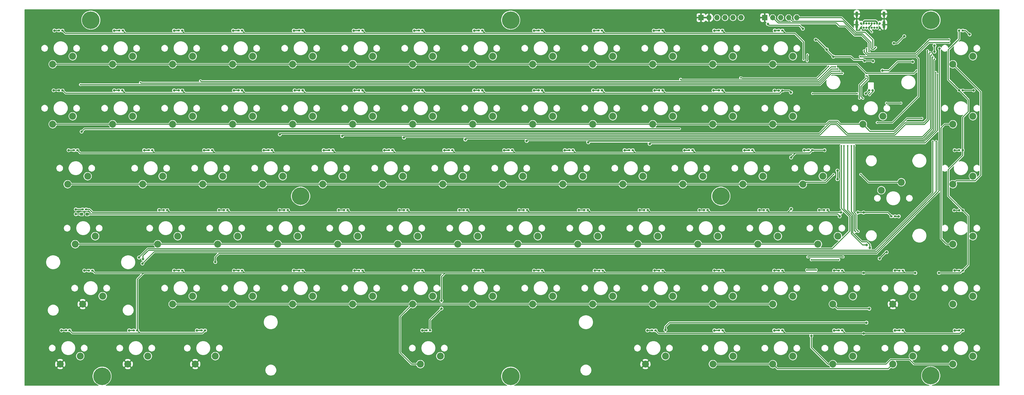
<source format=gbr>
%TF.GenerationSoftware,KiCad,Pcbnew,(5.1.9)-1*%
%TF.CreationDate,2021-03-14T17:48:20+01:00*%
%TF.ProjectId,mkb_01,6d6b625f-3031-42e6-9b69-6361645f7063,rev?*%
%TF.SameCoordinates,Original*%
%TF.FileFunction,Copper,L1,Top*%
%TF.FilePolarity,Positive*%
%FSLAX46Y46*%
G04 Gerber Fmt 4.6, Leading zero omitted, Abs format (unit mm)*
G04 Created by KiCad (PCBNEW (5.1.9)-1) date 2021-03-14 17:48:20*
%MOMM*%
%LPD*%
G01*
G04 APERTURE LIST*
%TA.AperFunction,ComponentPad*%
%ADD10C,2.200000*%
%TD*%
%TA.AperFunction,ComponentPad*%
%ADD11R,1.700000X1.700000*%
%TD*%
%TA.AperFunction,ComponentPad*%
%ADD12O,1.700000X1.700000*%
%TD*%
%TA.AperFunction,ComponentPad*%
%ADD13C,0.700000*%
%TD*%
%TA.AperFunction,ComponentPad*%
%ADD14O,0.900000X2.400000*%
%TD*%
%TA.AperFunction,ComponentPad*%
%ADD15O,0.900000X1.700000*%
%TD*%
%TA.AperFunction,ComponentPad*%
%ADD16C,3.600000*%
%TD*%
%TA.AperFunction,ConnectorPad*%
%ADD17C,5.600000*%
%TD*%
%TA.AperFunction,ViaPad*%
%ADD18C,0.500000*%
%TD*%
%TA.AperFunction,ViaPad*%
%ADD19C,0.800000*%
%TD*%
%TA.AperFunction,Conductor*%
%ADD20C,0.300000*%
%TD*%
%TA.AperFunction,Conductor*%
%ADD21C,0.500000*%
%TD*%
%TA.AperFunction,Conductor*%
%ADD22C,0.200000*%
%TD*%
%TA.AperFunction,Conductor*%
%ADD23C,0.100000*%
%TD*%
G04 APERTURE END LIST*
D10*
%TO.P,F2,1*%
%TO.N,PA0*%
X100300000Y-73700000D03*
%TO.P,F2,2*%
%TO.N,Net-(D13-Pad2)*%
X106650000Y-71160000D03*
%TD*%
%TO.P,^1,1*%
%TO.N,PA1*%
X62200000Y-92750000D03*
%TO.P,^1,2*%
%TO.N,Net-(D4-Pad2)*%
X68550000Y-90210000D03*
%TD*%
%TO.P,A1,2*%
%TO.N,Net-(A1-Pad2)*%
X101900000Y-128310000D03*
%TO.P,A1,1*%
%TO.N,PA3*%
X95550000Y-130850000D03*
%TD*%
%TO.P,ALT1,1*%
%TO.N,GND*%
X107470000Y-168950000D03*
%TO.P,ALT1,2*%
%TO.N,PA15*%
X113820000Y-166410000D03*
%TD*%
%TO.P,ALTGR1,1*%
%TO.N,GND*%
X250350000Y-168950000D03*
%TO.P,ALTGR1,2*%
%TO.N,PA5*%
X256700000Y-166410000D03*
%TD*%
%TO.P,B1,1*%
%TO.N,PA4*%
X195545000Y-149900000D03*
%TO.P,B1,2*%
%TO.N,Net-(B1-Pad2)*%
X201895000Y-147360000D03*
%TD*%
%TO.P,BACKSLASH1,2*%
%TO.N,Net-(BACKSLASH1-Pad2)*%
X297150000Y-90210000D03*
%TO.P,BACKSLASH1,1*%
%TO.N,PA1*%
X290800000Y-92750000D03*
%TD*%
%TO.P,BACKSPACE1,1*%
%TO.N,PA1*%
X319375000Y-92750000D03*
%TO.P,BACKSPACE1,2*%
%TO.N,Net-(BACKSPACE1-Pad2)*%
X325725000Y-90210000D03*
%TD*%
%TO.P,C8,2*%
%TO.N,Net-(C8-Pad2)*%
X163795000Y-147360000D03*
%TO.P,C8,1*%
%TO.N,PA4*%
X157445000Y-149900000D03*
%TD*%
%TO.P,CAPS1,1*%
%TO.N,PA3*%
X69350000Y-130850000D03*
%TO.P,CAPS1,2*%
%TO.N,Net-(CAPS1-Pad2)*%
X75700000Y-128310000D03*
%TD*%
%TO.P,COMMA1,2*%
%TO.N,Net-(COMMA1-Pad2)*%
X259045000Y-147360000D03*
%TO.P,COMMA1,1*%
%TO.N,PA4*%
X252695000Y-149900000D03*
%TD*%
%TO.P,D18,1*%
%TO.N,PA3*%
X133650000Y-130850000D03*
%TO.P,D18,2*%
%TO.N,Net-(D18-Pad2)*%
X140000000Y-128310000D03*
%TD*%
%TO.P,DEL1,2*%
%TO.N,Net-(D68-Pad2)*%
X354300000Y-71160000D03*
%TO.P,DEL1,1*%
%TO.N,PA0*%
X347950000Y-73700000D03*
%TD*%
%TO.P,DOWN1,1*%
%TO.N,PA3*%
X309855000Y-168960000D03*
%TO.P,DOWN1,2*%
%TO.N,Net-(D75-Pad2)*%
X316205000Y-166420000D03*
%TD*%
%TO.P,E1,1*%
%TO.N,PA2*%
X128875000Y-111800000D03*
%TO.P,E1,2*%
%TO.N,Net-(D21-Pad2)*%
X135225000Y-109260000D03*
%TD*%
%TO.P,EIGHT1,1*%
%TO.N,PA1*%
X214600000Y-92750000D03*
%TO.P,EIGHT1,2*%
%TO.N,Net-(D45-Pad2)*%
X220950000Y-90210000D03*
%TD*%
%TO.P,END1,2*%
%TO.N,Net-(D73-Pad2)*%
X354300000Y-128310000D03*
%TO.P,END1,1*%
%TO.N,PA1*%
X347950000Y-130850000D03*
%TD*%
%TO.P,ENTER1,1*%
%TO.N,PA2*%
X331600000Y-111175000D03*
%TO.P,ENTER1,2*%
%TO.N,Net-(D70-Pad2)*%
X325250000Y-113715000D03*
%TD*%
%TO.P,ESC1,2*%
%TO.N,Net-(D3-Pad2)*%
X68550000Y-71160000D03*
%TO.P,ESC1,1*%
%TO.N,PA0*%
X62200000Y-73700000D03*
%TD*%
%TO.P,F1,1*%
%TO.N,PA0*%
X81250000Y-73700000D03*
%TO.P,F1,2*%
%TO.N,Net-(D8-Pad2)*%
X87600000Y-71160000D03*
%TD*%
%TO.P,F3,1*%
%TO.N,PA0*%
X119350000Y-73700000D03*
%TO.P,F3,2*%
%TO.N,Net-(D19-Pad2)*%
X125700000Y-71160000D03*
%TD*%
%TO.P,F4,2*%
%TO.N,Net-(D24-Pad2)*%
X144750000Y-71160000D03*
%TO.P,F4,1*%
%TO.N,PA0*%
X138400000Y-73700000D03*
%TD*%
%TO.P,F5,2*%
%TO.N,Net-(D29-Pad2)*%
X163800000Y-71160000D03*
%TO.P,F5,1*%
%TO.N,PA0*%
X157450000Y-73700000D03*
%TD*%
%TO.P,F6,2*%
%TO.N,Net-(D34-Pad2)*%
X182850000Y-71160000D03*
%TO.P,F6,1*%
%TO.N,PA0*%
X176500000Y-73700000D03*
%TD*%
%TO.P,F7,1*%
%TO.N,PA0*%
X195550000Y-73700000D03*
%TO.P,F7,2*%
%TO.N,Net-(D39-Pad2)*%
X201900000Y-71160000D03*
%TD*%
%TO.P,F8,2*%
%TO.N,Net-(D44-Pad2)*%
X220950000Y-71160000D03*
%TO.P,F8,1*%
%TO.N,PA0*%
X214600000Y-73700000D03*
%TD*%
%TO.P,F9,1*%
%TO.N,PA0*%
X233650000Y-73700000D03*
%TO.P,F9,2*%
%TO.N,Net-(D49-Pad2)*%
X240000000Y-71160000D03*
%TD*%
%TO.P,F10,2*%
%TO.N,Net-(D54-Pad2)*%
X259050000Y-71160000D03*
%TO.P,F10,1*%
%TO.N,PA0*%
X252700000Y-73700000D03*
%TD*%
%TO.P,F11,2*%
%TO.N,Net-(D59-Pad2)*%
X278100000Y-71160000D03*
%TO.P,F11,1*%
%TO.N,PA0*%
X271750000Y-73700000D03*
%TD*%
%TO.P,F12,1*%
%TO.N,PA0*%
X290800000Y-73700000D03*
%TO.P,F12,2*%
%TO.N,Net-(D64-Pad2)*%
X297150000Y-71160000D03*
%TD*%
%TO.P,F13,2*%
%TO.N,Net-(D27-Pad2)*%
X159050000Y-128310000D03*
%TO.P,F13,1*%
%TO.N,PA3*%
X152700000Y-130850000D03*
%TD*%
%TO.P,FIVE1,2*%
%TO.N,Net-(D30-Pad2)*%
X163800000Y-90210000D03*
%TO.P,FIVE1,1*%
%TO.N,PA1*%
X157450000Y-92750000D03*
%TD*%
%TO.P,FOUR1,1*%
%TO.N,PA1*%
X138400000Y-92750000D03*
%TO.P,FOUR1,2*%
%TO.N,Net-(D25-Pad2)*%
X144750000Y-90210000D03*
%TD*%
%TO.P,G1,2*%
%TO.N,Net-(D32-Pad2)*%
X178100000Y-128310000D03*
%TO.P,G1,1*%
%TO.N,PA3*%
X171750000Y-130850000D03*
%TD*%
%TO.P,GREATER1,1*%
%TO.N,PA4*%
X100295000Y-149900000D03*
%TO.P,GREATER1,2*%
%TO.N,Net-(D7-Pad2)*%
X106645000Y-147360000D03*
%TD*%
%TO.P,H1,1*%
%TO.N,PA3*%
X190800000Y-130850000D03*
%TO.P,H1,2*%
%TO.N,Net-(D37-Pad2)*%
X197150000Y-128310000D03*
%TD*%
%TO.P,HASH1,2*%
%TO.N,Net-(D67-Pad2)*%
X311450000Y-128310000D03*
%TO.P,HASH1,1*%
%TO.N,PA3*%
X305100000Y-130850000D03*
%TD*%
%TO.P,I1,2*%
%TO.N,Net-(D46-Pad2)*%
X230475000Y-109260000D03*
%TO.P,I1,1*%
%TO.N,PA2*%
X224125000Y-111800000D03*
%TD*%
%TO.P,J2,1*%
%TO.N,PA3*%
X209850000Y-130850000D03*
%TO.P,J2,2*%
%TO.N,Net-(D42-Pad2)*%
X216200000Y-128310000D03*
%TD*%
%TO.P,K1,2*%
%TO.N,Net-(D47-Pad2)*%
X235250000Y-128310000D03*
%TO.P,K1,1*%
%TO.N,PA3*%
X228900000Y-130850000D03*
%TD*%
%TO.P,L1,2*%
%TO.N,Net-(D52-Pad2)*%
X254300000Y-128310000D03*
%TO.P,L1,1*%
%TO.N,PA3*%
X247950000Y-130850000D03*
%TD*%
%TO.P,LEFT1,1*%
%TO.N,PA4*%
X290800000Y-168960000D03*
%TO.P,LEFT1,2*%
%TO.N,Net-(D79-Pad2)*%
X297150000Y-166420000D03*
%TD*%
%TO.P,LINE1,2*%
%TO.N,Net-(D63-Pad2)*%
X297145000Y-147360000D03*
%TO.P,LINE1,1*%
%TO.N,PA4*%
X290795000Y-149900000D03*
%TD*%
%TO.P,M1,1*%
%TO.N,PA4*%
X233645000Y-149900000D03*
%TO.P,M1,2*%
%TO.N,Net-(D48-Pad2)*%
X239995000Y-147360000D03*
%TD*%
%TO.P,N1,2*%
%TO.N,Net-(D43-Pad2)*%
X220945000Y-147360000D03*
%TO.P,N1,1*%
%TO.N,PA4*%
X214595000Y-149900000D03*
%TD*%
%TO.P,NINE1,2*%
%TO.N,Net-(D50-Pad2)*%
X240000000Y-90210000D03*
%TO.P,NINE1,1*%
%TO.N,PA1*%
X233650000Y-92750000D03*
%TD*%
%TO.P,O1,2*%
%TO.N,Net-(D51-Pad2)*%
X249525000Y-109260000D03*
%TO.P,O1,1*%
%TO.N,PA2*%
X243175000Y-111800000D03*
%TD*%
%TO.P,ONE1,2*%
%TO.N,Net-(D9-Pad2)*%
X87600000Y-90210000D03*
%TO.P,ONE1,1*%
%TO.N,PA1*%
X81250000Y-92750000D03*
%TD*%
%TO.P,P1,1*%
%TO.N,PA2*%
X262225000Y-111800000D03*
%TO.P,P1,2*%
%TO.N,Net-(D56-Pad2)*%
X268575000Y-109260000D03*
%TD*%
%TO.P,PLUS1,2*%
%TO.N,Net-(D66-Pad2)*%
X306675000Y-109260000D03*
%TO.P,PLUS1,1*%
%TO.N,PA2*%
X300325000Y-111800000D03*
%TD*%
%TO.P,POINT1,1*%
%TO.N,PA4*%
X271745000Y-149900000D03*
%TO.P,POINT1,2*%
%TO.N,Net-(D58-Pad2)*%
X278095000Y-147360000D03*
%TD*%
%TO.P,POS1,2*%
%TO.N,Net-(D76-Pad2)*%
X354300000Y-109260000D03*
%TO.P,POS1,1*%
%TO.N,PA0*%
X347950000Y-111800000D03*
%TD*%
%TO.P,PRINT1,1*%
%TO.N,PA1*%
X347950000Y-92750000D03*
%TO.P,PRINT1,2*%
%TO.N,Net-(D72-Pad2)*%
X354300000Y-90210000D03*
%TD*%
%TO.P,Q1,2*%
%TO.N,Net-(D10-Pad2)*%
X97125000Y-109260000D03*
%TO.P,Q1,1*%
%TO.N,PA2*%
X90775000Y-111800000D03*
%TD*%
%TO.P,R4,2*%
%TO.N,Net-(D26-Pad2)*%
X154275000Y-109260000D03*
%TO.P,R4,1*%
%TO.N,PA2*%
X147925000Y-111800000D03*
%TD*%
%TO.P,RIGHT1,2*%
%TO.N,Net-(D74-Pad2)*%
X335255000Y-166420000D03*
%TO.P,RIGHT1,1*%
%TO.N,PA4*%
X328905000Y-168960000D03*
%TD*%
%TO.P,S1,1*%
%TO.N,PA3*%
X114600000Y-130850000D03*
%TO.P,S1,2*%
%TO.N,Net-(D16-Pad2)*%
X120950000Y-128310000D03*
%TD*%
%TO.P,SEVEN1,2*%
%TO.N,Net-(D40-Pad2)*%
X201900000Y-90210000D03*
%TO.P,SEVEN1,1*%
%TO.N,PA1*%
X195550000Y-92750000D03*
%TD*%
%TO.P,SIX1,1*%
%TO.N,PA1*%
X176500000Y-92750000D03*
%TO.P,SIX1,2*%
%TO.N,Net-(D35-Pad2)*%
X182850000Y-90210000D03*
%TD*%
%TO.P,SPACE1,1*%
%TO.N,PA4*%
X178910000Y-168950000D03*
%TO.P,SPACE1,2*%
%TO.N,Net-(D38-Pad2)*%
X185260000Y-166410000D03*
%TD*%
D11*
%TO.P,SWD_CONN1,1*%
%TO.N,GND*%
X288200000Y-58900000D03*
D12*
%TO.P,SWD_CONN1,2*%
%TO.N,NRST*%
X290740000Y-58900000D03*
%TO.P,SWD_CONN1,3*%
%TO.N,3V3*%
X293280000Y-58900000D03*
%TO.P,SWD_CONN1,4*%
%TO.N,SWDCLK*%
X295820000Y-58900000D03*
%TO.P,SWD_CONN1,5*%
%TO.N,SWDIO*%
X298360000Y-58900000D03*
%TD*%
D10*
%TO.P,T1,2*%
%TO.N,Net-(D31-Pad2)*%
X173325000Y-109260000D03*
%TO.P,T1,1*%
%TO.N,PA2*%
X166975000Y-111800000D03*
%TD*%
%TO.P,TAB1,2*%
%TO.N,Net-(D5-Pad2)*%
X73310000Y-109260000D03*
%TO.P,TAB1,1*%
%TO.N,PA2*%
X66960000Y-111800000D03*
%TD*%
%TO.P,THREE1,1*%
%TO.N,PA1*%
X119350000Y-92750000D03*
%TO.P,THREE1,2*%
%TO.N,Net-(D20-Pad2)*%
X125700000Y-90210000D03*
%TD*%
%TO.P,TWO1,1*%
%TO.N,PA1*%
X100300000Y-92750000D03*
%TO.P,TWO1,2*%
%TO.N,Net-(D14-Pad2)*%
X106650000Y-90210000D03*
%TD*%
%TO.P,U3,1*%
%TO.N,PA2*%
X205075000Y-111800000D03*
%TO.P,U3,2*%
%TO.N,Net-(D41-Pad2)*%
X211425000Y-109260000D03*
%TD*%
%TO.P,UP1,2*%
%TO.N,Net-(D71-Pad2)*%
X316200000Y-147370000D03*
%TO.P,UP1,1*%
%TO.N,PA2*%
X309850000Y-149910000D03*
%TD*%
D11*
%TO.P,USART_1_CONN1,1*%
%TO.N,GND*%
X268000000Y-58900000D03*
D12*
%TO.P,USART_1_CONN1,2*%
X270540000Y-58900000D03*
%TO.P,USART_1_CONN1,3*%
%TO.N,3V3*%
X273080000Y-58900000D03*
%TO.P,USART_1_CONN1,4*%
%TO.N,USART_1_RX*%
X275620000Y-58900000D03*
%TO.P,USART_1_CONN1,5*%
%TO.N,USART_1_TX*%
X278160000Y-58900000D03*
%TO.P,USART_1_CONN1,6*%
%TO.N,Net-(USART_1_CONN1-Pad6)*%
X280700000Y-58900000D03*
%TD*%
D10*
%TO.P,V1,1*%
%TO.N,PA4*%
X176495000Y-149900000D03*
%TO.P,V1,2*%
%TO.N,Net-(D28-Pad2)*%
X182845000Y-147360000D03*
%TD*%
%TO.P,W1,1*%
%TO.N,PA2*%
X109825000Y-111800000D03*
%TO.P,W1,2*%
%TO.N,Net-(D15-Pad2)*%
X116175000Y-109260000D03*
%TD*%
%TO.P,X1,2*%
%TO.N,Net-(D17-Pad2)*%
X144745000Y-147360000D03*
%TO.P,X1,1*%
%TO.N,PA4*%
X138395000Y-149900000D03*
%TD*%
%TO.P,Y1,1*%
%TO.N,PA4*%
X119345000Y-149900000D03*
%TO.P,Y1,2*%
%TO.N,Net-(D12-Pad2)*%
X125695000Y-147360000D03*
%TD*%
%TO.P,Z1,1*%
%TO.N,PA2*%
X186025000Y-111800000D03*
%TO.P,Z1,2*%
%TO.N,Net-(D36-Pad2)*%
X192375000Y-109260000D03*
%TD*%
%TO.P,ZERO1,1*%
%TO.N,PA1*%
X252700000Y-92750000D03*
%TO.P,ZERO1,2*%
%TO.N,Net-(D55-Pad2)*%
X259050000Y-90210000D03*
%TD*%
%TO.P,\u00DF11111,1*%
%TO.N,PA1*%
X271750000Y-92750000D03*
%TO.P,\u00DF11111,2*%
%TO.N,Net-(D60-Pad2)*%
X278100000Y-90210000D03*
%TD*%
%TO.P,\u00C411111,1*%
%TO.N,PA3*%
X286050000Y-130850000D03*
%TO.P,\u00C411111,2*%
%TO.N,Net-(D62-Pad2)*%
X292400000Y-128310000D03*
%TD*%
%TO.P,\u00D611111,1*%
%TO.N,PA3*%
X267000000Y-130850000D03*
%TO.P,\u00D611111,2*%
%TO.N,Net-(D57-Pad2)*%
X273350000Y-128310000D03*
%TD*%
%TO.P,\u00DC11111,1*%
%TO.N,PA2*%
X281275000Y-111800000D03*
%TO.P,\u00DC11111,2*%
%TO.N,Net-(D61-Pad2)*%
X287625000Y-109260000D03*
%TD*%
%TO.P,STRG1,1*%
%TO.N,GND*%
X64600000Y-168950000D03*
%TO.P,STRG1,2*%
%TO.N,PC14*%
X70950000Y-166410000D03*
%TD*%
%TO.P,D80,1*%
%TO.N,LED_GND*%
%TA.AperFunction,SMDPad,CuDef*%
G36*
G01*
X137205000Y-119840000D02*
X137205000Y-120160000D01*
G75*
G02*
X137045000Y-120320000I-160000J0D01*
G01*
X136600000Y-120320000D01*
G75*
G02*
X136440000Y-120160000I0J160000D01*
G01*
X136440000Y-119840000D01*
G75*
G02*
X136600000Y-119680000I160000J0D01*
G01*
X137045000Y-119680000D01*
G75*
G02*
X137205000Y-119840000I0J-160000D01*
G01*
G37*
%TD.AperFunction*%
%TO.P,D80,2*%
%TO.N,Net-(D80-Pad2)*%
%TA.AperFunction,SMDPad,CuDef*%
G36*
G01*
X136060000Y-119840000D02*
X136060000Y-120160000D01*
G75*
G02*
X135900000Y-120320000I-160000J0D01*
G01*
X135455000Y-120320000D01*
G75*
G02*
X135295000Y-120160000I0J160000D01*
G01*
X135295000Y-119840000D01*
G75*
G02*
X135455000Y-119680000I160000J0D01*
G01*
X135900000Y-119680000D01*
G75*
G02*
X136060000Y-119840000I0J-160000D01*
G01*
G37*
%TD.AperFunction*%
%TD*%
%TO.P,D81,1*%
%TO.N,LED_GND*%
%TA.AperFunction,SMDPad,CuDef*%
G36*
G01*
X213205000Y-119840000D02*
X213205000Y-120160000D01*
G75*
G02*
X213045000Y-120320000I-160000J0D01*
G01*
X212600000Y-120320000D01*
G75*
G02*
X212440000Y-120160000I0J160000D01*
G01*
X212440000Y-119840000D01*
G75*
G02*
X212600000Y-119680000I160000J0D01*
G01*
X213045000Y-119680000D01*
G75*
G02*
X213205000Y-119840000I0J-160000D01*
G01*
G37*
%TD.AperFunction*%
%TO.P,D81,2*%
%TO.N,Net-(D81-Pad2)*%
%TA.AperFunction,SMDPad,CuDef*%
G36*
G01*
X212060000Y-119840000D02*
X212060000Y-120160000D01*
G75*
G02*
X211900000Y-120320000I-160000J0D01*
G01*
X211455000Y-120320000D01*
G75*
G02*
X211295000Y-120160000I0J160000D01*
G01*
X211295000Y-119840000D01*
G75*
G02*
X211455000Y-119680000I160000J0D01*
G01*
X211900000Y-119680000D01*
G75*
G02*
X212060000Y-119840000I0J-160000D01*
G01*
G37*
%TD.AperFunction*%
%TD*%
%TO.P,D82,1*%
%TO.N,LED_GND*%
%TA.AperFunction,SMDPad,CuDef*%
G36*
G01*
X94205000Y-100840000D02*
X94205000Y-101160000D01*
G75*
G02*
X94045000Y-101320000I-160000J0D01*
G01*
X93600000Y-101320000D01*
G75*
G02*
X93440000Y-101160000I0J160000D01*
G01*
X93440000Y-100840000D01*
G75*
G02*
X93600000Y-100680000I160000J0D01*
G01*
X94045000Y-100680000D01*
G75*
G02*
X94205000Y-100840000I0J-160000D01*
G01*
G37*
%TD.AperFunction*%
%TO.P,D82,2*%
%TO.N,Net-(D82-Pad2)*%
%TA.AperFunction,SMDPad,CuDef*%
G36*
G01*
X93060000Y-100840000D02*
X93060000Y-101160000D01*
G75*
G02*
X92900000Y-101320000I-160000J0D01*
G01*
X92455000Y-101320000D01*
G75*
G02*
X92295000Y-101160000I0J160000D01*
G01*
X92295000Y-100840000D01*
G75*
G02*
X92455000Y-100680000I160000J0D01*
G01*
X92900000Y-100680000D01*
G75*
G02*
X93060000Y-100840000I0J-160000D01*
G01*
G37*
%TD.AperFunction*%
%TD*%
%TO.P,D83,2*%
%TO.N,Net-(D83-Pad2)*%
%TA.AperFunction,SMDPad,CuDef*%
G36*
G01*
X69310000Y-100840000D02*
X69310000Y-101160000D01*
G75*
G02*
X69150000Y-101320000I-160000J0D01*
G01*
X68705000Y-101320000D01*
G75*
G02*
X68545000Y-101160000I0J160000D01*
G01*
X68545000Y-100840000D01*
G75*
G02*
X68705000Y-100680000I160000J0D01*
G01*
X69150000Y-100680000D01*
G75*
G02*
X69310000Y-100840000I0J-160000D01*
G01*
G37*
%TD.AperFunction*%
%TO.P,D83,1*%
%TO.N,LED_GND*%
%TA.AperFunction,SMDPad,CuDef*%
G36*
G01*
X70455000Y-100840000D02*
X70455000Y-101160000D01*
G75*
G02*
X70295000Y-101320000I-160000J0D01*
G01*
X69850000Y-101320000D01*
G75*
G02*
X69690000Y-101160000I0J160000D01*
G01*
X69690000Y-100840000D01*
G75*
G02*
X69850000Y-100680000I160000J0D01*
G01*
X70295000Y-100680000D01*
G75*
G02*
X70455000Y-100840000I0J-160000D01*
G01*
G37*
%TD.AperFunction*%
%TD*%
%TO.P,D84,1*%
%TO.N,LED_GND*%
%TA.AperFunction,SMDPad,CuDef*%
G36*
G01*
X256205000Y-81840000D02*
X256205000Y-82160000D01*
G75*
G02*
X256045000Y-82320000I-160000J0D01*
G01*
X255600000Y-82320000D01*
G75*
G02*
X255440000Y-82160000I0J160000D01*
G01*
X255440000Y-81840000D01*
G75*
G02*
X255600000Y-81680000I160000J0D01*
G01*
X256045000Y-81680000D01*
G75*
G02*
X256205000Y-81840000I0J-160000D01*
G01*
G37*
%TD.AperFunction*%
%TO.P,D84,2*%
%TO.N,Net-(D84-Pad2)*%
%TA.AperFunction,SMDPad,CuDef*%
G36*
G01*
X255060000Y-81840000D02*
X255060000Y-82160000D01*
G75*
G02*
X254900000Y-82320000I-160000J0D01*
G01*
X254455000Y-82320000D01*
G75*
G02*
X254295000Y-82160000I0J160000D01*
G01*
X254295000Y-81840000D01*
G75*
G02*
X254455000Y-81680000I160000J0D01*
G01*
X254900000Y-81680000D01*
G75*
G02*
X255060000Y-81840000I0J-160000D01*
G01*
G37*
%TD.AperFunction*%
%TD*%
%TO.P,D85,2*%
%TO.N,Net-(D85-Pad2)*%
%TA.AperFunction,SMDPad,CuDef*%
G36*
G01*
X216810000Y-62840000D02*
X216810000Y-63160000D01*
G75*
G02*
X216650000Y-63320000I-160000J0D01*
G01*
X216205000Y-63320000D01*
G75*
G02*
X216045000Y-63160000I0J160000D01*
G01*
X216045000Y-62840000D01*
G75*
G02*
X216205000Y-62680000I160000J0D01*
G01*
X216650000Y-62680000D01*
G75*
G02*
X216810000Y-62840000I0J-160000D01*
G01*
G37*
%TD.AperFunction*%
%TO.P,D85,1*%
%TO.N,LED_GND*%
%TA.AperFunction,SMDPad,CuDef*%
G36*
G01*
X217955000Y-62840000D02*
X217955000Y-63160000D01*
G75*
G02*
X217795000Y-63320000I-160000J0D01*
G01*
X217350000Y-63320000D01*
G75*
G02*
X217190000Y-63160000I0J160000D01*
G01*
X217190000Y-62840000D01*
G75*
G02*
X217350000Y-62680000I160000J0D01*
G01*
X217795000Y-62680000D01*
G75*
G02*
X217955000Y-62840000I0J-160000D01*
G01*
G37*
%TD.AperFunction*%
%TD*%
%TO.P,D86,1*%
%TO.N,LED_GND*%
%TA.AperFunction,SMDPad,CuDef*%
G36*
G01*
X349545000Y-82160000D02*
X349545000Y-81840000D01*
G75*
G02*
X349705000Y-81680000I160000J0D01*
G01*
X350150000Y-81680000D01*
G75*
G02*
X350310000Y-81840000I0J-160000D01*
G01*
X350310000Y-82160000D01*
G75*
G02*
X350150000Y-82320000I-160000J0D01*
G01*
X349705000Y-82320000D01*
G75*
G02*
X349545000Y-82160000I0J160000D01*
G01*
G37*
%TD.AperFunction*%
%TO.P,D86,2*%
%TO.N,Net-(D86-Pad2)*%
%TA.AperFunction,SMDPad,CuDef*%
G36*
G01*
X350690000Y-82160000D02*
X350690000Y-81840000D01*
G75*
G02*
X350850000Y-81680000I160000J0D01*
G01*
X351295000Y-81680000D01*
G75*
G02*
X351455000Y-81840000I0J-160000D01*
G01*
X351455000Y-82160000D01*
G75*
G02*
X351295000Y-82320000I-160000J0D01*
G01*
X350850000Y-82320000D01*
G75*
G02*
X350690000Y-82160000I0J160000D01*
G01*
G37*
%TD.AperFunction*%
%TD*%
%TO.P,D87,2*%
%TO.N,Net-(D87-Pad2)*%
%TA.AperFunction,SMDPad,CuDef*%
G36*
G01*
X293060000Y-158090000D02*
X293060000Y-158410000D01*
G75*
G02*
X292900000Y-158570000I-160000J0D01*
G01*
X292455000Y-158570000D01*
G75*
G02*
X292295000Y-158410000I0J160000D01*
G01*
X292295000Y-158090000D01*
G75*
G02*
X292455000Y-157930000I160000J0D01*
G01*
X292900000Y-157930000D01*
G75*
G02*
X293060000Y-158090000I0J-160000D01*
G01*
G37*
%TD.AperFunction*%
%TO.P,D87,1*%
%TO.N,LED_GND*%
%TA.AperFunction,SMDPad,CuDef*%
G36*
G01*
X294205000Y-158090000D02*
X294205000Y-158410000D01*
G75*
G02*
X294045000Y-158570000I-160000J0D01*
G01*
X293600000Y-158570000D01*
G75*
G02*
X293440000Y-158410000I0J160000D01*
G01*
X293440000Y-158090000D01*
G75*
G02*
X293600000Y-157930000I160000J0D01*
G01*
X294045000Y-157930000D01*
G75*
G02*
X294205000Y-158090000I0J-160000D01*
G01*
G37*
%TD.AperFunction*%
%TD*%
%TO.P,D88,2*%
%TO.N,Net-(D88-Pad2)*%
%TA.AperFunction,SMDPad,CuDef*%
G36*
G01*
X178810000Y-81840000D02*
X178810000Y-82160000D01*
G75*
G02*
X178650000Y-82320000I-160000J0D01*
G01*
X178205000Y-82320000D01*
G75*
G02*
X178045000Y-82160000I0J160000D01*
G01*
X178045000Y-81840000D01*
G75*
G02*
X178205000Y-81680000I160000J0D01*
G01*
X178650000Y-81680000D01*
G75*
G02*
X178810000Y-81840000I0J-160000D01*
G01*
G37*
%TD.AperFunction*%
%TO.P,D88,1*%
%TO.N,LED_GND*%
%TA.AperFunction,SMDPad,CuDef*%
G36*
G01*
X179955000Y-81840000D02*
X179955000Y-82160000D01*
G75*
G02*
X179795000Y-82320000I-160000J0D01*
G01*
X179350000Y-82320000D01*
G75*
G02*
X179190000Y-82160000I0J160000D01*
G01*
X179190000Y-81840000D01*
G75*
G02*
X179350000Y-81680000I160000J0D01*
G01*
X179795000Y-81680000D01*
G75*
G02*
X179955000Y-81840000I0J-160000D01*
G01*
G37*
%TD.AperFunction*%
%TD*%
%TO.P,D89,1*%
%TO.N,LED_GND*%
%TA.AperFunction,SMDPad,CuDef*%
G36*
G01*
X194205000Y-119840000D02*
X194205000Y-120160000D01*
G75*
G02*
X194045000Y-120320000I-160000J0D01*
G01*
X193600000Y-120320000D01*
G75*
G02*
X193440000Y-120160000I0J160000D01*
G01*
X193440000Y-119840000D01*
G75*
G02*
X193600000Y-119680000I160000J0D01*
G01*
X194045000Y-119680000D01*
G75*
G02*
X194205000Y-119840000I0J-160000D01*
G01*
G37*
%TD.AperFunction*%
%TO.P,D89,2*%
%TO.N,Net-(D89-Pad2)*%
%TA.AperFunction,SMDPad,CuDef*%
G36*
G01*
X193060000Y-119840000D02*
X193060000Y-120160000D01*
G75*
G02*
X192900000Y-120320000I-160000J0D01*
G01*
X192455000Y-120320000D01*
G75*
G02*
X192295000Y-120160000I0J160000D01*
G01*
X192295000Y-119840000D01*
G75*
G02*
X192455000Y-119680000I160000J0D01*
G01*
X192900000Y-119680000D01*
G75*
G02*
X193060000Y-119840000I0J-160000D01*
G01*
G37*
%TD.AperFunction*%
%TD*%
%TO.P,D90,1*%
%TO.N,LED_GND*%
%TA.AperFunction,SMDPad,CuDef*%
G36*
G01*
X103755000Y-139090000D02*
X103755000Y-139410000D01*
G75*
G02*
X103595000Y-139570000I-160000J0D01*
G01*
X103150000Y-139570000D01*
G75*
G02*
X102990000Y-139410000I0J160000D01*
G01*
X102990000Y-139090000D01*
G75*
G02*
X103150000Y-138930000I160000J0D01*
G01*
X103595000Y-138930000D01*
G75*
G02*
X103755000Y-139090000I0J-160000D01*
G01*
G37*
%TD.AperFunction*%
%TO.P,D90,2*%
%TO.N,Net-(D90-Pad2)*%
%TA.AperFunction,SMDPad,CuDef*%
G36*
G01*
X102610000Y-139090000D02*
X102610000Y-139410000D01*
G75*
G02*
X102450000Y-139570000I-160000J0D01*
G01*
X102005000Y-139570000D01*
G75*
G02*
X101845000Y-139410000I0J160000D01*
G01*
X101845000Y-139090000D01*
G75*
G02*
X102005000Y-138930000I160000J0D01*
G01*
X102450000Y-138930000D01*
G75*
G02*
X102610000Y-139090000I0J-160000D01*
G01*
G37*
%TD.AperFunction*%
%TD*%
%TO.P,D91,1*%
%TO.N,LED_GND*%
%TA.AperFunction,SMDPad,CuDef*%
G36*
G01*
X251455000Y-119840000D02*
X251455000Y-120160000D01*
G75*
G02*
X251295000Y-120320000I-160000J0D01*
G01*
X250850000Y-120320000D01*
G75*
G02*
X250690000Y-120160000I0J160000D01*
G01*
X250690000Y-119840000D01*
G75*
G02*
X250850000Y-119680000I160000J0D01*
G01*
X251295000Y-119680000D01*
G75*
G02*
X251455000Y-119840000I0J-160000D01*
G01*
G37*
%TD.AperFunction*%
%TO.P,D91,2*%
%TO.N,Net-(D91-Pad2)*%
%TA.AperFunction,SMDPad,CuDef*%
G36*
G01*
X250310000Y-119840000D02*
X250310000Y-120160000D01*
G75*
G02*
X250150000Y-120320000I-160000J0D01*
G01*
X249705000Y-120320000D01*
G75*
G02*
X249545000Y-120160000I0J160000D01*
G01*
X249545000Y-119840000D01*
G75*
G02*
X249705000Y-119680000I160000J0D01*
G01*
X250150000Y-119680000D01*
G75*
G02*
X250310000Y-119840000I0J-160000D01*
G01*
G37*
%TD.AperFunction*%
%TD*%
%TO.P,D92,2*%
%TO.N,Net-(D92-Pad2)*%
%TA.AperFunction,SMDPad,CuDef*%
G36*
G01*
X293060000Y-81915001D02*
X293060000Y-82235001D01*
G75*
G02*
X292900000Y-82395001I-160000J0D01*
G01*
X292455000Y-82395001D01*
G75*
G02*
X292295000Y-82235001I0J160000D01*
G01*
X292295000Y-81915001D01*
G75*
G02*
X292455000Y-81755001I160000J0D01*
G01*
X292900000Y-81755001D01*
G75*
G02*
X293060000Y-81915001I0J-160000D01*
G01*
G37*
%TD.AperFunction*%
%TO.P,D92,1*%
%TO.N,LED_GND*%
%TA.AperFunction,SMDPad,CuDef*%
G36*
G01*
X294205000Y-81915001D02*
X294205000Y-82235001D01*
G75*
G02*
X294045000Y-82395001I-160000J0D01*
G01*
X293600000Y-82395001D01*
G75*
G02*
X293440000Y-82235001I0J160000D01*
G01*
X293440000Y-81915001D01*
G75*
G02*
X293600000Y-81755001I160000J0D01*
G01*
X294045000Y-81755001D01*
G75*
G02*
X294205000Y-81915001I0J-160000D01*
G01*
G37*
%TD.AperFunction*%
%TD*%
%TO.P,D93,2*%
%TO.N,Net-(D93-Pad2)*%
%TA.AperFunction,SMDPad,CuDef*%
G36*
G01*
X121560000Y-81840000D02*
X121560000Y-82160000D01*
G75*
G02*
X121400000Y-82320000I-160000J0D01*
G01*
X120955000Y-82320000D01*
G75*
G02*
X120795000Y-82160000I0J160000D01*
G01*
X120795000Y-81840000D01*
G75*
G02*
X120955000Y-81680000I160000J0D01*
G01*
X121400000Y-81680000D01*
G75*
G02*
X121560000Y-81840000I0J-160000D01*
G01*
G37*
%TD.AperFunction*%
%TO.P,D93,1*%
%TO.N,LED_GND*%
%TA.AperFunction,SMDPad,CuDef*%
G36*
G01*
X122705000Y-81840000D02*
X122705000Y-82160000D01*
G75*
G02*
X122545000Y-82320000I-160000J0D01*
G01*
X122100000Y-82320000D01*
G75*
G02*
X121940000Y-82160000I0J160000D01*
G01*
X121940000Y-81840000D01*
G75*
G02*
X122100000Y-81680000I160000J0D01*
G01*
X122545000Y-81680000D01*
G75*
G02*
X122705000Y-81840000I0J-160000D01*
G01*
G37*
%TD.AperFunction*%
%TD*%
%TO.P,D94,1*%
%TO.N,LED_GND*%
%TA.AperFunction,SMDPad,CuDef*%
G36*
G01*
X351455000Y-158090000D02*
X351455000Y-158410000D01*
G75*
G02*
X351295000Y-158570000I-160000J0D01*
G01*
X350850000Y-158570000D01*
G75*
G02*
X350690000Y-158410000I0J160000D01*
G01*
X350690000Y-158090000D01*
G75*
G02*
X350850000Y-157930000I160000J0D01*
G01*
X351295000Y-157930000D01*
G75*
G02*
X351455000Y-158090000I0J-160000D01*
G01*
G37*
%TD.AperFunction*%
%TO.P,D94,2*%
%TO.N,Net-(D94-Pad2)*%
%TA.AperFunction,SMDPad,CuDef*%
G36*
G01*
X350310000Y-158090000D02*
X350310000Y-158410000D01*
G75*
G02*
X350150000Y-158570000I-160000J0D01*
G01*
X349705000Y-158570000D01*
G75*
G02*
X349545000Y-158410000I0J160000D01*
G01*
X349545000Y-158090000D01*
G75*
G02*
X349705000Y-157930000I160000J0D01*
G01*
X350150000Y-157930000D01*
G75*
G02*
X350310000Y-158090000I0J-160000D01*
G01*
G37*
%TD.AperFunction*%
%TD*%
%TO.P,D95,2*%
%TO.N,Net-(D95-Pad2)*%
%TA.AperFunction,SMDPad,CuDef*%
G36*
G01*
X329190000Y-122160000D02*
X329190000Y-121840000D01*
G75*
G02*
X329350000Y-121680000I160000J0D01*
G01*
X329795000Y-121680000D01*
G75*
G02*
X329955000Y-121840000I0J-160000D01*
G01*
X329955000Y-122160000D01*
G75*
G02*
X329795000Y-122320000I-160000J0D01*
G01*
X329350000Y-122320000D01*
G75*
G02*
X329190000Y-122160000I0J160000D01*
G01*
G37*
%TD.AperFunction*%
%TO.P,D95,1*%
%TO.N,LED_GND*%
%TA.AperFunction,SMDPad,CuDef*%
G36*
G01*
X328045000Y-122160000D02*
X328045000Y-121840000D01*
G75*
G02*
X328205000Y-121680000I160000J0D01*
G01*
X328650000Y-121680000D01*
G75*
G02*
X328810000Y-121840000I0J-160000D01*
G01*
X328810000Y-122160000D01*
G75*
G02*
X328650000Y-122320000I-160000J0D01*
G01*
X328205000Y-122320000D01*
G75*
G02*
X328045000Y-122160000I0J160000D01*
G01*
G37*
%TD.AperFunction*%
%TD*%
%TO.P,D96,2*%
%TO.N,Net-(D96-Pad2)*%
%TA.AperFunction,SMDPad,CuDef*%
G36*
G01*
X293060000Y-62840000D02*
X293060000Y-63160000D01*
G75*
G02*
X292900000Y-63320000I-160000J0D01*
G01*
X292455000Y-63320000D01*
G75*
G02*
X292295000Y-63160000I0J160000D01*
G01*
X292295000Y-62840000D01*
G75*
G02*
X292455000Y-62680000I160000J0D01*
G01*
X292900000Y-62680000D01*
G75*
G02*
X293060000Y-62840000I0J-160000D01*
G01*
G37*
%TD.AperFunction*%
%TO.P,D96,1*%
%TO.N,LED_GND*%
%TA.AperFunction,SMDPad,CuDef*%
G36*
G01*
X294205000Y-62840000D02*
X294205000Y-63160000D01*
G75*
G02*
X294045000Y-63320000I-160000J0D01*
G01*
X293600000Y-63320000D01*
G75*
G02*
X293440000Y-63160000I0J160000D01*
G01*
X293440000Y-62840000D01*
G75*
G02*
X293600000Y-62680000I160000J0D01*
G01*
X294045000Y-62680000D01*
G75*
G02*
X294205000Y-62840000I0J-160000D01*
G01*
G37*
%TD.AperFunction*%
%TD*%
%TO.P,D97,2*%
%TO.N,Net-(D97-Pad2)*%
%TA.AperFunction,SMDPad,CuDef*%
G36*
G01*
X197810000Y-62840000D02*
X197810000Y-63160000D01*
G75*
G02*
X197650000Y-63320000I-160000J0D01*
G01*
X197205000Y-63320000D01*
G75*
G02*
X197045000Y-63160000I0J160000D01*
G01*
X197045000Y-62840000D01*
G75*
G02*
X197205000Y-62680000I160000J0D01*
G01*
X197650000Y-62680000D01*
G75*
G02*
X197810000Y-62840000I0J-160000D01*
G01*
G37*
%TD.AperFunction*%
%TO.P,D97,1*%
%TO.N,LED_GND*%
%TA.AperFunction,SMDPad,CuDef*%
G36*
G01*
X198955000Y-62840000D02*
X198955000Y-63160000D01*
G75*
G02*
X198795000Y-63320000I-160000J0D01*
G01*
X198350000Y-63320000D01*
G75*
G02*
X198190000Y-63160000I0J160000D01*
G01*
X198190000Y-62840000D01*
G75*
G02*
X198350000Y-62680000I160000J0D01*
G01*
X198795000Y-62680000D01*
G75*
G02*
X198955000Y-62840000I0J-160000D01*
G01*
G37*
%TD.AperFunction*%
%TD*%
%TO.P,D98,1*%
%TO.N,LED_GND*%
%TA.AperFunction,SMDPad,CuDef*%
G36*
G01*
X332455000Y-158090000D02*
X332455000Y-158410000D01*
G75*
G02*
X332295000Y-158570000I-160000J0D01*
G01*
X331850000Y-158570000D01*
G75*
G02*
X331690000Y-158410000I0J160000D01*
G01*
X331690000Y-158090000D01*
G75*
G02*
X331850000Y-157930000I160000J0D01*
G01*
X332295000Y-157930000D01*
G75*
G02*
X332455000Y-158090000I0J-160000D01*
G01*
G37*
%TD.AperFunction*%
%TO.P,D98,2*%
%TO.N,Net-(D98-Pad2)*%
%TA.AperFunction,SMDPad,CuDef*%
G36*
G01*
X331310000Y-158090000D02*
X331310000Y-158410000D01*
G75*
G02*
X331150000Y-158570000I-160000J0D01*
G01*
X330705000Y-158570000D01*
G75*
G02*
X330545000Y-158410000I0J160000D01*
G01*
X330545000Y-158090000D01*
G75*
G02*
X330705000Y-157930000I160000J0D01*
G01*
X331150000Y-157930000D01*
G75*
G02*
X331310000Y-158090000I0J-160000D01*
G01*
G37*
%TD.AperFunction*%
%TD*%
%TO.P,D99,2*%
%TO.N,Net-(D99-Pad2)*%
%TA.AperFunction,SMDPad,CuDef*%
G36*
G01*
X307435001Y-119840000D02*
X307435001Y-120160000D01*
G75*
G02*
X307275001Y-120320000I-160000J0D01*
G01*
X306830001Y-120320000D01*
G75*
G02*
X306670001Y-120160000I0J160000D01*
G01*
X306670001Y-119840000D01*
G75*
G02*
X306830001Y-119680000I160000J0D01*
G01*
X307275001Y-119680000D01*
G75*
G02*
X307435001Y-119840000I0J-160000D01*
G01*
G37*
%TD.AperFunction*%
%TO.P,D99,1*%
%TO.N,LED_GND*%
%TA.AperFunction,SMDPad,CuDef*%
G36*
G01*
X308580001Y-119840000D02*
X308580001Y-120160000D01*
G75*
G02*
X308420001Y-120320000I-160000J0D01*
G01*
X307975001Y-120320000D01*
G75*
G02*
X307815001Y-120160000I0J160000D01*
G01*
X307815001Y-119840000D01*
G75*
G02*
X307975001Y-119680000I160000J0D01*
G01*
X308420001Y-119680000D01*
G75*
G02*
X308580001Y-119840000I0J-160000D01*
G01*
G37*
%TD.AperFunction*%
%TD*%
%TO.P,D100,2*%
%TO.N,Net-(D100-Pad2)*%
%TA.AperFunction,SMDPad,CuDef*%
G36*
G01*
X231310000Y-119840000D02*
X231310000Y-120160000D01*
G75*
G02*
X231150000Y-120320000I-160000J0D01*
G01*
X230705000Y-120320000D01*
G75*
G02*
X230545000Y-120160000I0J160000D01*
G01*
X230545000Y-119840000D01*
G75*
G02*
X230705000Y-119680000I160000J0D01*
G01*
X231150000Y-119680000D01*
G75*
G02*
X231310000Y-119840000I0J-160000D01*
G01*
G37*
%TD.AperFunction*%
%TO.P,D100,1*%
%TO.N,LED_GND*%
%TA.AperFunction,SMDPad,CuDef*%
G36*
G01*
X232455000Y-119840000D02*
X232455000Y-120160000D01*
G75*
G02*
X232295000Y-120320000I-160000J0D01*
G01*
X231850000Y-120320000D01*
G75*
G02*
X231690000Y-120160000I0J160000D01*
G01*
X231690000Y-119840000D01*
G75*
G02*
X231850000Y-119680000I160000J0D01*
G01*
X232295000Y-119680000D01*
G75*
G02*
X232455000Y-119840000I0J-160000D01*
G01*
G37*
%TD.AperFunction*%
%TD*%
%TO.P,D101,2*%
%TO.N,Net-(D101-Pad2)*%
%TA.AperFunction,SMDPad,CuDef*%
G36*
G01*
X159810000Y-62840000D02*
X159810000Y-63160000D01*
G75*
G02*
X159650000Y-63320000I-160000J0D01*
G01*
X159205000Y-63320000D01*
G75*
G02*
X159045000Y-63160000I0J160000D01*
G01*
X159045000Y-62840000D01*
G75*
G02*
X159205000Y-62680000I160000J0D01*
G01*
X159650000Y-62680000D01*
G75*
G02*
X159810000Y-62840000I0J-160000D01*
G01*
G37*
%TD.AperFunction*%
%TO.P,D101,1*%
%TO.N,LED_GND*%
%TA.AperFunction,SMDPad,CuDef*%
G36*
G01*
X160955000Y-62840000D02*
X160955000Y-63160000D01*
G75*
G02*
X160795000Y-63320000I-160000J0D01*
G01*
X160350000Y-63320000D01*
G75*
G02*
X160190000Y-63160000I0J160000D01*
G01*
X160190000Y-62840000D01*
G75*
G02*
X160350000Y-62680000I160000J0D01*
G01*
X160795000Y-62680000D01*
G75*
G02*
X160955000Y-62840000I0J-160000D01*
G01*
G37*
%TD.AperFunction*%
%TD*%
%TO.P,D102,1*%
%TO.N,LED_GND*%
%TA.AperFunction,SMDPad,CuDef*%
G36*
G01*
X253955000Y-158090000D02*
X253955000Y-158410000D01*
G75*
G02*
X253795000Y-158570000I-160000J0D01*
G01*
X253350000Y-158570000D01*
G75*
G02*
X253190000Y-158410000I0J160000D01*
G01*
X253190000Y-158090000D01*
G75*
G02*
X253350000Y-157930000I160000J0D01*
G01*
X253795000Y-157930000D01*
G75*
G02*
X253955000Y-158090000I0J-160000D01*
G01*
G37*
%TD.AperFunction*%
%TO.P,D102,2*%
%TO.N,Net-(D102-Pad2)*%
%TA.AperFunction,SMDPad,CuDef*%
G36*
G01*
X252810000Y-158090000D02*
X252810000Y-158410000D01*
G75*
G02*
X252650000Y-158570000I-160000J0D01*
G01*
X252205000Y-158570000D01*
G75*
G02*
X252045000Y-158410000I0J160000D01*
G01*
X252045000Y-158090000D01*
G75*
G02*
X252205000Y-157930000I160000J0D01*
G01*
X252650000Y-157930000D01*
G75*
G02*
X252810000Y-158090000I0J-160000D01*
G01*
G37*
%TD.AperFunction*%
%TD*%
%TO.P,D103,1*%
%TO.N,LED_GND*%
%TA.AperFunction,SMDPad,CuDef*%
G36*
G01*
X351455000Y-139090000D02*
X351455000Y-139410000D01*
G75*
G02*
X351295000Y-139570000I-160000J0D01*
G01*
X350850000Y-139570000D01*
G75*
G02*
X350690000Y-139410000I0J160000D01*
G01*
X350690000Y-139090000D01*
G75*
G02*
X350850000Y-138930000I160000J0D01*
G01*
X351295000Y-138930000D01*
G75*
G02*
X351455000Y-139090000I0J-160000D01*
G01*
G37*
%TD.AperFunction*%
%TO.P,D103,2*%
%TO.N,Net-(D103-Pad2)*%
%TA.AperFunction,SMDPad,CuDef*%
G36*
G01*
X350310000Y-139090000D02*
X350310000Y-139410000D01*
G75*
G02*
X350150000Y-139570000I-160000J0D01*
G01*
X349705000Y-139570000D01*
G75*
G02*
X349545000Y-139410000I0J160000D01*
G01*
X349545000Y-139090000D01*
G75*
G02*
X349705000Y-138930000I160000J0D01*
G01*
X350150000Y-138930000D01*
G75*
G02*
X350310000Y-139090000I0J-160000D01*
G01*
G37*
%TD.AperFunction*%
%TD*%
%TO.P,D104,1*%
%TO.N,LED_GND*%
%TA.AperFunction,SMDPad,CuDef*%
G36*
G01*
X256205000Y-62840000D02*
X256205000Y-63160000D01*
G75*
G02*
X256045000Y-63320000I-160000J0D01*
G01*
X255600000Y-63320000D01*
G75*
G02*
X255440000Y-63160000I0J160000D01*
G01*
X255440000Y-62840000D01*
G75*
G02*
X255600000Y-62680000I160000J0D01*
G01*
X256045000Y-62680000D01*
G75*
G02*
X256205000Y-62840000I0J-160000D01*
G01*
G37*
%TD.AperFunction*%
%TO.P,D104,2*%
%TO.N,Net-(D104-Pad2)*%
%TA.AperFunction,SMDPad,CuDef*%
G36*
G01*
X255060000Y-62840000D02*
X255060000Y-63160000D01*
G75*
G02*
X254900000Y-63320000I-160000J0D01*
G01*
X254455000Y-63320000D01*
G75*
G02*
X254295000Y-63160000I0J160000D01*
G01*
X254295000Y-62840000D01*
G75*
G02*
X254455000Y-62680000I160000J0D01*
G01*
X254900000Y-62680000D01*
G75*
G02*
X255060000Y-62840000I0J-160000D01*
G01*
G37*
%TD.AperFunction*%
%TD*%
%TO.P,D105,1*%
%TO.N,LED_GND*%
%TA.AperFunction,SMDPad,CuDef*%
G36*
G01*
X160955000Y-81840000D02*
X160955000Y-82160000D01*
G75*
G02*
X160795000Y-82320000I-160000J0D01*
G01*
X160350000Y-82320000D01*
G75*
G02*
X160190000Y-82160000I0J160000D01*
G01*
X160190000Y-81840000D01*
G75*
G02*
X160350000Y-81680000I160000J0D01*
G01*
X160795000Y-81680000D01*
G75*
G02*
X160955000Y-81840000I0J-160000D01*
G01*
G37*
%TD.AperFunction*%
%TO.P,D105,2*%
%TO.N,Net-(D105-Pad2)*%
%TA.AperFunction,SMDPad,CuDef*%
G36*
G01*
X159810000Y-81840000D02*
X159810000Y-82160000D01*
G75*
G02*
X159650000Y-82320000I-160000J0D01*
G01*
X159205000Y-82320000D01*
G75*
G02*
X159045000Y-82160000I0J160000D01*
G01*
X159045000Y-81840000D01*
G75*
G02*
X159205000Y-81680000I160000J0D01*
G01*
X159650000Y-81680000D01*
G75*
G02*
X159810000Y-81840000I0J-160000D01*
G01*
G37*
%TD.AperFunction*%
%TD*%
%TO.P,D106,2*%
%TO.N,Net-(D106-Pad2)*%
%TA.AperFunction,SMDPad,CuDef*%
G36*
G01*
X181210000Y-158090000D02*
X181210000Y-158410000D01*
G75*
G02*
X181050000Y-158570000I-160000J0D01*
G01*
X180605000Y-158570000D01*
G75*
G02*
X180445000Y-158410000I0J160000D01*
G01*
X180445000Y-158090000D01*
G75*
G02*
X180605000Y-157930000I160000J0D01*
G01*
X181050000Y-157930000D01*
G75*
G02*
X181210000Y-158090000I0J-160000D01*
G01*
G37*
%TD.AperFunction*%
%TO.P,D106,1*%
%TO.N,LED_GND*%
%TA.AperFunction,SMDPad,CuDef*%
G36*
G01*
X182355000Y-158090000D02*
X182355000Y-158410000D01*
G75*
G02*
X182195000Y-158570000I-160000J0D01*
G01*
X181750000Y-158570000D01*
G75*
G02*
X181590000Y-158410000I0J160000D01*
G01*
X181590000Y-158090000D01*
G75*
G02*
X181750000Y-157930000I160000J0D01*
G01*
X182195000Y-157930000D01*
G75*
G02*
X182355000Y-158090000I0J-160000D01*
G01*
G37*
%TD.AperFunction*%
%TD*%
%TO.P,D107,1*%
%TO.N,CAPS_LED_GND*%
%TA.AperFunction,SMDPad,CuDef*%
G36*
G01*
X73650000Y-121062500D02*
X73650000Y-121537500D01*
G75*
G02*
X73412500Y-121775000I-237500J0D01*
G01*
X72837500Y-121775000D01*
G75*
G02*
X72600000Y-121537500I0J237500D01*
G01*
X72600000Y-121062500D01*
G75*
G02*
X72837500Y-120825000I237500J0D01*
G01*
X73412500Y-120825000D01*
G75*
G02*
X73650000Y-121062500I0J-237500D01*
G01*
G37*
%TD.AperFunction*%
%TO.P,D107,2*%
%TO.N,Net-(D107-Pad2)*%
%TA.AperFunction,SMDPad,CuDef*%
G36*
G01*
X71900000Y-121062500D02*
X71900000Y-121537500D01*
G75*
G02*
X71662500Y-121775000I-237500J0D01*
G01*
X71087500Y-121775000D01*
G75*
G02*
X70850000Y-121537500I0J237500D01*
G01*
X70850000Y-121062500D01*
G75*
G02*
X71087500Y-120825000I237500J0D01*
G01*
X71662500Y-120825000D01*
G75*
G02*
X71900000Y-121062500I0J-237500D01*
G01*
G37*
%TD.AperFunction*%
%TD*%
%TO.P,D108,1*%
%TO.N,LED_GND*%
%TA.AperFunction,SMDPad,CuDef*%
G36*
G01*
X275205000Y-139090000D02*
X275205000Y-139410000D01*
G75*
G02*
X275045000Y-139570000I-160000J0D01*
G01*
X274600000Y-139570000D01*
G75*
G02*
X274440000Y-139410000I0J160000D01*
G01*
X274440000Y-139090000D01*
G75*
G02*
X274600000Y-138930000I160000J0D01*
G01*
X275045000Y-138930000D01*
G75*
G02*
X275205000Y-139090000I0J-160000D01*
G01*
G37*
%TD.AperFunction*%
%TO.P,D108,2*%
%TO.N,Net-(D108-Pad2)*%
%TA.AperFunction,SMDPad,CuDef*%
G36*
G01*
X274060000Y-139090000D02*
X274060000Y-139410000D01*
G75*
G02*
X273900000Y-139570000I-160000J0D01*
G01*
X273455000Y-139570000D01*
G75*
G02*
X273295000Y-139410000I0J160000D01*
G01*
X273295000Y-139090000D01*
G75*
G02*
X273455000Y-138930000I160000J0D01*
G01*
X273900000Y-138930000D01*
G75*
G02*
X274060000Y-139090000I0J-160000D01*
G01*
G37*
%TD.AperFunction*%
%TD*%
%TO.P,D109,2*%
%TO.N,Net-(D109-Pad2)*%
%TA.AperFunction,SMDPad,CuDef*%
G36*
G01*
X350310000Y-119940000D02*
X350310000Y-120260000D01*
G75*
G02*
X350150000Y-120420000I-160000J0D01*
G01*
X349705000Y-120420000D01*
G75*
G02*
X349545000Y-120260000I0J160000D01*
G01*
X349545000Y-119940000D01*
G75*
G02*
X349705000Y-119780000I160000J0D01*
G01*
X350150000Y-119780000D01*
G75*
G02*
X350310000Y-119940000I0J-160000D01*
G01*
G37*
%TD.AperFunction*%
%TO.P,D109,1*%
%TO.N,LED_GND*%
%TA.AperFunction,SMDPad,CuDef*%
G36*
G01*
X351455000Y-119940000D02*
X351455000Y-120260000D01*
G75*
G02*
X351295000Y-120420000I-160000J0D01*
G01*
X350850000Y-120420000D01*
G75*
G02*
X350690000Y-120260000I0J160000D01*
G01*
X350690000Y-119940000D01*
G75*
G02*
X350850000Y-119780000I160000J0D01*
G01*
X351295000Y-119780000D01*
G75*
G02*
X351455000Y-119940000I0J-160000D01*
G01*
G37*
%TD.AperFunction*%
%TD*%
%TO.P,D110,2*%
%TO.N,Net-(D110-Pad2)*%
%TA.AperFunction,SMDPad,CuDef*%
G36*
G01*
X66810000Y-158090000D02*
X66810000Y-158410000D01*
G75*
G02*
X66650000Y-158570000I-160000J0D01*
G01*
X66205000Y-158570000D01*
G75*
G02*
X66045000Y-158410000I0J160000D01*
G01*
X66045000Y-158090000D01*
G75*
G02*
X66205000Y-157930000I160000J0D01*
G01*
X66650000Y-157930000D01*
G75*
G02*
X66810000Y-158090000I0J-160000D01*
G01*
G37*
%TD.AperFunction*%
%TO.P,D110,1*%
%TO.N,LED_GND*%
%TA.AperFunction,SMDPad,CuDef*%
G36*
G01*
X67955000Y-158090000D02*
X67955000Y-158410000D01*
G75*
G02*
X67795000Y-158570000I-160000J0D01*
G01*
X67350000Y-158570000D01*
G75*
G02*
X67190000Y-158410000I0J160000D01*
G01*
X67190000Y-158090000D01*
G75*
G02*
X67350000Y-157930000I160000J0D01*
G01*
X67795000Y-157930000D01*
G75*
G02*
X67955000Y-158090000I0J-160000D01*
G01*
G37*
%TD.AperFunction*%
%TD*%
%TO.P,D111,1*%
%TO.N,LED_GND*%
%TA.AperFunction,SMDPad,CuDef*%
G36*
G01*
X275155000Y-62840000D02*
X275155000Y-63160000D01*
G75*
G02*
X274995000Y-63320000I-160000J0D01*
G01*
X274550000Y-63320000D01*
G75*
G02*
X274390000Y-63160000I0J160000D01*
G01*
X274390000Y-62840000D01*
G75*
G02*
X274550000Y-62680000I160000J0D01*
G01*
X274995000Y-62680000D01*
G75*
G02*
X275155000Y-62840000I0J-160000D01*
G01*
G37*
%TD.AperFunction*%
%TO.P,D111,2*%
%TO.N,Net-(D111-Pad2)*%
%TA.AperFunction,SMDPad,CuDef*%
G36*
G01*
X274010000Y-62840000D02*
X274010000Y-63160000D01*
G75*
G02*
X273850000Y-63320000I-160000J0D01*
G01*
X273405000Y-63320000D01*
G75*
G02*
X273245000Y-63160000I0J160000D01*
G01*
X273245000Y-62840000D01*
G75*
G02*
X273405000Y-62680000I160000J0D01*
G01*
X273850000Y-62680000D01*
G75*
G02*
X274010000Y-62840000I0J-160000D01*
G01*
G37*
%TD.AperFunction*%
%TD*%
%TO.P,D112,1*%
%TO.N,LED_GND*%
%TA.AperFunction,SMDPad,CuDef*%
G36*
G01*
X237205000Y-139090000D02*
X237205000Y-139410000D01*
G75*
G02*
X237045000Y-139570000I-160000J0D01*
G01*
X236600000Y-139570000D01*
G75*
G02*
X236440000Y-139410000I0J160000D01*
G01*
X236440000Y-139090000D01*
G75*
G02*
X236600000Y-138930000I160000J0D01*
G01*
X237045000Y-138930000D01*
G75*
G02*
X237205000Y-139090000I0J-160000D01*
G01*
G37*
%TD.AperFunction*%
%TO.P,D112,2*%
%TO.N,Net-(D112-Pad2)*%
%TA.AperFunction,SMDPad,CuDef*%
G36*
G01*
X236060000Y-139090000D02*
X236060000Y-139410000D01*
G75*
G02*
X235900000Y-139570000I-160000J0D01*
G01*
X235455000Y-139570000D01*
G75*
G02*
X235295000Y-139410000I0J160000D01*
G01*
X235295000Y-139090000D01*
G75*
G02*
X235455000Y-138930000I160000J0D01*
G01*
X235900000Y-138930000D01*
G75*
G02*
X236060000Y-139090000I0J-160000D01*
G01*
G37*
%TD.AperFunction*%
%TD*%
%TO.P,D113,1*%
%TO.N,LED_GND*%
%TA.AperFunction,SMDPad,CuDef*%
G36*
G01*
X313205000Y-158090000D02*
X313205000Y-158410000D01*
G75*
G02*
X313045000Y-158570000I-160000J0D01*
G01*
X312600000Y-158570000D01*
G75*
G02*
X312440000Y-158410000I0J160000D01*
G01*
X312440000Y-158090000D01*
G75*
G02*
X312600000Y-157930000I160000J0D01*
G01*
X313045000Y-157930000D01*
G75*
G02*
X313205000Y-158090000I0J-160000D01*
G01*
G37*
%TD.AperFunction*%
%TO.P,D113,2*%
%TO.N,Net-(D113-Pad2)*%
%TA.AperFunction,SMDPad,CuDef*%
G36*
G01*
X312060000Y-158090000D02*
X312060000Y-158410000D01*
G75*
G02*
X311900000Y-158570000I-160000J0D01*
G01*
X311455000Y-158570000D01*
G75*
G02*
X311295000Y-158410000I0J160000D01*
G01*
X311295000Y-158090000D01*
G75*
G02*
X311455000Y-157930000I160000J0D01*
G01*
X311900000Y-157930000D01*
G75*
G02*
X312060000Y-158090000I0J-160000D01*
G01*
G37*
%TD.AperFunction*%
%TD*%
%TO.P,D114,2*%
%TO.N,Net-(D114-Pad2)*%
%TA.AperFunction,SMDPad,CuDef*%
G36*
G01*
X235810000Y-62840000D02*
X235810000Y-63160000D01*
G75*
G02*
X235650000Y-63320000I-160000J0D01*
G01*
X235205000Y-63320000D01*
G75*
G02*
X235045000Y-63160000I0J160000D01*
G01*
X235045000Y-62840000D01*
G75*
G02*
X235205000Y-62680000I160000J0D01*
G01*
X235650000Y-62680000D01*
G75*
G02*
X235810000Y-62840000I0J-160000D01*
G01*
G37*
%TD.AperFunction*%
%TO.P,D114,1*%
%TO.N,LED_GND*%
%TA.AperFunction,SMDPad,CuDef*%
G36*
G01*
X236955000Y-62840000D02*
X236955000Y-63160000D01*
G75*
G02*
X236795000Y-63320000I-160000J0D01*
G01*
X236350000Y-63320000D01*
G75*
G02*
X236190000Y-63160000I0J160000D01*
G01*
X236190000Y-62840000D01*
G75*
G02*
X236350000Y-62680000I160000J0D01*
G01*
X236795000Y-62680000D01*
G75*
G02*
X236955000Y-62840000I0J-160000D01*
G01*
G37*
%TD.AperFunction*%
%TD*%
%TO.P,D115,1*%
%TO.N,LED_GND*%
%TA.AperFunction,SMDPad,CuDef*%
G36*
G01*
X118055000Y-119840000D02*
X118055000Y-120160000D01*
G75*
G02*
X117895000Y-120320000I-160000J0D01*
G01*
X117450000Y-120320000D01*
G75*
G02*
X117290000Y-120160000I0J160000D01*
G01*
X117290000Y-119840000D01*
G75*
G02*
X117450000Y-119680000I160000J0D01*
G01*
X117895000Y-119680000D01*
G75*
G02*
X118055000Y-119840000I0J-160000D01*
G01*
G37*
%TD.AperFunction*%
%TO.P,D115,2*%
%TO.N,Net-(D115-Pad2)*%
%TA.AperFunction,SMDPad,CuDef*%
G36*
G01*
X116910000Y-119840000D02*
X116910000Y-120160000D01*
G75*
G02*
X116750000Y-120320000I-160000J0D01*
G01*
X116305000Y-120320000D01*
G75*
G02*
X116145000Y-120160000I0J160000D01*
G01*
X116145000Y-119840000D01*
G75*
G02*
X116305000Y-119680000I160000J0D01*
G01*
X116750000Y-119680000D01*
G75*
G02*
X116910000Y-119840000I0J-160000D01*
G01*
G37*
%TD.AperFunction*%
%TD*%
%TO.P,D116,1*%
%TO.N,LED_GND*%
%TA.AperFunction,SMDPad,CuDef*%
G36*
G01*
X349545000Y-63160000D02*
X349545000Y-62840000D01*
G75*
G02*
X349705000Y-62680000I160000J0D01*
G01*
X350150000Y-62680000D01*
G75*
G02*
X350310000Y-62840000I0J-160000D01*
G01*
X350310000Y-63160000D01*
G75*
G02*
X350150000Y-63320000I-160000J0D01*
G01*
X349705000Y-63320000D01*
G75*
G02*
X349545000Y-63160000I0J160000D01*
G01*
G37*
%TD.AperFunction*%
%TO.P,D116,2*%
%TO.N,Net-(D116-Pad2)*%
%TA.AperFunction,SMDPad,CuDef*%
G36*
G01*
X350690000Y-63160000D02*
X350690000Y-62840000D01*
G75*
G02*
X350850000Y-62680000I160000J0D01*
G01*
X351295000Y-62680000D01*
G75*
G02*
X351455000Y-62840000I0J-160000D01*
G01*
X351455000Y-63160000D01*
G75*
G02*
X351295000Y-63320000I-160000J0D01*
G01*
X350850000Y-63320000D01*
G75*
G02*
X350690000Y-63160000I0J160000D01*
G01*
G37*
%TD.AperFunction*%
%TD*%
%TO.P,D117,2*%
%TO.N,Net-(D117-Pad2)*%
%TA.AperFunction,SMDPad,CuDef*%
G36*
G01*
X188310000Y-100840000D02*
X188310000Y-101160000D01*
G75*
G02*
X188150000Y-101320000I-160000J0D01*
G01*
X187705000Y-101320000D01*
G75*
G02*
X187545000Y-101160000I0J160000D01*
G01*
X187545000Y-100840000D01*
G75*
G02*
X187705000Y-100680000I160000J0D01*
G01*
X188150000Y-100680000D01*
G75*
G02*
X188310000Y-100840000I0J-160000D01*
G01*
G37*
%TD.AperFunction*%
%TO.P,D117,1*%
%TO.N,LED_GND*%
%TA.AperFunction,SMDPad,CuDef*%
G36*
G01*
X189455000Y-100840000D02*
X189455000Y-101160000D01*
G75*
G02*
X189295000Y-101320000I-160000J0D01*
G01*
X188850000Y-101320000D01*
G75*
G02*
X188690000Y-101160000I0J160000D01*
G01*
X188690000Y-100840000D01*
G75*
G02*
X188850000Y-100680000I160000J0D01*
G01*
X189295000Y-100680000D01*
G75*
G02*
X189455000Y-100840000I0J-160000D01*
G01*
G37*
%TD.AperFunction*%
%TD*%
%TO.P,D118,2*%
%TO.N,Net-(D118-Pad2)*%
%TA.AperFunction,SMDPad,CuDef*%
G36*
G01*
X255060000Y-139090000D02*
X255060000Y-139410000D01*
G75*
G02*
X254900000Y-139570000I-160000J0D01*
G01*
X254455000Y-139570000D01*
G75*
G02*
X254295000Y-139410000I0J160000D01*
G01*
X254295000Y-139090000D01*
G75*
G02*
X254455000Y-138930000I160000J0D01*
G01*
X254900000Y-138930000D01*
G75*
G02*
X255060000Y-139090000I0J-160000D01*
G01*
G37*
%TD.AperFunction*%
%TO.P,D118,1*%
%TO.N,LED_GND*%
%TA.AperFunction,SMDPad,CuDef*%
G36*
G01*
X256205000Y-139090000D02*
X256205000Y-139410000D01*
G75*
G02*
X256045000Y-139570000I-160000J0D01*
G01*
X255600000Y-139570000D01*
G75*
G02*
X255440000Y-139410000I0J160000D01*
G01*
X255440000Y-139090000D01*
G75*
G02*
X255600000Y-138930000I160000J0D01*
G01*
X256045000Y-138930000D01*
G75*
G02*
X256205000Y-139090000I0J-160000D01*
G01*
G37*
%TD.AperFunction*%
%TD*%
%TO.P,D119,1*%
%TO.N,LED_GND*%
%TA.AperFunction,SMDPad,CuDef*%
G36*
G01*
X103705000Y-62840000D02*
X103705000Y-63160000D01*
G75*
G02*
X103545000Y-63320000I-160000J0D01*
G01*
X103100000Y-63320000D01*
G75*
G02*
X102940000Y-63160000I0J160000D01*
G01*
X102940000Y-62840000D01*
G75*
G02*
X103100000Y-62680000I160000J0D01*
G01*
X103545000Y-62680000D01*
G75*
G02*
X103705000Y-62840000I0J-160000D01*
G01*
G37*
%TD.AperFunction*%
%TO.P,D119,2*%
%TO.N,Net-(D119-Pad2)*%
%TA.AperFunction,SMDPad,CuDef*%
G36*
G01*
X102560000Y-62840000D02*
X102560000Y-63160000D01*
G75*
G02*
X102400000Y-63320000I-160000J0D01*
G01*
X101955000Y-63320000D01*
G75*
G02*
X101795000Y-63160000I0J160000D01*
G01*
X101795000Y-62840000D01*
G75*
G02*
X101955000Y-62680000I160000J0D01*
G01*
X102400000Y-62680000D01*
G75*
G02*
X102560000Y-62840000I0J-160000D01*
G01*
G37*
%TD.AperFunction*%
%TD*%
%TO.P,D120,2*%
%TO.N,Net-(D120-Pad2)*%
%TA.AperFunction,SMDPad,CuDef*%
G36*
G01*
X216810000Y-139090000D02*
X216810000Y-139410000D01*
G75*
G02*
X216650000Y-139570000I-160000J0D01*
G01*
X216205000Y-139570000D01*
G75*
G02*
X216045000Y-139410000I0J160000D01*
G01*
X216045000Y-139090000D01*
G75*
G02*
X216205000Y-138930000I160000J0D01*
G01*
X216650000Y-138930000D01*
G75*
G02*
X216810000Y-139090000I0J-160000D01*
G01*
G37*
%TD.AperFunction*%
%TO.P,D120,1*%
%TO.N,LED_GND*%
%TA.AperFunction,SMDPad,CuDef*%
G36*
G01*
X217955000Y-139090000D02*
X217955000Y-139410000D01*
G75*
G02*
X217795000Y-139570000I-160000J0D01*
G01*
X217350000Y-139570000D01*
G75*
G02*
X217190000Y-139410000I0J160000D01*
G01*
X217190000Y-139090000D01*
G75*
G02*
X217350000Y-138930000I160000J0D01*
G01*
X217795000Y-138930000D01*
G75*
G02*
X217955000Y-139090000I0J-160000D01*
G01*
G37*
%TD.AperFunction*%
%TD*%
%TO.P,D121,1*%
%TO.N,LED_GND*%
%TA.AperFunction,SMDPad,CuDef*%
G36*
G01*
X141955000Y-139090000D02*
X141955000Y-139410000D01*
G75*
G02*
X141795000Y-139570000I-160000J0D01*
G01*
X141350000Y-139570000D01*
G75*
G02*
X141190000Y-139410000I0J160000D01*
G01*
X141190000Y-139090000D01*
G75*
G02*
X141350000Y-138930000I160000J0D01*
G01*
X141795000Y-138930000D01*
G75*
G02*
X141955000Y-139090000I0J-160000D01*
G01*
G37*
%TD.AperFunction*%
%TO.P,D121,2*%
%TO.N,Net-(D121-Pad2)*%
%TA.AperFunction,SMDPad,CuDef*%
G36*
G01*
X140810000Y-139090000D02*
X140810000Y-139410000D01*
G75*
G02*
X140650000Y-139570000I-160000J0D01*
G01*
X140205000Y-139570000D01*
G75*
G02*
X140045000Y-139410000I0J160000D01*
G01*
X140045000Y-139090000D01*
G75*
G02*
X140205000Y-138930000I160000J0D01*
G01*
X140650000Y-138930000D01*
G75*
G02*
X140810000Y-139090000I0J-160000D01*
G01*
G37*
%TD.AperFunction*%
%TD*%
%TO.P,D122,1*%
%TO.N,LED_GND*%
%TA.AperFunction,SMDPad,CuDef*%
G36*
G01*
X179955000Y-62840000D02*
X179955000Y-63160000D01*
G75*
G02*
X179795000Y-63320000I-160000J0D01*
G01*
X179350000Y-63320000D01*
G75*
G02*
X179190000Y-63160000I0J160000D01*
G01*
X179190000Y-62840000D01*
G75*
G02*
X179350000Y-62680000I160000J0D01*
G01*
X179795000Y-62680000D01*
G75*
G02*
X179955000Y-62840000I0J-160000D01*
G01*
G37*
%TD.AperFunction*%
%TO.P,D122,2*%
%TO.N,Net-(D122-Pad2)*%
%TA.AperFunction,SMDPad,CuDef*%
G36*
G01*
X178810000Y-62840000D02*
X178810000Y-63160000D01*
G75*
G02*
X178650000Y-63320000I-160000J0D01*
G01*
X178205000Y-63320000D01*
G75*
G02*
X178045000Y-63160000I0J160000D01*
G01*
X178045000Y-62840000D01*
G75*
G02*
X178205000Y-62680000I160000J0D01*
G01*
X178650000Y-62680000D01*
G75*
G02*
X178810000Y-62840000I0J-160000D01*
G01*
G37*
%TD.AperFunction*%
%TD*%
%TO.P,D123,2*%
%TO.N,Net-(D123-Pad2)*%
%TA.AperFunction,SMDPad,CuDef*%
G36*
G01*
X274060000Y-81840000D02*
X274060000Y-82160000D01*
G75*
G02*
X273900000Y-82320000I-160000J0D01*
G01*
X273455000Y-82320000D01*
G75*
G02*
X273295000Y-82160000I0J160000D01*
G01*
X273295000Y-81840000D01*
G75*
G02*
X273455000Y-81680000I160000J0D01*
G01*
X273900000Y-81680000D01*
G75*
G02*
X274060000Y-81840000I0J-160000D01*
G01*
G37*
%TD.AperFunction*%
%TO.P,D123,1*%
%TO.N,LED_GND*%
%TA.AperFunction,SMDPad,CuDef*%
G36*
G01*
X275205000Y-81840000D02*
X275205000Y-82160000D01*
G75*
G02*
X275045000Y-82320000I-160000J0D01*
G01*
X274600000Y-82320000D01*
G75*
G02*
X274440000Y-82160000I0J160000D01*
G01*
X274440000Y-81840000D01*
G75*
G02*
X274600000Y-81680000I160000J0D01*
G01*
X275045000Y-81680000D01*
G75*
G02*
X275205000Y-81840000I0J-160000D01*
G01*
G37*
%TD.AperFunction*%
%TD*%
%TO.P,D124,1*%
%TO.N,LED_GND*%
%TA.AperFunction,SMDPad,CuDef*%
G36*
G01*
X151455000Y-100840000D02*
X151455000Y-101160000D01*
G75*
G02*
X151295000Y-101320000I-160000J0D01*
G01*
X150850000Y-101320000D01*
G75*
G02*
X150690000Y-101160000I0J160000D01*
G01*
X150690000Y-100840000D01*
G75*
G02*
X150850000Y-100680000I160000J0D01*
G01*
X151295000Y-100680000D01*
G75*
G02*
X151455000Y-100840000I0J-160000D01*
G01*
G37*
%TD.AperFunction*%
%TO.P,D124,2*%
%TO.N,Net-(D124-Pad2)*%
%TA.AperFunction,SMDPad,CuDef*%
G36*
G01*
X150310000Y-100840000D02*
X150310000Y-101160000D01*
G75*
G02*
X150150000Y-101320000I-160000J0D01*
G01*
X149705000Y-101320000D01*
G75*
G02*
X149545000Y-101160000I0J160000D01*
G01*
X149545000Y-100840000D01*
G75*
G02*
X149705000Y-100680000I160000J0D01*
G01*
X150150000Y-100680000D01*
G75*
G02*
X150310000Y-100840000I0J-160000D01*
G01*
G37*
%TD.AperFunction*%
%TD*%
%TO.P,D125,1*%
%TO.N,LED_GND*%
%TA.AperFunction,SMDPad,CuDef*%
G36*
G01*
X265705000Y-100840000D02*
X265705000Y-101160000D01*
G75*
G02*
X265545000Y-101320000I-160000J0D01*
G01*
X265100000Y-101320000D01*
G75*
G02*
X264940000Y-101160000I0J160000D01*
G01*
X264940000Y-100840000D01*
G75*
G02*
X265100000Y-100680000I160000J0D01*
G01*
X265545000Y-100680000D01*
G75*
G02*
X265705000Y-100840000I0J-160000D01*
G01*
G37*
%TD.AperFunction*%
%TO.P,D125,2*%
%TO.N,Net-(D125-Pad2)*%
%TA.AperFunction,SMDPad,CuDef*%
G36*
G01*
X264560000Y-100840000D02*
X264560000Y-101160000D01*
G75*
G02*
X264400000Y-101320000I-160000J0D01*
G01*
X263955000Y-101320000D01*
G75*
G02*
X263795000Y-101160000I0J160000D01*
G01*
X263795000Y-100840000D01*
G75*
G02*
X263955000Y-100680000I160000J0D01*
G01*
X264400000Y-100680000D01*
G75*
G02*
X264560000Y-100840000I0J-160000D01*
G01*
G37*
%TD.AperFunction*%
%TD*%
%TO.P,D126,2*%
%TO.N,Net-(D126-Pad2)*%
%TA.AperFunction,SMDPad,CuDef*%
G36*
G01*
X83710000Y-62840000D02*
X83710000Y-63160000D01*
G75*
G02*
X83550000Y-63320000I-160000J0D01*
G01*
X83105000Y-63320000D01*
G75*
G02*
X82945000Y-63160000I0J160000D01*
G01*
X82945000Y-62840000D01*
G75*
G02*
X83105000Y-62680000I160000J0D01*
G01*
X83550000Y-62680000D01*
G75*
G02*
X83710000Y-62840000I0J-160000D01*
G01*
G37*
%TD.AperFunction*%
%TO.P,D126,1*%
%TO.N,LED_GND*%
%TA.AperFunction,SMDPad,CuDef*%
G36*
G01*
X84855000Y-62840000D02*
X84855000Y-63160000D01*
G75*
G02*
X84695000Y-63320000I-160000J0D01*
G01*
X84250000Y-63320000D01*
G75*
G02*
X84090000Y-63160000I0J160000D01*
G01*
X84090000Y-62840000D01*
G75*
G02*
X84250000Y-62680000I160000J0D01*
G01*
X84695000Y-62680000D01*
G75*
G02*
X84855000Y-62840000I0J-160000D01*
G01*
G37*
%TD.AperFunction*%
%TD*%
%TO.P,D127,1*%
%TO.N,LED_GND*%
%TA.AperFunction,SMDPad,CuDef*%
G36*
G01*
X289455000Y-119840000D02*
X289455000Y-120160000D01*
G75*
G02*
X289295000Y-120320000I-160000J0D01*
G01*
X288850000Y-120320000D01*
G75*
G02*
X288690000Y-120160000I0J160000D01*
G01*
X288690000Y-119840000D01*
G75*
G02*
X288850000Y-119680000I160000J0D01*
G01*
X289295000Y-119680000D01*
G75*
G02*
X289455000Y-119840000I0J-160000D01*
G01*
G37*
%TD.AperFunction*%
%TO.P,D127,2*%
%TO.N,Net-(D127-Pad2)*%
%TA.AperFunction,SMDPad,CuDef*%
G36*
G01*
X288310000Y-119840000D02*
X288310000Y-120160000D01*
G75*
G02*
X288150000Y-120320000I-160000J0D01*
G01*
X287705000Y-120320000D01*
G75*
G02*
X287545000Y-120160000I0J160000D01*
G01*
X287545000Y-119840000D01*
G75*
G02*
X287705000Y-119680000I160000J0D01*
G01*
X288150000Y-119680000D01*
G75*
G02*
X288310000Y-119840000I0J-160000D01*
G01*
G37*
%TD.AperFunction*%
%TD*%
%TO.P,D128,1*%
%TO.N,LED_GND*%
%TA.AperFunction,SMDPad,CuDef*%
G36*
G01*
X270455000Y-119840000D02*
X270455000Y-120160000D01*
G75*
G02*
X270295000Y-120320000I-160000J0D01*
G01*
X269850000Y-120320000D01*
G75*
G02*
X269690000Y-120160000I0J160000D01*
G01*
X269690000Y-119840000D01*
G75*
G02*
X269850000Y-119680000I160000J0D01*
G01*
X270295000Y-119680000D01*
G75*
G02*
X270455000Y-119840000I0J-160000D01*
G01*
G37*
%TD.AperFunction*%
%TO.P,D128,2*%
%TO.N,Net-(D128-Pad2)*%
%TA.AperFunction,SMDPad,CuDef*%
G36*
G01*
X269310000Y-119840000D02*
X269310000Y-120160000D01*
G75*
G02*
X269150000Y-120320000I-160000J0D01*
G01*
X268705000Y-120320000D01*
G75*
G02*
X268545000Y-120160000I0J160000D01*
G01*
X268545000Y-119840000D01*
G75*
G02*
X268705000Y-119680000I160000J0D01*
G01*
X269150000Y-119680000D01*
G75*
G02*
X269310000Y-119840000I0J-160000D01*
G01*
G37*
%TD.AperFunction*%
%TD*%
%TO.P,D129,2*%
%TO.N,Net-(D129-Pad2)*%
%TA.AperFunction,SMDPad,CuDef*%
G36*
G01*
X235810000Y-81840000D02*
X235810000Y-82160000D01*
G75*
G02*
X235650000Y-82320000I-160000J0D01*
G01*
X235205000Y-82320000D01*
G75*
G02*
X235045000Y-82160000I0J160000D01*
G01*
X235045000Y-81840000D01*
G75*
G02*
X235205000Y-81680000I160000J0D01*
G01*
X235650000Y-81680000D01*
G75*
G02*
X235810000Y-81840000I0J-160000D01*
G01*
G37*
%TD.AperFunction*%
%TO.P,D129,1*%
%TO.N,LED_GND*%
%TA.AperFunction,SMDPad,CuDef*%
G36*
G01*
X236955000Y-81840000D02*
X236955000Y-82160000D01*
G75*
G02*
X236795000Y-82320000I-160000J0D01*
G01*
X236350000Y-82320000D01*
G75*
G02*
X236190000Y-82160000I0J160000D01*
G01*
X236190000Y-81840000D01*
G75*
G02*
X236350000Y-81680000I160000J0D01*
G01*
X236795000Y-81680000D01*
G75*
G02*
X236955000Y-81840000I0J-160000D01*
G01*
G37*
%TD.AperFunction*%
%TD*%
%TO.P,D130,2*%
%TO.N,Net-(D130-Pad2)*%
%TA.AperFunction,SMDPad,CuDef*%
G36*
G01*
X322095001Y-82160000D02*
X322095001Y-81840000D01*
G75*
G02*
X322255001Y-81680000I160000J0D01*
G01*
X322700001Y-81680000D01*
G75*
G02*
X322860001Y-81840000I0J-160000D01*
G01*
X322860001Y-82160000D01*
G75*
G02*
X322700001Y-82320000I-160000J0D01*
G01*
X322255001Y-82320000D01*
G75*
G02*
X322095001Y-82160000I0J160000D01*
G01*
G37*
%TD.AperFunction*%
%TO.P,D130,1*%
%TO.N,LED_GND*%
%TA.AperFunction,SMDPad,CuDef*%
G36*
G01*
X320950001Y-82160000D02*
X320950001Y-81840000D01*
G75*
G02*
X321110001Y-81680000I160000J0D01*
G01*
X321555001Y-81680000D01*
G75*
G02*
X321715001Y-81840000I0J-160000D01*
G01*
X321715001Y-82160000D01*
G75*
G02*
X321555001Y-82320000I-160000J0D01*
G01*
X321110001Y-82320000D01*
G75*
G02*
X320950001Y-82160000I0J160000D01*
G01*
G37*
%TD.AperFunction*%
%TD*%
%TO.P,D131,2*%
%TO.N,Net-(D131-Pad2)*%
%TA.AperFunction,SMDPad,CuDef*%
G36*
G01*
X140810000Y-62840000D02*
X140810000Y-63160000D01*
G75*
G02*
X140650000Y-63320000I-160000J0D01*
G01*
X140205000Y-63320000D01*
G75*
G02*
X140045000Y-63160000I0J160000D01*
G01*
X140045000Y-62840000D01*
G75*
G02*
X140205000Y-62680000I160000J0D01*
G01*
X140650000Y-62680000D01*
G75*
G02*
X140810000Y-62840000I0J-160000D01*
G01*
G37*
%TD.AperFunction*%
%TO.P,D131,1*%
%TO.N,LED_GND*%
%TA.AperFunction,SMDPad,CuDef*%
G36*
G01*
X141955000Y-62840000D02*
X141955000Y-63160000D01*
G75*
G02*
X141795000Y-63320000I-160000J0D01*
G01*
X141350000Y-63320000D01*
G75*
G02*
X141190000Y-63160000I0J160000D01*
G01*
X141190000Y-62840000D01*
G75*
G02*
X141350000Y-62680000I160000J0D01*
G01*
X141795000Y-62680000D01*
G75*
G02*
X141955000Y-62840000I0J-160000D01*
G01*
G37*
%TD.AperFunction*%
%TD*%
%TO.P,D132,2*%
%TO.N,Net-(D132-Pad2)*%
%TA.AperFunction,SMDPad,CuDef*%
G36*
G01*
X112060000Y-100840000D02*
X112060000Y-101160000D01*
G75*
G02*
X111900000Y-101320000I-160000J0D01*
G01*
X111455000Y-101320000D01*
G75*
G02*
X111295000Y-101160000I0J160000D01*
G01*
X111295000Y-100840000D01*
G75*
G02*
X111455000Y-100680000I160000J0D01*
G01*
X111900000Y-100680000D01*
G75*
G02*
X112060000Y-100840000I0J-160000D01*
G01*
G37*
%TD.AperFunction*%
%TO.P,D132,1*%
%TO.N,LED_GND*%
%TA.AperFunction,SMDPad,CuDef*%
G36*
G01*
X113205000Y-100840000D02*
X113205000Y-101160000D01*
G75*
G02*
X113045000Y-101320000I-160000J0D01*
G01*
X112600000Y-101320000D01*
G75*
G02*
X112440000Y-101160000I0J160000D01*
G01*
X112440000Y-100840000D01*
G75*
G02*
X112600000Y-100680000I160000J0D01*
G01*
X113045000Y-100680000D01*
G75*
G02*
X113205000Y-100840000I0J-160000D01*
G01*
G37*
%TD.AperFunction*%
%TD*%
%TO.P,D133,1*%
%TO.N,LED_GND*%
%TA.AperFunction,SMDPad,CuDef*%
G36*
G01*
X84705000Y-81840000D02*
X84705000Y-82160000D01*
G75*
G02*
X84545000Y-82320000I-160000J0D01*
G01*
X84100000Y-82320000D01*
G75*
G02*
X83940000Y-82160000I0J160000D01*
G01*
X83940000Y-81840000D01*
G75*
G02*
X84100000Y-81680000I160000J0D01*
G01*
X84545000Y-81680000D01*
G75*
G02*
X84705000Y-81840000I0J-160000D01*
G01*
G37*
%TD.AperFunction*%
%TO.P,D133,2*%
%TO.N,Net-(D133-Pad2)*%
%TA.AperFunction,SMDPad,CuDef*%
G36*
G01*
X83560000Y-81840000D02*
X83560000Y-82160000D01*
G75*
G02*
X83400000Y-82320000I-160000J0D01*
G01*
X82955000Y-82320000D01*
G75*
G02*
X82795000Y-82160000I0J160000D01*
G01*
X82795000Y-81840000D01*
G75*
G02*
X82955000Y-81680000I160000J0D01*
G01*
X83400000Y-81680000D01*
G75*
G02*
X83560000Y-81840000I0J-160000D01*
G01*
G37*
%TD.AperFunction*%
%TD*%
%TO.P,D134,2*%
%TO.N,Net-(D134-Pad2)*%
%TA.AperFunction,SMDPad,CuDef*%
G36*
G01*
X283560000Y-100840000D02*
X283560000Y-101160000D01*
G75*
G02*
X283400000Y-101320000I-160000J0D01*
G01*
X282955000Y-101320000D01*
G75*
G02*
X282795000Y-101160000I0J160000D01*
G01*
X282795000Y-100840000D01*
G75*
G02*
X282955000Y-100680000I160000J0D01*
G01*
X283400000Y-100680000D01*
G75*
G02*
X283560000Y-100840000I0J-160000D01*
G01*
G37*
%TD.AperFunction*%
%TO.P,D134,1*%
%TO.N,LED_GND*%
%TA.AperFunction,SMDPad,CuDef*%
G36*
G01*
X284705000Y-100840000D02*
X284705000Y-101160000D01*
G75*
G02*
X284545000Y-101320000I-160000J0D01*
G01*
X284100000Y-101320000D01*
G75*
G02*
X283940000Y-101160000I0J160000D01*
G01*
X283940000Y-100840000D01*
G75*
G02*
X284100000Y-100680000I160000J0D01*
G01*
X284545000Y-100680000D01*
G75*
G02*
X284705000Y-100840000I0J-160000D01*
G01*
G37*
%TD.AperFunction*%
%TD*%
%TO.P,D135,1*%
%TO.N,LED_GND*%
%TA.AperFunction,SMDPad,CuDef*%
G36*
G01*
X103705000Y-81840000D02*
X103705000Y-82160000D01*
G75*
G02*
X103545000Y-82320000I-160000J0D01*
G01*
X103100000Y-82320000D01*
G75*
G02*
X102940000Y-82160000I0J160000D01*
G01*
X102940000Y-81840000D01*
G75*
G02*
X103100000Y-81680000I160000J0D01*
G01*
X103545000Y-81680000D01*
G75*
G02*
X103705000Y-81840000I0J-160000D01*
G01*
G37*
%TD.AperFunction*%
%TO.P,D135,2*%
%TO.N,Net-(D135-Pad2)*%
%TA.AperFunction,SMDPad,CuDef*%
G36*
G01*
X102560000Y-81840000D02*
X102560000Y-82160000D01*
G75*
G02*
X102400000Y-82320000I-160000J0D01*
G01*
X101955000Y-82320000D01*
G75*
G02*
X101795000Y-82160000I0J160000D01*
G01*
X101795000Y-81840000D01*
G75*
G02*
X101955000Y-81680000I160000J0D01*
G01*
X102400000Y-81680000D01*
G75*
G02*
X102560000Y-81840000I0J-160000D01*
G01*
G37*
%TD.AperFunction*%
%TD*%
%TO.P,D136,1*%
%TO.N,LED_GND*%
%TA.AperFunction,SMDPad,CuDef*%
G36*
G01*
X110955000Y-158090000D02*
X110955000Y-158410000D01*
G75*
G02*
X110795000Y-158570000I-160000J0D01*
G01*
X110350000Y-158570000D01*
G75*
G02*
X110190000Y-158410000I0J160000D01*
G01*
X110190000Y-158090000D01*
G75*
G02*
X110350000Y-157930000I160000J0D01*
G01*
X110795000Y-157930000D01*
G75*
G02*
X110955000Y-158090000I0J-160000D01*
G01*
G37*
%TD.AperFunction*%
%TO.P,D136,2*%
%TO.N,Net-(D136-Pad2)*%
%TA.AperFunction,SMDPad,CuDef*%
G36*
G01*
X109810000Y-158090000D02*
X109810000Y-158410000D01*
G75*
G02*
X109650000Y-158570000I-160000J0D01*
G01*
X109205000Y-158570000D01*
G75*
G02*
X109045000Y-158410000I0J160000D01*
G01*
X109045000Y-158090000D01*
G75*
G02*
X109205000Y-157930000I160000J0D01*
G01*
X109650000Y-157930000D01*
G75*
G02*
X109810000Y-158090000I0J-160000D01*
G01*
G37*
%TD.AperFunction*%
%TD*%
%TO.P,D137,1*%
%TO.N,LED_GND*%
%TA.AperFunction,SMDPad,CuDef*%
G36*
G01*
X303705000Y-100840000D02*
X303705000Y-101160000D01*
G75*
G02*
X303545000Y-101320000I-160000J0D01*
G01*
X303100000Y-101320000D01*
G75*
G02*
X302940000Y-101160000I0J160000D01*
G01*
X302940000Y-100840000D01*
G75*
G02*
X303100000Y-100680000I160000J0D01*
G01*
X303545000Y-100680000D01*
G75*
G02*
X303705000Y-100840000I0J-160000D01*
G01*
G37*
%TD.AperFunction*%
%TO.P,D137,2*%
%TO.N,Net-(D137-Pad2)*%
%TA.AperFunction,SMDPad,CuDef*%
G36*
G01*
X302560000Y-100840000D02*
X302560000Y-101160000D01*
G75*
G02*
X302400000Y-101320000I-160000J0D01*
G01*
X301955000Y-101320000D01*
G75*
G02*
X301795000Y-101160000I0J160000D01*
G01*
X301795000Y-100840000D01*
G75*
G02*
X301955000Y-100680000I160000J0D01*
G01*
X302400000Y-100680000D01*
G75*
G02*
X302560000Y-100840000I0J-160000D01*
G01*
G37*
%TD.AperFunction*%
%TD*%
%TO.P,D138,1*%
%TO.N,LED_GND*%
%TA.AperFunction,SMDPad,CuDef*%
G36*
G01*
X198955000Y-81840000D02*
X198955000Y-82160000D01*
G75*
G02*
X198795000Y-82320000I-160000J0D01*
G01*
X198350000Y-82320000D01*
G75*
G02*
X198190000Y-82160000I0J160000D01*
G01*
X198190000Y-81840000D01*
G75*
G02*
X198350000Y-81680000I160000J0D01*
G01*
X198795000Y-81680000D01*
G75*
G02*
X198955000Y-81840000I0J-160000D01*
G01*
G37*
%TD.AperFunction*%
%TO.P,D138,2*%
%TO.N,Net-(D138-Pad2)*%
%TA.AperFunction,SMDPad,CuDef*%
G36*
G01*
X197810000Y-81840000D02*
X197810000Y-82160000D01*
G75*
G02*
X197650000Y-82320000I-160000J0D01*
G01*
X197205000Y-82320000D01*
G75*
G02*
X197045000Y-82160000I0J160000D01*
G01*
X197045000Y-81840000D01*
G75*
G02*
X197205000Y-81680000I160000J0D01*
G01*
X197650000Y-81680000D01*
G75*
G02*
X197810000Y-81840000I0J-160000D01*
G01*
G37*
%TD.AperFunction*%
%TD*%
%TO.P,D139,1*%
%TO.N,LED_GND*%
%TA.AperFunction,SMDPad,CuDef*%
G36*
G01*
X227700001Y-100840000D02*
X227700001Y-101160000D01*
G75*
G02*
X227540001Y-101320000I-160000J0D01*
G01*
X227095001Y-101320000D01*
G75*
G02*
X226935001Y-101160000I0J160000D01*
G01*
X226935001Y-100840000D01*
G75*
G02*
X227095001Y-100680000I160000J0D01*
G01*
X227540001Y-100680000D01*
G75*
G02*
X227700001Y-100840000I0J-160000D01*
G01*
G37*
%TD.AperFunction*%
%TO.P,D139,2*%
%TO.N,Net-(D139-Pad2)*%
%TA.AperFunction,SMDPad,CuDef*%
G36*
G01*
X226555001Y-100840000D02*
X226555001Y-101160000D01*
G75*
G02*
X226395001Y-101320000I-160000J0D01*
G01*
X225950001Y-101320000D01*
G75*
G02*
X225790001Y-101160000I0J160000D01*
G01*
X225790001Y-100840000D01*
G75*
G02*
X225950001Y-100680000I160000J0D01*
G01*
X226395001Y-100680000D01*
G75*
G02*
X226555001Y-100840000I0J-160000D01*
G01*
G37*
%TD.AperFunction*%
%TD*%
%TO.P,D140,2*%
%TO.N,Net-(D140-Pad2)*%
%TA.AperFunction,SMDPad,CuDef*%
G36*
G01*
X174060000Y-119840000D02*
X174060000Y-120160000D01*
G75*
G02*
X173900000Y-120320000I-160000J0D01*
G01*
X173455000Y-120320000D01*
G75*
G02*
X173295000Y-120160000I0J160000D01*
G01*
X173295000Y-119840000D01*
G75*
G02*
X173455000Y-119680000I160000J0D01*
G01*
X173900000Y-119680000D01*
G75*
G02*
X174060000Y-119840000I0J-160000D01*
G01*
G37*
%TD.AperFunction*%
%TO.P,D140,1*%
%TO.N,LED_GND*%
%TA.AperFunction,SMDPad,CuDef*%
G36*
G01*
X175205000Y-119840000D02*
X175205000Y-120160000D01*
G75*
G02*
X175045000Y-120320000I-160000J0D01*
G01*
X174600000Y-120320000D01*
G75*
G02*
X174440000Y-120160000I0J160000D01*
G01*
X174440000Y-119840000D01*
G75*
G02*
X174600000Y-119680000I160000J0D01*
G01*
X175045000Y-119680000D01*
G75*
G02*
X175205000Y-119840000I0J-160000D01*
G01*
G37*
%TD.AperFunction*%
%TD*%
%TO.P,D141,1*%
%TO.N,LED_GND*%
%TA.AperFunction,SMDPad,CuDef*%
G36*
G01*
X179955000Y-139090000D02*
X179955000Y-139410000D01*
G75*
G02*
X179795000Y-139570000I-160000J0D01*
G01*
X179350000Y-139570000D01*
G75*
G02*
X179190000Y-139410000I0J160000D01*
G01*
X179190000Y-139090000D01*
G75*
G02*
X179350000Y-138930000I160000J0D01*
G01*
X179795000Y-138930000D01*
G75*
G02*
X179955000Y-139090000I0J-160000D01*
G01*
G37*
%TD.AperFunction*%
%TO.P,D141,2*%
%TO.N,Net-(D141-Pad2)*%
%TA.AperFunction,SMDPad,CuDef*%
G36*
G01*
X178810000Y-139090000D02*
X178810000Y-139410000D01*
G75*
G02*
X178650000Y-139570000I-160000J0D01*
G01*
X178205000Y-139570000D01*
G75*
G02*
X178045000Y-139410000I0J160000D01*
G01*
X178045000Y-139090000D01*
G75*
G02*
X178205000Y-138930000I160000J0D01*
G01*
X178650000Y-138930000D01*
G75*
G02*
X178810000Y-139090000I0J-160000D01*
G01*
G37*
%TD.AperFunction*%
%TD*%
%TO.P,D142,2*%
%TO.N,Net-(D142-Pad2)*%
%TA.AperFunction,SMDPad,CuDef*%
G36*
G01*
X197810000Y-139090000D02*
X197810000Y-139410000D01*
G75*
G02*
X197650000Y-139570000I-160000J0D01*
G01*
X197205000Y-139570000D01*
G75*
G02*
X197045000Y-139410000I0J160000D01*
G01*
X197045000Y-139090000D01*
G75*
G02*
X197205000Y-138930000I160000J0D01*
G01*
X197650000Y-138930000D01*
G75*
G02*
X197810000Y-139090000I0J-160000D01*
G01*
G37*
%TD.AperFunction*%
%TO.P,D142,1*%
%TO.N,LED_GND*%
%TA.AperFunction,SMDPad,CuDef*%
G36*
G01*
X198955000Y-139090000D02*
X198955000Y-139410000D01*
G75*
G02*
X198795000Y-139570000I-160000J0D01*
G01*
X198350000Y-139570000D01*
G75*
G02*
X198190000Y-139410000I0J160000D01*
G01*
X198190000Y-139090000D01*
G75*
G02*
X198350000Y-138930000I160000J0D01*
G01*
X198795000Y-138930000D01*
G75*
G02*
X198955000Y-139090000I0J-160000D01*
G01*
G37*
%TD.AperFunction*%
%TD*%
%TO.P,D143,1*%
%TO.N,LED_GND*%
%TA.AperFunction,SMDPad,CuDef*%
G36*
G01*
X122705000Y-139090000D02*
X122705000Y-139410000D01*
G75*
G02*
X122545000Y-139570000I-160000J0D01*
G01*
X122100000Y-139570000D01*
G75*
G02*
X121940000Y-139410000I0J160000D01*
G01*
X121940000Y-139090000D01*
G75*
G02*
X122100000Y-138930000I160000J0D01*
G01*
X122545000Y-138930000D01*
G75*
G02*
X122705000Y-139090000I0J-160000D01*
G01*
G37*
%TD.AperFunction*%
%TO.P,D143,2*%
%TO.N,Net-(D143-Pad2)*%
%TA.AperFunction,SMDPad,CuDef*%
G36*
G01*
X121560000Y-139090000D02*
X121560000Y-139410000D01*
G75*
G02*
X121400000Y-139570000I-160000J0D01*
G01*
X120955000Y-139570000D01*
G75*
G02*
X120795000Y-139410000I0J160000D01*
G01*
X120795000Y-139090000D01*
G75*
G02*
X120955000Y-138930000I160000J0D01*
G01*
X121400000Y-138930000D01*
G75*
G02*
X121560000Y-139090000I0J-160000D01*
G01*
G37*
%TD.AperFunction*%
%TD*%
%TO.P,D144,2*%
%TO.N,Net-(D144-Pad2)*%
%TA.AperFunction,SMDPad,CuDef*%
G36*
G01*
X216810000Y-81840000D02*
X216810000Y-82160000D01*
G75*
G02*
X216650000Y-82320000I-160000J0D01*
G01*
X216205000Y-82320000D01*
G75*
G02*
X216045000Y-82160000I0J160000D01*
G01*
X216045000Y-81840000D01*
G75*
G02*
X216205000Y-81680000I160000J0D01*
G01*
X216650000Y-81680000D01*
G75*
G02*
X216810000Y-81840000I0J-160000D01*
G01*
G37*
%TD.AperFunction*%
%TO.P,D144,1*%
%TO.N,LED_GND*%
%TA.AperFunction,SMDPad,CuDef*%
G36*
G01*
X217955000Y-81840000D02*
X217955000Y-82160000D01*
G75*
G02*
X217795000Y-82320000I-160000J0D01*
G01*
X217350000Y-82320000D01*
G75*
G02*
X217190000Y-82160000I0J160000D01*
G01*
X217190000Y-81840000D01*
G75*
G02*
X217350000Y-81680000I160000J0D01*
G01*
X217795000Y-81680000D01*
G75*
G02*
X217955000Y-81840000I0J-160000D01*
G01*
G37*
%TD.AperFunction*%
%TD*%
%TO.P,D145,1*%
%TO.N,LED_GND*%
%TA.AperFunction,SMDPad,CuDef*%
G36*
G01*
X141955000Y-81840000D02*
X141955000Y-82160000D01*
G75*
G02*
X141795000Y-82320000I-160000J0D01*
G01*
X141350000Y-82320000D01*
G75*
G02*
X141190000Y-82160000I0J160000D01*
G01*
X141190000Y-81840000D01*
G75*
G02*
X141350000Y-81680000I160000J0D01*
G01*
X141795000Y-81680000D01*
G75*
G02*
X141955000Y-81840000I0J-160000D01*
G01*
G37*
%TD.AperFunction*%
%TO.P,D145,2*%
%TO.N,Net-(D145-Pad2)*%
%TA.AperFunction,SMDPad,CuDef*%
G36*
G01*
X140810000Y-81840000D02*
X140810000Y-82160000D01*
G75*
G02*
X140650000Y-82320000I-160000J0D01*
G01*
X140205000Y-82320000D01*
G75*
G02*
X140045000Y-82160000I0J160000D01*
G01*
X140045000Y-81840000D01*
G75*
G02*
X140205000Y-81680000I160000J0D01*
G01*
X140650000Y-81680000D01*
G75*
G02*
X140810000Y-81840000I0J-160000D01*
G01*
G37*
%TD.AperFunction*%
%TD*%
%TO.P,D146,2*%
%TO.N,Net-(D146-Pad2)*%
%TA.AperFunction,SMDPad,CuDef*%
G36*
G01*
X169310000Y-100840000D02*
X169310000Y-101160000D01*
G75*
G02*
X169150000Y-101320000I-160000J0D01*
G01*
X168705000Y-101320000D01*
G75*
G02*
X168545000Y-101160000I0J160000D01*
G01*
X168545000Y-100840000D01*
G75*
G02*
X168705000Y-100680000I160000J0D01*
G01*
X169150000Y-100680000D01*
G75*
G02*
X169310000Y-100840000I0J-160000D01*
G01*
G37*
%TD.AperFunction*%
%TO.P,D146,1*%
%TO.N,LED_GND*%
%TA.AperFunction,SMDPad,CuDef*%
G36*
G01*
X170455000Y-100840000D02*
X170455000Y-101160000D01*
G75*
G02*
X170295000Y-101320000I-160000J0D01*
G01*
X169850000Y-101320000D01*
G75*
G02*
X169690000Y-101160000I0J160000D01*
G01*
X169690000Y-100840000D01*
G75*
G02*
X169850000Y-100680000I160000J0D01*
G01*
X170295000Y-100680000D01*
G75*
G02*
X170455000Y-100840000I0J-160000D01*
G01*
G37*
%TD.AperFunction*%
%TD*%
%TO.P,D147,1*%
%TO.N,LED_GND*%
%TA.AperFunction,SMDPad,CuDef*%
G36*
G01*
X246705000Y-100840000D02*
X246705000Y-101160000D01*
G75*
G02*
X246545000Y-101320000I-160000J0D01*
G01*
X246100000Y-101320000D01*
G75*
G02*
X245940000Y-101160000I0J160000D01*
G01*
X245940000Y-100840000D01*
G75*
G02*
X246100000Y-100680000I160000J0D01*
G01*
X246545000Y-100680000D01*
G75*
G02*
X246705000Y-100840000I0J-160000D01*
G01*
G37*
%TD.AperFunction*%
%TO.P,D147,2*%
%TO.N,Net-(D147-Pad2)*%
%TA.AperFunction,SMDPad,CuDef*%
G36*
G01*
X245560000Y-100840000D02*
X245560000Y-101160000D01*
G75*
G02*
X245400000Y-101320000I-160000J0D01*
G01*
X244955000Y-101320000D01*
G75*
G02*
X244795000Y-101160000I0J160000D01*
G01*
X244795000Y-100840000D01*
G75*
G02*
X244955000Y-100680000I160000J0D01*
G01*
X245400000Y-100680000D01*
G75*
G02*
X245560000Y-100840000I0J-160000D01*
G01*
G37*
%TD.AperFunction*%
%TD*%
%TO.P,D148,2*%
%TO.N,Net-(D148-Pad2)*%
%TA.AperFunction,SMDPad,CuDef*%
G36*
G01*
X72060000Y-119640000D02*
X72060000Y-119960000D01*
G75*
G02*
X71900000Y-120120000I-160000J0D01*
G01*
X71455000Y-120120000D01*
G75*
G02*
X71295000Y-119960000I0J160000D01*
G01*
X71295000Y-119640000D01*
G75*
G02*
X71455000Y-119480000I160000J0D01*
G01*
X71900000Y-119480000D01*
G75*
G02*
X72060000Y-119640000I0J-160000D01*
G01*
G37*
%TD.AperFunction*%
%TO.P,D148,1*%
%TO.N,LED_GND*%
%TA.AperFunction,SMDPad,CuDef*%
G36*
G01*
X73205000Y-119640000D02*
X73205000Y-119960000D01*
G75*
G02*
X73045000Y-120120000I-160000J0D01*
G01*
X72600000Y-120120000D01*
G75*
G02*
X72440000Y-119960000I0J160000D01*
G01*
X72440000Y-119640000D01*
G75*
G02*
X72600000Y-119480000I160000J0D01*
G01*
X73045000Y-119480000D01*
G75*
G02*
X73205000Y-119640000I0J-160000D01*
G01*
G37*
%TD.AperFunction*%
%TD*%
%TO.P,D149,2*%
%TO.N,Net-(D149-Pad2)*%
%TA.AperFunction,SMDPad,CuDef*%
G36*
G01*
X88310000Y-158090000D02*
X88310000Y-158410000D01*
G75*
G02*
X88150000Y-158570000I-160000J0D01*
G01*
X87705000Y-158570000D01*
G75*
G02*
X87545000Y-158410000I0J160000D01*
G01*
X87545000Y-158090000D01*
G75*
G02*
X87705000Y-157930000I160000J0D01*
G01*
X88150000Y-157930000D01*
G75*
G02*
X88310000Y-158090000I0J-160000D01*
G01*
G37*
%TD.AperFunction*%
%TO.P,D149,1*%
%TO.N,LED_GND*%
%TA.AperFunction,SMDPad,CuDef*%
G36*
G01*
X89455000Y-158090000D02*
X89455000Y-158410000D01*
G75*
G02*
X89295000Y-158570000I-160000J0D01*
G01*
X88850000Y-158570000D01*
G75*
G02*
X88690000Y-158410000I0J160000D01*
G01*
X88690000Y-158090000D01*
G75*
G02*
X88850000Y-157930000I160000J0D01*
G01*
X89295000Y-157930000D01*
G75*
G02*
X89455000Y-158090000I0J-160000D01*
G01*
G37*
%TD.AperFunction*%
%TD*%
%TO.P,D150,2*%
%TO.N,Net-(D150-Pad2)*%
%TA.AperFunction,SMDPad,CuDef*%
G36*
G01*
X159810000Y-139090000D02*
X159810000Y-139410000D01*
G75*
G02*
X159650000Y-139570000I-160000J0D01*
G01*
X159205000Y-139570000D01*
G75*
G02*
X159045000Y-139410000I0J160000D01*
G01*
X159045000Y-139090000D01*
G75*
G02*
X159205000Y-138930000I160000J0D01*
G01*
X159650000Y-138930000D01*
G75*
G02*
X159810000Y-139090000I0J-160000D01*
G01*
G37*
%TD.AperFunction*%
%TO.P,D150,1*%
%TO.N,LED_GND*%
%TA.AperFunction,SMDPad,CuDef*%
G36*
G01*
X160955000Y-139090000D02*
X160955000Y-139410000D01*
G75*
G02*
X160795000Y-139570000I-160000J0D01*
G01*
X160350000Y-139570000D01*
G75*
G02*
X160190000Y-139410000I0J160000D01*
G01*
X160190000Y-139090000D01*
G75*
G02*
X160350000Y-138930000I160000J0D01*
G01*
X160795000Y-138930000D01*
G75*
G02*
X160955000Y-139090000I0J-160000D01*
G01*
G37*
%TD.AperFunction*%
%TD*%
%TO.P,D151,1*%
%TO.N,LED_GND*%
%TA.AperFunction,SMDPad,CuDef*%
G36*
G01*
X208455000Y-100840000D02*
X208455000Y-101160000D01*
G75*
G02*
X208295000Y-101320000I-160000J0D01*
G01*
X207850000Y-101320000D01*
G75*
G02*
X207690000Y-101160000I0J160000D01*
G01*
X207690000Y-100840000D01*
G75*
G02*
X207850000Y-100680000I160000J0D01*
G01*
X208295000Y-100680000D01*
G75*
G02*
X208455000Y-100840000I0J-160000D01*
G01*
G37*
%TD.AperFunction*%
%TO.P,D151,2*%
%TO.N,Net-(D151-Pad2)*%
%TA.AperFunction,SMDPad,CuDef*%
G36*
G01*
X207310000Y-100840000D02*
X207310000Y-101160000D01*
G75*
G02*
X207150000Y-101320000I-160000J0D01*
G01*
X206705000Y-101320000D01*
G75*
G02*
X206545000Y-101160000I0J160000D01*
G01*
X206545000Y-100840000D01*
G75*
G02*
X206705000Y-100680000I160000J0D01*
G01*
X207150000Y-100680000D01*
G75*
G02*
X207310000Y-100840000I0J-160000D01*
G01*
G37*
%TD.AperFunction*%
%TD*%
%TO.P,D152,2*%
%TO.N,Net-(D152-Pad2)*%
%TA.AperFunction,SMDPad,CuDef*%
G36*
G01*
X97810000Y-119840000D02*
X97810000Y-120160000D01*
G75*
G02*
X97650000Y-120320000I-160000J0D01*
G01*
X97205000Y-120320000D01*
G75*
G02*
X97045000Y-120160000I0J160000D01*
G01*
X97045000Y-119840000D01*
G75*
G02*
X97205000Y-119680000I160000J0D01*
G01*
X97650000Y-119680000D01*
G75*
G02*
X97810000Y-119840000I0J-160000D01*
G01*
G37*
%TD.AperFunction*%
%TO.P,D152,1*%
%TO.N,LED_GND*%
%TA.AperFunction,SMDPad,CuDef*%
G36*
G01*
X98955000Y-119840000D02*
X98955000Y-120160000D01*
G75*
G02*
X98795000Y-120320000I-160000J0D01*
G01*
X98350000Y-120320000D01*
G75*
G02*
X98190000Y-120160000I0J160000D01*
G01*
X98190000Y-119840000D01*
G75*
G02*
X98350000Y-119680000I160000J0D01*
G01*
X98795000Y-119680000D01*
G75*
G02*
X98955000Y-119840000I0J-160000D01*
G01*
G37*
%TD.AperFunction*%
%TD*%
%TO.P,D153,2*%
%TO.N,Net-(D153-Pad2)*%
%TA.AperFunction,SMDPad,CuDef*%
G36*
G01*
X350310000Y-100840000D02*
X350310000Y-101160000D01*
G75*
G02*
X350150000Y-101320000I-160000J0D01*
G01*
X349705000Y-101320000D01*
G75*
G02*
X349545000Y-101160000I0J160000D01*
G01*
X349545000Y-100840000D01*
G75*
G02*
X349705000Y-100680000I160000J0D01*
G01*
X350150000Y-100680000D01*
G75*
G02*
X350310000Y-100840000I0J-160000D01*
G01*
G37*
%TD.AperFunction*%
%TO.P,D153,1*%
%TO.N,LED_GND*%
%TA.AperFunction,SMDPad,CuDef*%
G36*
G01*
X351455000Y-100840000D02*
X351455000Y-101160000D01*
G75*
G02*
X351295000Y-101320000I-160000J0D01*
G01*
X350850000Y-101320000D01*
G75*
G02*
X350690000Y-101160000I0J160000D01*
G01*
X350690000Y-100840000D01*
G75*
G02*
X350850000Y-100680000I160000J0D01*
G01*
X351295000Y-100680000D01*
G75*
G02*
X351455000Y-100840000I0J-160000D01*
G01*
G37*
%TD.AperFunction*%
%TD*%
%TO.P,D154,1*%
%TO.N,LED_GND*%
%TA.AperFunction,SMDPad,CuDef*%
G36*
G01*
X132205000Y-100840000D02*
X132205000Y-101160000D01*
G75*
G02*
X132045000Y-101320000I-160000J0D01*
G01*
X131600000Y-101320000D01*
G75*
G02*
X131440000Y-101160000I0J160000D01*
G01*
X131440000Y-100840000D01*
G75*
G02*
X131600000Y-100680000I160000J0D01*
G01*
X132045000Y-100680000D01*
G75*
G02*
X132205000Y-100840000I0J-160000D01*
G01*
G37*
%TD.AperFunction*%
%TO.P,D154,2*%
%TO.N,Net-(D154-Pad2)*%
%TA.AperFunction,SMDPad,CuDef*%
G36*
G01*
X131060000Y-100840000D02*
X131060000Y-101160000D01*
G75*
G02*
X130900000Y-101320000I-160000J0D01*
G01*
X130455000Y-101320000D01*
G75*
G02*
X130295000Y-101160000I0J160000D01*
G01*
X130295000Y-100840000D01*
G75*
G02*
X130455000Y-100680000I160000J0D01*
G01*
X130900000Y-100680000D01*
G75*
G02*
X131060000Y-100840000I0J-160000D01*
G01*
G37*
%TD.AperFunction*%
%TD*%
%TO.P,D155,1*%
%TO.N,LED_GND*%
%TA.AperFunction,SMDPad,CuDef*%
G36*
G01*
X75205000Y-139090000D02*
X75205000Y-139410000D01*
G75*
G02*
X75045000Y-139570000I-160000J0D01*
G01*
X74600000Y-139570000D01*
G75*
G02*
X74440000Y-139410000I0J160000D01*
G01*
X74440000Y-139090000D01*
G75*
G02*
X74600000Y-138930000I160000J0D01*
G01*
X75045000Y-138930000D01*
G75*
G02*
X75205000Y-139090000I0J-160000D01*
G01*
G37*
%TD.AperFunction*%
%TO.P,D155,2*%
%TO.N,Net-(D155-Pad2)*%
%TA.AperFunction,SMDPad,CuDef*%
G36*
G01*
X74060000Y-139090000D02*
X74060000Y-139410000D01*
G75*
G02*
X73900000Y-139570000I-160000J0D01*
G01*
X73455000Y-139570000D01*
G75*
G02*
X73295000Y-139410000I0J160000D01*
G01*
X73295000Y-139090000D01*
G75*
G02*
X73455000Y-138930000I160000J0D01*
G01*
X73900000Y-138930000D01*
G75*
G02*
X74060000Y-139090000I0J-160000D01*
G01*
G37*
%TD.AperFunction*%
%TD*%
%TO.P,D156,2*%
%TO.N,Net-(D156-Pad2)*%
%TA.AperFunction,SMDPad,CuDef*%
G36*
G01*
X293060000Y-139090000D02*
X293060000Y-139410000D01*
G75*
G02*
X292900000Y-139570000I-160000J0D01*
G01*
X292455000Y-139570000D01*
G75*
G02*
X292295000Y-139410000I0J160000D01*
G01*
X292295000Y-139090000D01*
G75*
G02*
X292455000Y-138930000I160000J0D01*
G01*
X292900000Y-138930000D01*
G75*
G02*
X293060000Y-139090000I0J-160000D01*
G01*
G37*
%TD.AperFunction*%
%TO.P,D156,1*%
%TO.N,LED_GND*%
%TA.AperFunction,SMDPad,CuDef*%
G36*
G01*
X294205000Y-139090000D02*
X294205000Y-139410000D01*
G75*
G02*
X294045000Y-139570000I-160000J0D01*
G01*
X293600000Y-139570000D01*
G75*
G02*
X293440000Y-139410000I0J160000D01*
G01*
X293440000Y-139090000D01*
G75*
G02*
X293600000Y-138930000I160000J0D01*
G01*
X294045000Y-138930000D01*
G75*
G02*
X294205000Y-139090000I0J-160000D01*
G01*
G37*
%TD.AperFunction*%
%TD*%
%TO.P,D157,2*%
%TO.N,Net-(D157-Pad2)*%
%TA.AperFunction,SMDPad,CuDef*%
G36*
G01*
X155060000Y-119840000D02*
X155060000Y-120160000D01*
G75*
G02*
X154900000Y-120320000I-160000J0D01*
G01*
X154455000Y-120320000D01*
G75*
G02*
X154295000Y-120160000I0J160000D01*
G01*
X154295000Y-119840000D01*
G75*
G02*
X154455000Y-119680000I160000J0D01*
G01*
X154900000Y-119680000D01*
G75*
G02*
X155060000Y-119840000I0J-160000D01*
G01*
G37*
%TD.AperFunction*%
%TO.P,D157,1*%
%TO.N,LED_GND*%
%TA.AperFunction,SMDPad,CuDef*%
G36*
G01*
X156205000Y-119840000D02*
X156205000Y-120160000D01*
G75*
G02*
X156045000Y-120320000I-160000J0D01*
G01*
X155600000Y-120320000D01*
G75*
G02*
X155440000Y-120160000I0J160000D01*
G01*
X155440000Y-119840000D01*
G75*
G02*
X155600000Y-119680000I160000J0D01*
G01*
X156045000Y-119680000D01*
G75*
G02*
X156205000Y-119840000I0J-160000D01*
G01*
G37*
%TD.AperFunction*%
%TD*%
%TO.P,D158,2*%
%TO.N,Net-(D158-Pad2)*%
%TA.AperFunction,SMDPad,CuDef*%
G36*
G01*
X331310000Y-139090000D02*
X331310000Y-139410000D01*
G75*
G02*
X331150000Y-139570000I-160000J0D01*
G01*
X330705000Y-139570000D01*
G75*
G02*
X330545000Y-139410000I0J160000D01*
G01*
X330545000Y-139090000D01*
G75*
G02*
X330705000Y-138930000I160000J0D01*
G01*
X331150000Y-138930000D01*
G75*
G02*
X331310000Y-139090000I0J-160000D01*
G01*
G37*
%TD.AperFunction*%
%TO.P,D158,1*%
%TO.N,LED_GND*%
%TA.AperFunction,SMDPad,CuDef*%
G36*
G01*
X332455000Y-139090000D02*
X332455000Y-139410000D01*
G75*
G02*
X332295000Y-139570000I-160000J0D01*
G01*
X331850000Y-139570000D01*
G75*
G02*
X331690000Y-139410000I0J160000D01*
G01*
X331690000Y-139090000D01*
G75*
G02*
X331850000Y-138930000I160000J0D01*
G01*
X332295000Y-138930000D01*
G75*
G02*
X332455000Y-139090000I0J-160000D01*
G01*
G37*
%TD.AperFunction*%
%TD*%
%TO.P,D159,2*%
%TO.N,Net-(D159-Pad2)*%
%TA.AperFunction,SMDPad,CuDef*%
G36*
G01*
X121560000Y-62840000D02*
X121560000Y-63160000D01*
G75*
G02*
X121400000Y-63320000I-160000J0D01*
G01*
X120955000Y-63320000D01*
G75*
G02*
X120795000Y-63160000I0J160000D01*
G01*
X120795000Y-62840000D01*
G75*
G02*
X120955000Y-62680000I160000J0D01*
G01*
X121400000Y-62680000D01*
G75*
G02*
X121560000Y-62840000I0J-160000D01*
G01*
G37*
%TD.AperFunction*%
%TO.P,D159,1*%
%TO.N,LED_GND*%
%TA.AperFunction,SMDPad,CuDef*%
G36*
G01*
X122705000Y-62840000D02*
X122705000Y-63160000D01*
G75*
G02*
X122545000Y-63320000I-160000J0D01*
G01*
X122100000Y-63320000D01*
G75*
G02*
X121940000Y-63160000I0J160000D01*
G01*
X121940000Y-62840000D01*
G75*
G02*
X122100000Y-62680000I160000J0D01*
G01*
X122545000Y-62680000D01*
G75*
G02*
X122705000Y-62840000I0J-160000D01*
G01*
G37*
%TD.AperFunction*%
%TD*%
%TO.P,D160,2*%
%TO.N,Net-(D160-Pad2)*%
%TA.AperFunction,SMDPad,CuDef*%
G36*
G01*
X64560000Y-81840000D02*
X64560000Y-82160000D01*
G75*
G02*
X64400000Y-82320000I-160000J0D01*
G01*
X63955000Y-82320000D01*
G75*
G02*
X63795000Y-82160000I0J160000D01*
G01*
X63795000Y-81840000D01*
G75*
G02*
X63955000Y-81680000I160000J0D01*
G01*
X64400000Y-81680000D01*
G75*
G02*
X64560000Y-81840000I0J-160000D01*
G01*
G37*
%TD.AperFunction*%
%TO.P,D160,1*%
%TO.N,LED_GND*%
%TA.AperFunction,SMDPad,CuDef*%
G36*
G01*
X65705000Y-81840000D02*
X65705000Y-82160000D01*
G75*
G02*
X65545000Y-82320000I-160000J0D01*
G01*
X65100000Y-82320000D01*
G75*
G02*
X64940000Y-82160000I0J160000D01*
G01*
X64940000Y-81840000D01*
G75*
G02*
X65100000Y-81680000I160000J0D01*
G01*
X65545000Y-81680000D01*
G75*
G02*
X65705000Y-81840000I0J-160000D01*
G01*
G37*
%TD.AperFunction*%
%TD*%
%TO.P,D161,2*%
%TO.N,Net-(D161-Pad2)*%
%TA.AperFunction,SMDPad,CuDef*%
G36*
G01*
X64560000Y-62840000D02*
X64560000Y-63160000D01*
G75*
G02*
X64400000Y-63320000I-160000J0D01*
G01*
X63955000Y-63320000D01*
G75*
G02*
X63795000Y-63160000I0J160000D01*
G01*
X63795000Y-62840000D01*
G75*
G02*
X63955000Y-62680000I160000J0D01*
G01*
X64400000Y-62680000D01*
G75*
G02*
X64560000Y-62840000I0J-160000D01*
G01*
G37*
%TD.AperFunction*%
%TO.P,D161,1*%
%TO.N,LED_GND*%
%TA.AperFunction,SMDPad,CuDef*%
G36*
G01*
X65705000Y-62840000D02*
X65705000Y-63160000D01*
G75*
G02*
X65545000Y-63320000I-160000J0D01*
G01*
X65100000Y-63320000D01*
G75*
G02*
X64940000Y-63160000I0J160000D01*
G01*
X64940000Y-62840000D01*
G75*
G02*
X65100000Y-62680000I160000J0D01*
G01*
X65545000Y-62680000D01*
G75*
G02*
X65705000Y-62840000I0J-160000D01*
G01*
G37*
%TD.AperFunction*%
%TD*%
%TO.P,D162,1*%
%TO.N,LED_GND*%
%TA.AperFunction,SMDPad,CuDef*%
G36*
G01*
X313205000Y-139090000D02*
X313205000Y-139410000D01*
G75*
G02*
X313045000Y-139570000I-160000J0D01*
G01*
X312600000Y-139570000D01*
G75*
G02*
X312440000Y-139410000I0J160000D01*
G01*
X312440000Y-139090000D01*
G75*
G02*
X312600000Y-138930000I160000J0D01*
G01*
X313045000Y-138930000D01*
G75*
G02*
X313205000Y-139090000I0J-160000D01*
G01*
G37*
%TD.AperFunction*%
%TO.P,D162,2*%
%TO.N,Net-(D162-Pad2)*%
%TA.AperFunction,SMDPad,CuDef*%
G36*
G01*
X312060000Y-139090000D02*
X312060000Y-139410000D01*
G75*
G02*
X311900000Y-139570000I-160000J0D01*
G01*
X311455000Y-139570000D01*
G75*
G02*
X311295000Y-139410000I0J160000D01*
G01*
X311295000Y-139090000D01*
G75*
G02*
X311455000Y-138930000I160000J0D01*
G01*
X311900000Y-138930000D01*
G75*
G02*
X312060000Y-139090000I0J-160000D01*
G01*
G37*
%TD.AperFunction*%
%TD*%
D13*
%TO.P,J1,A1*%
%TO.N,GND*%
X318800000Y-62100000D03*
%TO.P,J1,A4*%
%TO.N,Net-(D1-Pad2)*%
X319650000Y-62100000D03*
%TO.P,J1,A5*%
%TO.N,Net-(J1-PadA5)*%
X320500000Y-62100000D03*
%TO.P,J1,A6*%
%TO.N,USB_DP*%
X321350000Y-62100000D03*
%TO.P,J1,A7*%
%TO.N,USB_DM*%
X322200000Y-62100000D03*
%TO.P,J1,A8*%
%TO.N,Net-(J1-PadA8)*%
X323050000Y-62100000D03*
%TO.P,J1,A9*%
%TO.N,Net-(D1-Pad2)*%
X323900000Y-62100000D03*
%TO.P,J1,A12*%
%TO.N,GND*%
X324750000Y-62100000D03*
%TO.P,J1,B9*%
%TO.N,Net-(D1-Pad2)*%
X319650000Y-60750000D03*
%TO.P,J1,B7*%
%TO.N,USB_DM*%
X321350000Y-60750000D03*
%TO.P,J1,B8*%
%TO.N,Net-(J1-PadB8)*%
X320500000Y-60750000D03*
%TO.P,J1,B12*%
%TO.N,GND*%
X318800000Y-60750000D03*
%TO.P,J1,B5*%
%TO.N,Net-(J1-PadB5)*%
X323050000Y-60750000D03*
%TO.P,J1,B4*%
%TO.N,Net-(D1-Pad2)*%
X323900000Y-60750000D03*
%TO.P,J1,B1*%
%TO.N,GND*%
X324750000Y-60750000D03*
%TO.P,J1,B6*%
%TO.N,USB_DP*%
X322200000Y-60750000D03*
D14*
%TO.P,J1,S1*%
%TO.N,GND*%
X317450000Y-61120000D03*
X326100000Y-61120000D03*
D15*
X317450000Y-57740000D03*
X326100000Y-57740000D03*
%TD*%
%TO.P,D163,1*%
%TO.N,LED_GND*%
%TA.AperFunction,SMDPad,CuDef*%
G36*
G01*
X275255000Y-158090000D02*
X275255000Y-158410000D01*
G75*
G02*
X275095000Y-158570000I-160000J0D01*
G01*
X274650000Y-158570000D01*
G75*
G02*
X274490000Y-158410000I0J160000D01*
G01*
X274490000Y-158090000D01*
G75*
G02*
X274650000Y-157930000I160000J0D01*
G01*
X275095000Y-157930000D01*
G75*
G02*
X275255000Y-158090000I0J-160000D01*
G01*
G37*
%TD.AperFunction*%
%TO.P,D163,2*%
%TO.N,Net-(D163-Pad2)*%
%TA.AperFunction,SMDPad,CuDef*%
G36*
G01*
X274110000Y-158090000D02*
X274110000Y-158410000D01*
G75*
G02*
X273950000Y-158570000I-160000J0D01*
G01*
X273505000Y-158570000D01*
G75*
G02*
X273345000Y-158410000I0J160000D01*
G01*
X273345000Y-158090000D01*
G75*
G02*
X273505000Y-157930000I160000J0D01*
G01*
X273950000Y-157930000D01*
G75*
G02*
X274110000Y-158090000I0J-160000D01*
G01*
G37*
%TD.AperFunction*%
%TD*%
D10*
%TO.P,FN1,1*%
%TO.N,PA4*%
X271780000Y-168950000D03*
%TO.P,FN1,2*%
%TO.N,Net-(D164-Pad2)*%
X278130000Y-166410000D03*
%TD*%
%TO.P,SUPER1,2*%
%TO.N,PC15*%
X92390000Y-166410000D03*
%TO.P,SUPER1,1*%
%TO.N,GND*%
X86040000Y-168950000D03*
%TD*%
%TO.P,PICDOWN1,1*%
%TO.N,PA3*%
X347950000Y-168950000D03*
%TO.P,PICDOWN1,2*%
%TO.N,Net-(D78-Pad2)*%
X354300000Y-166410000D03*
%TD*%
%TO.P,PICUP1,2*%
%TO.N,Net-(D77-Pad2)*%
X354300000Y-147360000D03*
%TO.P,PICUP1,1*%
%TO.N,PA2*%
X347950000Y-149900000D03*
%TD*%
%TO.P,RSHIFT1,1*%
%TO.N,GND*%
X328900000Y-149910000D03*
%TO.P,RSHIFT1,2*%
%TO.N,PA6*%
X335250000Y-147370000D03*
%TD*%
%TO.P,SHIFT1,1*%
%TO.N,GND*%
X71730000Y-149900000D03*
%TO.P,SHIFT1,2*%
%TO.N,PA7*%
X78080000Y-147360000D03*
%TD*%
D16*
%TO.P,H2,1*%
%TO.N,N/C*%
X74300000Y-59700000D03*
D17*
X74300000Y-59700000D03*
%TD*%
%TO.P,H3,1*%
%TO.N,N/C*%
X77900000Y-172800000D03*
D16*
X77900000Y-172800000D03*
%TD*%
%TO.P,H4,1*%
%TO.N,N/C*%
X340900000Y-172600000D03*
D17*
X340900000Y-172600000D03*
%TD*%
%TO.P,H5,1*%
%TO.N,N/C*%
X341000000Y-59700000D03*
D16*
X341000000Y-59700000D03*
%TD*%
%TO.P,H6,1*%
%TO.N,N/C*%
X207600000Y-59700000D03*
D17*
X207600000Y-59700000D03*
%TD*%
%TO.P,H7,1*%
%TO.N,N/C*%
X207600000Y-172800000D03*
D16*
X207600000Y-172800000D03*
%TD*%
%TO.P,H8,1*%
%TO.N,N/C*%
X140900000Y-115600000D03*
D17*
X140900000Y-115600000D03*
%TD*%
%TO.P,H9,1*%
%TO.N,N/C*%
X274300000Y-115600000D03*
D16*
X274300000Y-115600000D03*
%TD*%
D18*
%TO.N,PA1*%
X320400000Y-77400000D03*
X338100000Y-90900000D03*
X319375000Y-84525000D03*
D19*
%TO.N,PA3*%
X303000000Y-160000000D03*
D18*
X303000000Y-135800000D03*
X311700000Y-135800000D03*
X317900000Y-126800000D03*
X316600000Y-99600000D03*
D19*
%TO.N,GND*%
X263900000Y-58300000D03*
X207700000Y-64700000D03*
X112400000Y-65700000D03*
X64600000Y-97200000D03*
X71600000Y-135300000D03*
X98200000Y-162700000D03*
X201337500Y-136062500D03*
X296337500Y-154162500D03*
X348600000Y-135500000D03*
X353000000Y-97000000D03*
X320000000Y-115900000D03*
X328837500Y-81562500D03*
X283800000Y-158000000D03*
X283800000Y-160600000D03*
X338100000Y-56900000D03*
X326500000Y-73800000D03*
X331300000Y-75500000D03*
D18*
X317300000Y-83900000D03*
X318037500Y-78162500D03*
X314790120Y-68609880D03*
X304450000Y-76350000D03*
X320050000Y-73750000D03*
D19*
X339500000Y-100500000D03*
X347500000Y-98500000D03*
X347300000Y-72000000D03*
X345400000Y-72100000D03*
X308600000Y-57500000D03*
%TO.N,PA15*%
X113820000Y-136520000D03*
X343709989Y-68709989D03*
%TO.N,PA5*%
X256700000Y-158100000D03*
X320500000Y-155800000D03*
X321600000Y-132000000D03*
D18*
X314574970Y-99574970D03*
%TO.N,PA4*%
X301900000Y-134900000D03*
X313100000Y-134900000D03*
X317000000Y-126800000D03*
X315700000Y-99600000D03*
D19*
%TO.N,5V*%
X311300000Y-107500000D03*
X324700000Y-135400000D03*
X326900000Y-133400000D03*
X311300000Y-110200000D03*
%TO.N,3V3*%
X300300000Y-62400000D03*
X307900000Y-69000000D03*
X342100000Y-67800000D03*
X342100000Y-69700000D03*
X335200000Y-72900000D03*
X325600000Y-75700000D03*
X332500000Y-64800000D03*
X329200000Y-67000000D03*
X322600000Y-72700000D03*
X319900000Y-72600000D03*
X310000000Y-71300000D03*
X304400000Y-65900000D03*
X289200000Y-60900000D03*
%TO.N,PB0*%
X71400000Y-95100000D03*
D18*
X71020001Y-80179999D03*
X312900000Y-76600000D03*
%TO.N,PB1*%
X90070001Y-79529999D03*
X312100000Y-75900000D03*
%TO.N,PB2*%
X109120001Y-78979999D03*
X311400000Y-75200000D03*
D19*
%TO.N,PB3*%
X134300000Y-96000000D03*
D18*
X339899961Y-69400039D03*
D19*
%TO.N,PB4*%
X154095001Y-96504999D03*
D18*
X340700000Y-70000000D03*
D19*
%TO.N,PB5*%
X173700000Y-97000000D03*
D18*
X341100000Y-70700000D03*
D19*
%TO.N,PB6*%
X193200000Y-97600000D03*
D18*
X341600000Y-71400000D03*
D19*
%TO.N,PB7*%
X212650000Y-98050000D03*
D18*
X342100000Y-72100000D03*
D19*
%TO.N,PB8*%
X232200000Y-98500000D03*
D18*
X342500000Y-76300000D03*
D19*
%TO.N,PB9*%
X251700000Y-99000000D03*
D18*
X343100000Y-77000000D03*
%TO.N,PB10*%
X261520001Y-78479999D03*
X310700000Y-74500000D03*
%TO.N,PB11*%
X280570001Y-78029999D03*
X308500000Y-74400000D03*
%TO.N,PB12*%
X304550000Y-139050000D03*
X301550000Y-139050000D03*
%TO.N,PB13*%
X323925000Y-92225000D03*
X318550000Y-71250000D03*
%TO.N,PB14*%
X319800000Y-69400000D03*
X346700000Y-66800000D03*
%TO.N,PB15*%
X320600000Y-68800000D03*
X346700000Y-65900000D03*
%TO.N,PA0*%
X320400000Y-76600000D03*
X336400000Y-75800000D03*
D19*
%TO.N,PA2*%
X321400000Y-151360001D03*
D18*
X320400000Y-78200000D03*
X310100000Y-108700000D03*
X318700000Y-108700000D03*
X318300000Y-84500000D03*
%TO.N,USB_DP*%
X322177513Y-63422487D03*
D19*
%TO.N,PA6*%
X320600000Y-131100000D03*
D18*
X313400000Y-99600000D03*
D19*
%TO.N,PA7*%
X89600000Y-135100000D03*
D18*
X312500000Y-99600000D03*
D19*
%TO.N,PC14*%
X90700000Y-137000000D03*
D18*
X342700000Y-98188000D03*
D19*
%TO.N,PC15*%
X90900000Y-135600000D03*
D18*
X341600000Y-98200000D03*
%TO.N,NRST*%
X321300000Y-69700000D03*
%TO.N,SWDCLK*%
X323400000Y-68400000D03*
%TO.N,SWDIO*%
X322550000Y-68350000D03*
%TO.N,CAPS_LIGHT*%
X326844499Y-86044499D03*
X331450001Y-86049999D03*
%TO.N,BACK_LIGHT*%
X301800000Y-70700000D03*
X301700000Y-72600000D03*
D19*
%TO.N,LED_GND*%
X185600000Y-151300000D03*
X185600000Y-148800000D03*
X296600000Y-119700000D03*
X296600000Y-103300000D03*
X296550000Y-82650000D03*
X320300000Y-83000000D03*
X319600000Y-140000000D03*
X319600000Y-120800000D03*
X319600000Y-159200000D03*
X336000000Y-140000000D03*
X343500000Y-140000000D03*
X307200000Y-101000000D03*
X312400000Y-120800000D03*
X317800000Y-120800000D03*
D18*
X317500000Y-83000000D03*
X303400000Y-83000000D03*
X300600000Y-72200000D03*
D19*
%TO.N,Net-(D80-Pad2)*%
X134250000Y-120000000D03*
%TO.N,Net-(D81-Pad2)*%
X210250000Y-120000000D03*
%TO.N,Net-(D82-Pad2)*%
X91250000Y-101000000D03*
%TO.N,Net-(D83-Pad2)*%
X67250000Y-101000000D03*
%TO.N,Net-(D84-Pad2)*%
X253250000Y-82000000D03*
%TO.N,Net-(D85-Pad2)*%
X215000000Y-63000000D03*
%TO.N,Net-(D86-Pad2)*%
X354500000Y-82000000D03*
%TO.N,Net-(D87-Pad2)*%
X291250000Y-158250000D03*
%TO.N,Net-(D88-Pad2)*%
X177000000Y-82000000D03*
%TO.N,Net-(D89-Pad2)*%
X191250000Y-120000000D03*
%TO.N,Net-(D90-Pad2)*%
X100750000Y-139250000D03*
%TO.N,Net-(D91-Pad2)*%
X248500000Y-120000000D03*
%TO.N,Net-(D92-Pad2)*%
X291325001Y-82075001D03*
%TO.N,Net-(D93-Pad2)*%
X119750000Y-82000000D03*
%TO.N,Net-(D94-Pad2)*%
X348500000Y-158250000D03*
%TO.N,Net-(D95-Pad2)*%
X330750000Y-122000000D03*
%TO.N,Net-(D96-Pad2)*%
X291400000Y-63000000D03*
%TO.N,Net-(D97-Pad2)*%
X196000000Y-63000000D03*
%TO.N,Net-(D98-Pad2)*%
X329500000Y-158250000D03*
%TO.N,Net-(D99-Pad2)*%
X305500000Y-120000000D03*
%TO.N,Net-(D100-Pad2)*%
X229250000Y-120000000D03*
%TO.N,Net-(D101-Pad2)*%
X157750000Y-63000000D03*
%TO.N,Net-(D102-Pad2)*%
X251000000Y-158250000D03*
%TO.N,Net-(D103-Pad2)*%
X348500000Y-139250000D03*
%TO.N,Net-(D104-Pad2)*%
X253000000Y-63000000D03*
%TO.N,Net-(D105-Pad2)*%
X158000000Y-82000000D03*
%TO.N,Net-(D106-Pad2)*%
X179500000Y-158250000D03*
%TO.N,CAPS_LED_GND*%
X312000000Y-122000000D03*
%TO.N,Net-(D107-Pad2)*%
X69550000Y-121300000D03*
%TO.N,Net-(D108-Pad2)*%
X272250000Y-139250000D03*
%TO.N,Net-(D109-Pad2)*%
X348350000Y-120100000D03*
%TO.N,Net-(D110-Pad2)*%
X65000000Y-158250000D03*
%TO.N,Net-(D111-Pad2)*%
X272200000Y-63000000D03*
%TO.N,Net-(D112-Pad2)*%
X234250000Y-139250000D03*
%TO.N,Net-(D113-Pad2)*%
X310250000Y-158250000D03*
%TO.N,Net-(D114-Pad2)*%
X234000000Y-63000000D03*
%TO.N,Net-(D115-Pad2)*%
X115000000Y-120000000D03*
%TO.N,Net-(D116-Pad2)*%
X353250000Y-64250000D03*
%TO.N,Net-(D117-Pad2)*%
X186500000Y-101000000D03*
%TO.N,Net-(D118-Pad2)*%
X253250000Y-139250000D03*
%TO.N,Net-(D119-Pad2)*%
X100750000Y-63000000D03*
%TO.N,Net-(D120-Pad2)*%
X215000000Y-139250000D03*
%TO.N,Net-(D121-Pad2)*%
X138750000Y-139250000D03*
%TO.N,Net-(D122-Pad2)*%
X177000000Y-63000000D03*
%TO.N,Net-(D123-Pad2)*%
X272000000Y-82000000D03*
%TO.N,Net-(D124-Pad2)*%
X148250000Y-101000000D03*
%TO.N,Net-(D125-Pad2)*%
X262750000Y-101000000D03*
%TO.N,Net-(D126-Pad2)*%
X81750000Y-63000000D03*
%TO.N,Net-(D127-Pad2)*%
X286500000Y-120000000D03*
%TO.N,Net-(D128-Pad2)*%
X267500000Y-120000000D03*
%TO.N,Net-(D129-Pad2)*%
X233750000Y-82000000D03*
D18*
%TO.N,Net-(D130-Pad2)*%
X321500000Y-83400000D03*
D19*
%TO.N,Net-(D131-Pad2)*%
X138750000Y-63000000D03*
%TO.N,Net-(D132-Pad2)*%
X110250000Y-101000000D03*
%TO.N,Net-(D133-Pad2)*%
X81750000Y-82000000D03*
%TO.N,Net-(D134-Pad2)*%
X281750000Y-101000000D03*
%TO.N,Net-(D135-Pad2)*%
X100750000Y-82000000D03*
%TO.N,Net-(D136-Pad2)*%
X108000000Y-158250000D03*
%TO.N,Net-(D137-Pad2)*%
X300750000Y-101000000D03*
%TO.N,Net-(D138-Pad2)*%
X196000000Y-82000000D03*
%TO.N,Net-(D139-Pad2)*%
X224750000Y-101000000D03*
%TO.N,Net-(D140-Pad2)*%
X172250000Y-120000000D03*
%TO.N,Net-(D141-Pad2)*%
X177000000Y-139250000D03*
%TO.N,Net-(D142-Pad2)*%
X196000000Y-139250000D03*
%TO.N,Net-(D143-Pad2)*%
X119750000Y-139250000D03*
%TO.N,Net-(D144-Pad2)*%
X215000000Y-82000000D03*
%TO.N,Net-(D145-Pad2)*%
X139000000Y-82000000D03*
%TO.N,Net-(D146-Pad2)*%
X167500000Y-101000000D03*
%TO.N,Net-(D147-Pad2)*%
X243750000Y-101000000D03*
%TO.N,Net-(D148-Pad2)*%
X69550000Y-119800000D03*
%TO.N,Net-(D149-Pad2)*%
X86500000Y-158250000D03*
%TO.N,Net-(D150-Pad2)*%
X158000000Y-139250000D03*
%TO.N,Net-(D151-Pad2)*%
X205500000Y-101000000D03*
%TO.N,Net-(D152-Pad2)*%
X96000000Y-120000000D03*
%TO.N,Net-(D153-Pad2)*%
X348500000Y-101000000D03*
%TO.N,Net-(D154-Pad2)*%
X129250000Y-101000000D03*
%TO.N,Net-(D155-Pad2)*%
X72250000Y-139250000D03*
%TO.N,Net-(D156-Pad2)*%
X291250000Y-139250000D03*
%TO.N,Net-(D157-Pad2)*%
X153000000Y-120000000D03*
%TO.N,Net-(D158-Pad2)*%
X329500000Y-139250000D03*
%TO.N,Net-(D159-Pad2)*%
X119500000Y-63000000D03*
%TO.N,Net-(D160-Pad2)*%
X62500000Y-82000000D03*
%TO.N,Net-(D161-Pad2)*%
X62750000Y-63000000D03*
%TO.N,Net-(D162-Pad2)*%
X310250000Y-139250000D03*
%TO.N,Net-(D163-Pad2)*%
X272250000Y-158250000D03*
%TD*%
D20*
%TO.N,PA1*%
X62200000Y-92750000D02*
X290800000Y-92750000D01*
X347950000Y-130850000D02*
X345950000Y-130850000D01*
X344209999Y-129109999D02*
X344209999Y-94409999D01*
X345950000Y-130850000D02*
X344209999Y-129109999D01*
X344209999Y-94409999D02*
X344209999Y-93890001D01*
X345350000Y-92750000D02*
X347950000Y-92750000D01*
X344209999Y-93890001D02*
X345350000Y-92750000D01*
X311329221Y-91794979D02*
X308700779Y-91794979D01*
X312284242Y-92750000D02*
X311329221Y-91794979D01*
X307745758Y-92750000D02*
X290800000Y-92750000D01*
X308700779Y-91794979D02*
X307745758Y-92750000D01*
X319375000Y-92750000D02*
X312284242Y-92750000D01*
X320753553Y-77400000D02*
X321000001Y-77646448D01*
X320400000Y-77400000D02*
X320753553Y-77400000D01*
X338100000Y-90900000D02*
X338100000Y-90900000D01*
X329295758Y-95000000D02*
X333395758Y-90900000D01*
X333395758Y-90900000D02*
X338100000Y-90900000D01*
X321625000Y-95000000D02*
X329295758Y-95000000D01*
X319375000Y-92750000D02*
X321625000Y-95000000D01*
X319375000Y-84525000D02*
X318800010Y-83950010D01*
X321000001Y-78488001D02*
X321000001Y-77646448D01*
X318800010Y-80687992D02*
X321000001Y-78488001D01*
X318800010Y-83950010D02*
X318800010Y-80687992D01*
%TO.N,PA3*%
X69350000Y-130850000D02*
X305100000Y-130850000D01*
X309855000Y-168960000D02*
X308260000Y-168960000D01*
X308260000Y-168960000D02*
X303000000Y-163700000D01*
X334198997Y-167509999D02*
X335638998Y-168950000D01*
X335638998Y-168950000D02*
X347950000Y-168950000D01*
X328208999Y-167509999D02*
X334198997Y-167509999D01*
X326758998Y-168960000D02*
X328208999Y-167509999D01*
X309855000Y-168960000D02*
X326758998Y-168960000D01*
X303000000Y-163700000D02*
X303000000Y-160000000D01*
X303000000Y-135800000D02*
X311700000Y-135800000D01*
X311700000Y-135800000D02*
X311700000Y-135800000D01*
X316600000Y-120710002D02*
X316600000Y-99600000D01*
X317200040Y-121310042D02*
X316600000Y-120710002D01*
X317200040Y-126100040D02*
X317200040Y-121310042D01*
X317900000Y-126800000D02*
X317200040Y-126100040D01*
%TO.N,PA15*%
X113820000Y-136520000D02*
X113820000Y-134980031D01*
X113820000Y-134980031D02*
X115000000Y-133800031D01*
X115000000Y-133800031D02*
X117100000Y-133800031D01*
X117100000Y-133800031D02*
X258200000Y-133800031D01*
X258200000Y-133800031D02*
X306678669Y-133800031D01*
X306678669Y-133800031D02*
X309600000Y-133800031D01*
X309600000Y-133800031D02*
X323714209Y-133800031D01*
X340157120Y-117357120D02*
X340650019Y-116864221D01*
X323714209Y-133800031D02*
X340157120Y-117357120D01*
X343709989Y-113804251D02*
X340257120Y-117257120D01*
X343709989Y-112600000D02*
X343709989Y-113804251D01*
X340257120Y-117257120D02*
X340650021Y-116864219D01*
X340157120Y-117357120D02*
X340257120Y-117257120D01*
X343709989Y-112600000D02*
X343709989Y-68709989D01*
X343709989Y-68709989D02*
X343709989Y-68709989D01*
%TO.N,PA5*%
X256700000Y-158100000D02*
X256700000Y-157100000D01*
X256700000Y-157100000D02*
X258000000Y-155800000D01*
X258000000Y-155800000D02*
X299200000Y-155800000D01*
X299200000Y-155800000D02*
X320500000Y-155800000D01*
X320500000Y-155800000D02*
X320500000Y-155800000D01*
X314574970Y-120099212D02*
X314574970Y-99574970D01*
X316200020Y-121724262D02*
X314574970Y-120099212D01*
X319007120Y-130100000D02*
X316200020Y-127292900D01*
X316200020Y-127292900D02*
X316200020Y-121724262D01*
X320710002Y-130100000D02*
X319007120Y-130100000D01*
X321600000Y-130989998D02*
X320710002Y-130100000D01*
X321600000Y-132000000D02*
X321600000Y-130989998D01*
%TO.N,PA4*%
X100295000Y-149900000D02*
X290795000Y-149900000D01*
X271745000Y-168915000D02*
X271780000Y-168950000D01*
X290790000Y-168950000D02*
X290800000Y-168960000D01*
X271780000Y-168950000D02*
X290790000Y-168950000D01*
X176495000Y-149900000D02*
X172500000Y-153895000D01*
X172500000Y-153895000D02*
X172500000Y-165300000D01*
X176150000Y-168950000D02*
X178910000Y-168950000D01*
X172500000Y-165300000D02*
X176150000Y-168950000D01*
X327454999Y-170410001D02*
X328905000Y-168960000D01*
X292250001Y-170410001D02*
X327454999Y-170410001D01*
X290800000Y-168960000D02*
X292250001Y-170410001D01*
X301900000Y-134900000D02*
X313100000Y-134900000D01*
X313100000Y-134900000D02*
X313100000Y-134900000D01*
X315700000Y-120517122D02*
X315700000Y-99600000D01*
X316700030Y-121517152D02*
X315700000Y-120517122D01*
X316700030Y-126500030D02*
X316700030Y-121517152D01*
X317000000Y-126800000D02*
X316700030Y-126500030D01*
%TO.N,5V*%
X326700000Y-133400000D02*
X326900000Y-133400000D01*
X324700000Y-135400000D02*
X326700000Y-133400000D01*
X311300000Y-110200000D02*
X311300000Y-107500000D01*
%TO.N,3V3*%
X342100000Y-69700000D02*
X342100000Y-67800000D01*
X325600000Y-75700000D02*
X327600000Y-75700000D01*
X330400000Y-72900000D02*
X335200000Y-72900000D01*
X327600000Y-75700000D02*
X330400000Y-72900000D01*
X330300000Y-67000000D02*
X332500000Y-64800000D01*
X329200000Y-67000000D02*
X330300000Y-67000000D01*
X322500000Y-72600000D02*
X322600000Y-72700000D01*
X319900000Y-72600000D02*
X322500000Y-72600000D01*
X310000000Y-71300000D02*
X315600000Y-71300000D01*
X315600000Y-71300000D02*
X316500000Y-72200000D01*
X319500001Y-72200001D02*
X319900000Y-72600000D01*
X316500000Y-72200000D02*
X319500001Y-72200001D01*
X307900000Y-69200000D02*
X307900000Y-69000000D01*
X310000000Y-71300000D02*
X307900000Y-69200000D01*
X304800000Y-65900000D02*
X304400000Y-65900000D01*
X307900000Y-69000000D02*
X304800000Y-65900000D01*
X299199999Y-61299999D02*
X300300000Y-62400000D01*
X289599999Y-61299999D02*
X299199999Y-61299999D01*
X289200000Y-60900000D02*
X289599999Y-61299999D01*
D21*
%TO.N,Net-(D1-Pad2)*%
X323434001Y-59949999D02*
X323900000Y-60415998D01*
X319955027Y-59949999D02*
X323434001Y-59949999D01*
X323900000Y-60415998D02*
X323900000Y-60750000D01*
X319650000Y-60255026D02*
X319955027Y-59949999D01*
X319650000Y-60750000D02*
X319650000Y-60255026D01*
D20*
%TO.N,PB0*%
X83200001Y-94200001D02*
X161999999Y-94200001D01*
X161999999Y-94200001D02*
X197400001Y-94200001D01*
X197400001Y-94200001D02*
X243099999Y-94200001D01*
X243099999Y-94200001D02*
X243100000Y-94200000D01*
X243100000Y-94200000D02*
X261300000Y-94200000D01*
X72299999Y-94200001D02*
X71400000Y-95100000D01*
X72799999Y-94200001D02*
X72299999Y-94200001D01*
X83200001Y-94200001D02*
X72799999Y-94200001D01*
X71020001Y-80179999D02*
X299479999Y-80179999D01*
X305786999Y-80179999D02*
X309366998Y-76600000D01*
X299479999Y-80179999D02*
X305786999Y-80179999D01*
X309366998Y-76600000D02*
X312500000Y-76600000D01*
X312500000Y-76600000D02*
X312900000Y-76600000D01*
%TO.N,PB1*%
X90129999Y-79529999D02*
X90279989Y-79679989D01*
X90070001Y-79529999D02*
X90129999Y-79529999D01*
X90279989Y-79679989D02*
X299500000Y-79679989D01*
X305579889Y-79679989D02*
X309359878Y-75900000D01*
X299500000Y-79679989D02*
X305579889Y-79679989D01*
X309359878Y-75900000D02*
X312100000Y-75900000D01*
X312100000Y-75900000D02*
X312100000Y-75900000D01*
%TO.N,PB2*%
X109179999Y-78979999D02*
X109379979Y-79179979D01*
X109120001Y-78979999D02*
X109179999Y-78979999D01*
X109379979Y-79179979D02*
X299600000Y-79179979D01*
X305372779Y-79179979D02*
X309352758Y-75200000D01*
X299600000Y-79179979D02*
X305372779Y-79179979D01*
X309352758Y-75200000D02*
X311400000Y-75200000D01*
X311400000Y-75200000D02*
X311400000Y-75200000D01*
%TO.N,PB3*%
X339899961Y-69800039D02*
X339899961Y-69800039D01*
X339899961Y-69400039D02*
X339899961Y-69300039D01*
X339899961Y-69800039D02*
X339899961Y-69400039D01*
X339899961Y-76328443D02*
X339899961Y-69800039D01*
X339899990Y-76328472D02*
X339899961Y-76328443D01*
X338697889Y-92294991D02*
X339899990Y-91092890D01*
X329302847Y-95700031D02*
X332707887Y-92294991D01*
X314527153Y-95700031D02*
X329302847Y-95700031D01*
X311122111Y-92294989D02*
X314527153Y-95700031D01*
X308907889Y-92294989D02*
X311122111Y-92294989D01*
X305502847Y-95700031D02*
X308907889Y-92294989D01*
X339899990Y-91092890D02*
X339899990Y-76328472D01*
X332707887Y-92294991D02*
X338697889Y-92294991D01*
X134599969Y-95700031D02*
X305502847Y-95700031D01*
X134300000Y-96000000D02*
X134599969Y-95700031D01*
%TO.N,PB4*%
X340700000Y-70000000D02*
X340700000Y-70000000D01*
X340399971Y-70300029D02*
X340700000Y-70000000D01*
X340399971Y-76121333D02*
X340399971Y-70300029D01*
X340400000Y-76121362D02*
X340399971Y-76121333D01*
X340400000Y-91300000D02*
X340400000Y-76121362D01*
X332914999Y-92794999D02*
X338905001Y-92794999D01*
X329509957Y-96200041D02*
X332914999Y-92794999D01*
X314320043Y-96200041D02*
X329509957Y-96200041D01*
X310915001Y-92794999D02*
X314320043Y-96200041D01*
X338905001Y-92794999D02*
X340400000Y-91300000D01*
X305709957Y-96200041D02*
X309114999Y-92794999D01*
X154399959Y-96200041D02*
X305709957Y-96200041D01*
X309114999Y-92794999D02*
X310915001Y-92794999D01*
X154095001Y-96504999D02*
X154399959Y-96200041D01*
%TO.N,PB5*%
X173700000Y-96900000D02*
X173899949Y-96700051D01*
X173700000Y-97000000D02*
X173700000Y-96900000D01*
X173899949Y-96700051D02*
X175500000Y-96700051D01*
X175500000Y-96700051D02*
X295600000Y-96700051D01*
X295600000Y-96700051D02*
X338271469Y-96700051D01*
X338271469Y-96700051D02*
X338985760Y-95985760D01*
X338985760Y-95985760D02*
X340900000Y-94071520D01*
X340900000Y-94071520D02*
X340900000Y-76200000D01*
X340899981Y-75914223D02*
X340899981Y-74300019D01*
X340900000Y-75914242D02*
X340899981Y-75914223D01*
X340900000Y-76200000D02*
X340900000Y-75914242D01*
X340899981Y-74300019D02*
X340899981Y-70900019D01*
X340899981Y-70900019D02*
X341100000Y-70700000D01*
X341100000Y-70700000D02*
X341100000Y-70700000D01*
%TO.N,PB6*%
X193200000Y-97500000D02*
X193499939Y-97200061D01*
X193200000Y-97600000D02*
X193200000Y-97500000D01*
X193499939Y-97200061D02*
X194300000Y-97200061D01*
X194300000Y-97200061D02*
X295600000Y-97200061D01*
X295600000Y-97200061D02*
X338478579Y-97200061D01*
X338478579Y-97200061D02*
X339889320Y-95789320D01*
X339889320Y-95789320D02*
X341400000Y-94278640D01*
X341400000Y-94278640D02*
X341400000Y-76200000D01*
X341399991Y-75707113D02*
X341399991Y-75292889D01*
X341400000Y-75707122D02*
X341399991Y-75707113D01*
X341400000Y-76200000D02*
X341400000Y-75707122D01*
X341399991Y-75292889D02*
X341399991Y-71600009D01*
X341399991Y-71600009D02*
X341600000Y-71400000D01*
X341600000Y-71400000D02*
X341600000Y-71400000D01*
%TO.N,PB7*%
X341900000Y-94485760D02*
X341899999Y-75500001D01*
X338685689Y-97700071D02*
X341900000Y-94485760D01*
X212799929Y-97700071D02*
X338685689Y-97700071D01*
X212650000Y-97850000D02*
X212799929Y-97700071D01*
X212650000Y-98050000D02*
X212650000Y-97850000D01*
X341899999Y-75500001D02*
X341899999Y-72300001D01*
X341899999Y-72300001D02*
X342100000Y-72100000D01*
X342100000Y-72100000D02*
X342100000Y-72100000D01*
%TO.N,PB8*%
X232200000Y-98400000D02*
X232200000Y-98500000D01*
X342499999Y-94592881D02*
X338892799Y-98200081D01*
X232399919Y-98200081D02*
X232200000Y-98400000D01*
X338892799Y-98200081D02*
X232399919Y-98200081D01*
X342500000Y-76300000D02*
X342499999Y-94592881D01*
%TO.N,PB9*%
X343100000Y-94700000D02*
X343100000Y-77000000D01*
X339099909Y-98700091D02*
X343100000Y-94700000D01*
X251799909Y-98700091D02*
X339099909Y-98700091D01*
X251700000Y-98800000D02*
X251799909Y-98700091D01*
X251700000Y-99000000D02*
X251700000Y-98800000D01*
%TO.N,PB10*%
X261520001Y-78520001D02*
X261679969Y-78679969D01*
X261520001Y-78479999D02*
X261520001Y-78520001D01*
X261679969Y-78679969D02*
X299600000Y-78679969D01*
X305165669Y-78679969D02*
X309345638Y-74500000D01*
X299600000Y-78679969D02*
X305165669Y-78679969D01*
X309345638Y-74500000D02*
X310700000Y-74500000D01*
X310700000Y-74500000D02*
X310700000Y-74500000D01*
%TO.N,PB11*%
X280923554Y-78029999D02*
X281073514Y-78179959D01*
X280570001Y-78029999D02*
X280923554Y-78029999D01*
X281073514Y-78179959D02*
X299700000Y-78179959D01*
X299700000Y-78179959D02*
X304720041Y-78179959D01*
X304720041Y-78179959D02*
X308500000Y-74400000D01*
X308500000Y-74400000D02*
X308500000Y-74400000D01*
%TO.N,PB12*%
X304550000Y-139050000D02*
X301550000Y-139050000D01*
X301550000Y-139050000D02*
X301550000Y-139050000D01*
%TO.N,PB13*%
X318600021Y-71300021D02*
X318550000Y-71250000D01*
X336300021Y-71300021D02*
X318600021Y-71300021D01*
X337000001Y-72000001D02*
X336300021Y-71300021D01*
X337000001Y-83899999D02*
X337000001Y-72000001D01*
X328675000Y-92225000D02*
X337000001Y-83899999D01*
X323925000Y-92225000D02*
X328675000Y-92225000D01*
%TO.N,PB14*%
X320804889Y-70800011D02*
X336307109Y-70800011D01*
X319800000Y-69795122D02*
X320804889Y-70800011D01*
X336307109Y-70800011D02*
X340103560Y-67003560D01*
X319800000Y-69400000D02*
X319800000Y-69795122D01*
X340103560Y-67003560D02*
X340307120Y-66800000D01*
X340307120Y-66800000D02*
X346700000Y-66800000D01*
X346700000Y-66800000D02*
X346700000Y-66800000D01*
%TO.N,PB15*%
X321011999Y-70300001D02*
X336099999Y-70300001D01*
X320600000Y-69888002D02*
X321011999Y-70300001D01*
X320600000Y-68800000D02*
X320600000Y-69888002D01*
X338900000Y-67500000D02*
X340500000Y-65900000D01*
X336099999Y-70300001D02*
X338900000Y-67500000D01*
X338900000Y-67500000D02*
X339400000Y-67000000D01*
X340500000Y-65900000D02*
X346700000Y-65900000D01*
X346700000Y-65900000D02*
X346700000Y-65900000D01*
%TO.N,PA0*%
X62200000Y-73700000D02*
X290800000Y-73700000D01*
X356770001Y-108936001D02*
X356770001Y-82520001D01*
X354996001Y-110710001D02*
X356770001Y-108936001D01*
X356770001Y-82520001D02*
X347950000Y-73700000D01*
X349039999Y-110710001D02*
X354996001Y-110710001D01*
X347950000Y-111800000D02*
X349039999Y-110710001D01*
X320400000Y-76600000D02*
X335600000Y-76600000D01*
X335600000Y-76600000D02*
X336400000Y-75800000D01*
X317500000Y-73700000D02*
X320400000Y-76600000D01*
X290800000Y-73700000D02*
X317500000Y-73700000D01*
%TO.N,PA2*%
X66960000Y-111800000D02*
X300325000Y-111800000D01*
X309850000Y-149910000D02*
X311300001Y-151360001D01*
X300950000Y-111175000D02*
X300325000Y-111800000D01*
X321400000Y-151360001D02*
X319839999Y-151360001D01*
X319839999Y-151360001D02*
X320639999Y-151360001D01*
X311300001Y-151360001D02*
X319839999Y-151360001D01*
X307225000Y-111175000D02*
X307625000Y-111175000D01*
X307225000Y-111175000D02*
X300950000Y-111175000D01*
X307625000Y-111175000D02*
X310100000Y-108700000D01*
X310100000Y-108700000D02*
X310100000Y-108700000D01*
X321175000Y-111175000D02*
X321275000Y-111175000D01*
X318700000Y-108700000D02*
X321175000Y-111175000D01*
X331600000Y-111175000D02*
X321275000Y-111175000D01*
X318300000Y-80300000D02*
X320400000Y-78200000D01*
X318300000Y-84500000D02*
X318300000Y-80300000D01*
%TO.N,USB_DP*%
X321350000Y-61913998D02*
X321350000Y-62100000D01*
X322050001Y-61213997D02*
X321350000Y-61913998D01*
X322050001Y-60849999D02*
X322050001Y-61213997D01*
X322150000Y-60750000D02*
X322050001Y-60849999D01*
X322200000Y-60750000D02*
X322150000Y-60750000D01*
X321350000Y-62594974D02*
X322177513Y-63422487D01*
X321350000Y-62100000D02*
X321350000Y-62594974D01*
%TO.N,PA6*%
X313400000Y-116700000D02*
X313400000Y-99600000D01*
X313400000Y-119631362D02*
X313400000Y-116700000D01*
X315700010Y-121931372D02*
X313400000Y-119631362D01*
X315700010Y-127500010D02*
X315700010Y-121931372D01*
X319300000Y-131100000D02*
X315700010Y-127500010D01*
X320600000Y-131100000D02*
X319300000Y-131100000D01*
%TO.N,PA7*%
X309606001Y-132300001D02*
X92399999Y-132300001D01*
X315200000Y-126706002D02*
X309606001Y-132300001D01*
X92399999Y-132300001D02*
X89600000Y-135100000D01*
X315200000Y-122138482D02*
X315200000Y-126706002D01*
X312500000Y-119438482D02*
X315200000Y-122138482D01*
X312500000Y-99600000D02*
X312500000Y-119438482D01*
%TO.N,PC14*%
X94399979Y-133300021D02*
X90700000Y-137000000D01*
X342700000Y-114107120D02*
X323507099Y-133300021D01*
X323507099Y-133300021D02*
X94399979Y-133300021D01*
X342700000Y-98188000D02*
X342700000Y-114107120D01*
%TO.N,PC15*%
X92607109Y-132800011D02*
X323299989Y-132800011D01*
X90900000Y-134507120D02*
X92607109Y-132800011D01*
X90900000Y-135600000D02*
X90900000Y-134507120D01*
X341600000Y-114500000D02*
X339550000Y-116550000D01*
X341600000Y-98200000D02*
X341600000Y-114500000D01*
X339550000Y-116550000D02*
X339650001Y-116449999D01*
X323299989Y-132800011D02*
X339550000Y-116550000D01*
%TO.N,NRST*%
X290740000Y-58900000D02*
X292440011Y-60600011D01*
X292440011Y-60600011D02*
X310900011Y-60600011D01*
X311900000Y-61600000D02*
X313885760Y-61600000D01*
X310900011Y-60600011D02*
X311900000Y-61600000D01*
X316785780Y-64500020D02*
X318992898Y-64500020D01*
X313885760Y-61600000D02*
X316785780Y-64500020D01*
X321300000Y-66807122D02*
X320946439Y-66453561D01*
X321300000Y-69700000D02*
X321300000Y-66807122D01*
X318992898Y-64500020D02*
X320946439Y-66453561D01*
%TO.N,SWDCLK*%
X322261999Y-68950001D02*
X322849999Y-68950001D01*
X321949999Y-66750001D02*
X321949999Y-68638001D01*
X319200008Y-64000010D02*
X321949999Y-66750001D01*
X322849999Y-68950001D02*
X323400000Y-68400000D01*
X321949999Y-68638001D02*
X322261999Y-68950001D01*
X316992890Y-64000010D02*
X319200008Y-64000010D01*
X313092881Y-60100001D02*
X316992890Y-64000010D01*
X297020001Y-60100001D02*
X313092881Y-60100001D01*
X295820000Y-58900000D02*
X297020001Y-60100001D01*
%TO.N,SWDIO*%
X298360000Y-58900000D02*
X312600000Y-58900000D01*
X312600000Y-58900000D02*
X317200000Y-63500000D01*
X317200000Y-63500000D02*
X320100000Y-63500000D01*
X322550000Y-65950000D02*
X322550000Y-68350000D01*
X320100000Y-63500000D02*
X322550000Y-65950000D01*
%TO.N,CAPS_LIGHT*%
X326844499Y-86044499D02*
X331455501Y-86044499D01*
%TO.N,BACK_LIGHT*%
X301700000Y-70800000D02*
X301800000Y-70700000D01*
X301700000Y-72600000D02*
X301700000Y-70800000D01*
%TO.N,LED_GND*%
X65322500Y-63000000D02*
X65322500Y-63022500D01*
X65322500Y-63022500D02*
X66200000Y-63900000D01*
X277400000Y-63900000D02*
X288700000Y-63900000D01*
X293900000Y-63000000D02*
X294800000Y-63900000D01*
X293822500Y-63000000D02*
X293900000Y-63000000D01*
X288700000Y-63900000D02*
X294800000Y-63900000D01*
X274800000Y-63000000D02*
X275700000Y-63900000D01*
X274772500Y-63000000D02*
X274800000Y-63000000D01*
X275700000Y-63900000D02*
X277400000Y-63900000D01*
X263900000Y-63900000D02*
X275700000Y-63900000D01*
X255822500Y-63022500D02*
X256700000Y-63900000D01*
X255822500Y-63000000D02*
X255822500Y-63022500D01*
X256700000Y-63900000D02*
X263900000Y-63900000D01*
X236600000Y-63000000D02*
X237500000Y-63900000D01*
X236572500Y-63000000D02*
X236600000Y-63000000D01*
X237500000Y-63900000D02*
X256700000Y-63900000D01*
X217572500Y-63000000D02*
X217700000Y-63000000D01*
X217700000Y-63000000D02*
X218600000Y-63900000D01*
X218600000Y-63900000D02*
X237500000Y-63900000D01*
X198572500Y-63000000D02*
X198600000Y-63000000D01*
X199500000Y-63900000D02*
X218600000Y-63900000D01*
X198600000Y-63000000D02*
X199500000Y-63900000D01*
X179600000Y-63000000D02*
X180500000Y-63900000D01*
X179572500Y-63000000D02*
X179600000Y-63000000D01*
X180500000Y-63900000D02*
X199500000Y-63900000D01*
X160572500Y-63000000D02*
X160600000Y-63000000D01*
X160600000Y-63000000D02*
X161500000Y-63900000D01*
X161500000Y-63900000D02*
X180500000Y-63900000D01*
X141600000Y-63000000D02*
X142500000Y-63900000D01*
X141572500Y-63000000D02*
X141600000Y-63000000D01*
X142500000Y-63900000D02*
X161500000Y-63900000D01*
X122322500Y-63022500D02*
X123200000Y-63900000D01*
X123200000Y-63900000D02*
X142500000Y-63900000D01*
X122322500Y-63000000D02*
X122322500Y-63022500D01*
X103322500Y-63122500D02*
X104100000Y-63900000D01*
X103322500Y-63000000D02*
X103322500Y-63122500D01*
X104100000Y-63900000D02*
X123200000Y-63900000D01*
X84500000Y-63000000D02*
X85400000Y-63900000D01*
X84472500Y-63000000D02*
X84500000Y-63000000D01*
X85400000Y-63900000D02*
X104100000Y-63900000D01*
X66200000Y-63900000D02*
X85400000Y-63900000D01*
X65322500Y-82000000D02*
X65400000Y-82000000D01*
X65400000Y-82000000D02*
X66300000Y-82900000D01*
X86100000Y-82900000D02*
X103600000Y-82900000D01*
X274822500Y-82022500D02*
X275700000Y-82900000D01*
X274822500Y-82000000D02*
X274822500Y-82022500D01*
X255822500Y-82022500D02*
X256700000Y-82900000D01*
X255822500Y-82000000D02*
X255822500Y-82022500D01*
X256700000Y-82900000D02*
X275700000Y-82900000D01*
X236600000Y-82000000D02*
X237500000Y-82900000D01*
X236572500Y-82000000D02*
X236600000Y-82000000D01*
X237500000Y-82900000D02*
X256700000Y-82900000D01*
X217572500Y-82072500D02*
X218400000Y-82900000D01*
X217572500Y-82000000D02*
X217572500Y-82072500D01*
X218400000Y-82900000D02*
X237500000Y-82900000D01*
X198600000Y-82000000D02*
X199500000Y-82900000D01*
X198572500Y-82000000D02*
X198600000Y-82000000D01*
X199500000Y-82900000D02*
X218400000Y-82900000D01*
X179600000Y-82000000D02*
X180500000Y-82900000D01*
X179572500Y-82000000D02*
X179600000Y-82000000D01*
X180500000Y-82900000D02*
X199500000Y-82900000D01*
X160600000Y-82000000D02*
X161500000Y-82900000D01*
X160572500Y-82000000D02*
X160600000Y-82000000D01*
X161500000Y-82900000D02*
X180500000Y-82900000D01*
X141600000Y-82000000D02*
X142500000Y-82900000D01*
X141572500Y-82000000D02*
X141600000Y-82000000D01*
X142500000Y-82900000D02*
X161500000Y-82900000D01*
X122322500Y-82022500D02*
X123200000Y-82900000D01*
X122322500Y-82000000D02*
X122322500Y-82022500D01*
X123200000Y-82900000D02*
X142500000Y-82900000D01*
X103322500Y-82022500D02*
X104200000Y-82900000D01*
X103322500Y-82000000D02*
X103322500Y-82022500D01*
X104200000Y-82900000D02*
X123200000Y-82900000D01*
X103600000Y-82900000D02*
X104200000Y-82900000D01*
X84322500Y-82022500D02*
X85200000Y-82900000D01*
X84322500Y-82000000D02*
X84322500Y-82022500D01*
X85200000Y-82900000D02*
X86100000Y-82900000D01*
X66300000Y-82900000D02*
X85200000Y-82900000D01*
X73900000Y-119800000D02*
X72822500Y-119800000D01*
X74900000Y-120800000D02*
X73900000Y-119800000D01*
X98600000Y-120000000D02*
X99400000Y-120800000D01*
X99400000Y-120800000D02*
X74900000Y-120800000D01*
X98572500Y-120000000D02*
X98600000Y-120000000D01*
X117700000Y-120000000D02*
X118500000Y-120800000D01*
X117672500Y-120000000D02*
X117700000Y-120000000D01*
X118500000Y-120800000D02*
X118900000Y-120800000D01*
X99400000Y-120800000D02*
X118500000Y-120800000D01*
X136822500Y-120022500D02*
X137600000Y-120800000D01*
X136822500Y-120000000D02*
X136822500Y-120022500D01*
X118900000Y-120800000D02*
X137600000Y-120800000D01*
X155822500Y-120022500D02*
X156600000Y-120800000D01*
X155822500Y-120000000D02*
X155822500Y-120022500D01*
X137600000Y-120800000D02*
X156600000Y-120800000D01*
X174822500Y-120022500D02*
X175600000Y-120800000D01*
X174822500Y-120000000D02*
X174822500Y-120022500D01*
X156600000Y-120800000D02*
X175600000Y-120800000D01*
X193822500Y-120000000D02*
X193822500Y-120022500D01*
X193822500Y-120022500D02*
X194600000Y-120800000D01*
X175600000Y-120800000D02*
X194600000Y-120800000D01*
X212822500Y-120022500D02*
X213600000Y-120800000D01*
X212822500Y-120000000D02*
X212822500Y-120022500D01*
X194600000Y-120800000D02*
X213600000Y-120800000D01*
X232100000Y-120000000D02*
X232900000Y-120800000D01*
X232072500Y-120000000D02*
X232100000Y-120000000D01*
X213600000Y-120800000D02*
X232900000Y-120800000D01*
X251100000Y-120000000D02*
X251900000Y-120800000D01*
X251072500Y-120000000D02*
X251100000Y-120000000D01*
X232900000Y-120800000D02*
X251900000Y-120800000D01*
X270100000Y-120000000D02*
X270900000Y-120800000D01*
X270072500Y-120000000D02*
X270100000Y-120000000D01*
X251900000Y-120800000D02*
X270900000Y-120800000D01*
X289072500Y-120072500D02*
X289800000Y-120800000D01*
X289072500Y-120000000D02*
X289072500Y-120072500D01*
X270900000Y-120800000D02*
X289800000Y-120800000D01*
X308197501Y-120097501D02*
X308900000Y-120800000D01*
X308197501Y-120000000D02*
X308197501Y-120097501D01*
X308900000Y-120800000D02*
X312400000Y-120800000D01*
X328427500Y-122000000D02*
X328427500Y-121927500D01*
X328427500Y-121927500D02*
X327300000Y-120800000D01*
X74822500Y-139250000D02*
X74850000Y-139250000D01*
X74850000Y-139250000D02*
X75600000Y-140000000D01*
X315000000Y-140000000D02*
X319600000Y-140000000D01*
X350322500Y-140000000D02*
X351072500Y-139250000D01*
X332072500Y-139272500D02*
X332800000Y-140000000D01*
X332800000Y-140000000D02*
X336000000Y-140000000D01*
X332072500Y-139250000D02*
X332072500Y-139272500D01*
X323000000Y-140000000D02*
X332800000Y-140000000D01*
X312850000Y-139250000D02*
X313600000Y-140000000D01*
X312822500Y-139250000D02*
X312850000Y-139250000D01*
X313600000Y-140000000D02*
X315000000Y-140000000D01*
X293822500Y-139250000D02*
X293850000Y-139250000D01*
X293850000Y-139250000D02*
X294600000Y-140000000D01*
X288900000Y-140000000D02*
X294600000Y-140000000D01*
X274822500Y-139322500D02*
X275500000Y-140000000D01*
X274822500Y-139250000D02*
X274822500Y-139322500D01*
X275500000Y-140000000D02*
X288900000Y-140000000D01*
X255950000Y-139250000D02*
X256700000Y-140000000D01*
X255822500Y-139250000D02*
X255950000Y-139250000D01*
X256700000Y-140000000D02*
X275500000Y-140000000D01*
X236950000Y-139250000D02*
X237700000Y-140000000D01*
X236822500Y-139250000D02*
X236950000Y-139250000D01*
X237700000Y-140000000D02*
X256700000Y-140000000D01*
X217572500Y-139272500D02*
X218300000Y-140000000D01*
X217572500Y-139250000D02*
X217572500Y-139272500D01*
X218300000Y-140000000D02*
X237700000Y-140000000D01*
X198572500Y-139372500D02*
X199200000Y-140000000D01*
X198572500Y-139250000D02*
X198572500Y-139372500D01*
X199200000Y-140000000D02*
X218300000Y-140000000D01*
X179572500Y-139250000D02*
X179572500Y-139272500D01*
X179572500Y-139272500D02*
X180300000Y-140000000D01*
X180300000Y-140000000D02*
X184800000Y-140000000D01*
X160572500Y-139272500D02*
X161300000Y-140000000D01*
X160572500Y-139250000D02*
X160572500Y-139272500D01*
X161300000Y-140000000D02*
X180300000Y-140000000D01*
X141650000Y-139250000D02*
X142400000Y-140000000D01*
X142400000Y-140000000D02*
X161300000Y-140000000D01*
X141572500Y-139250000D02*
X141650000Y-139250000D01*
X122350000Y-139250000D02*
X123100000Y-140000000D01*
X122322500Y-139250000D02*
X122350000Y-139250000D01*
X123100000Y-140000000D02*
X142400000Y-140000000D01*
X104500000Y-140000000D02*
X123100000Y-140000000D01*
X103372500Y-139272500D02*
X104100000Y-140000000D01*
X103372500Y-139250000D02*
X103372500Y-139272500D01*
X104100000Y-140000000D02*
X104500000Y-140000000D01*
X109722500Y-159100000D02*
X110572500Y-158250000D01*
X67572500Y-158272500D02*
X68400000Y-159100000D01*
X67572500Y-158250000D02*
X67572500Y-158272500D01*
X89072500Y-158272500D02*
X89900000Y-159100000D01*
X89072500Y-158250000D02*
X89072500Y-158272500D01*
X89900000Y-159100000D02*
X109722500Y-159100000D01*
X68400000Y-159100000D02*
X89900000Y-159100000D01*
X89072500Y-142027500D02*
X91100000Y-140000000D01*
X89072500Y-158250000D02*
X89072500Y-142027500D01*
X91100000Y-140000000D02*
X104100000Y-140000000D01*
X75600000Y-140000000D02*
X91100000Y-140000000D01*
X181972500Y-158250000D02*
X181972500Y-154927500D01*
X181972500Y-154927500D02*
X185600000Y-151300000D01*
X185600000Y-151300000D02*
X185600000Y-151300000D01*
X185600000Y-141200000D02*
X186800000Y-140000000D01*
X185600000Y-148800000D02*
X185600000Y-141200000D01*
X186800000Y-140000000D02*
X199200000Y-140000000D01*
X184800000Y-140000000D02*
X186800000Y-140000000D01*
X253572500Y-158250000D02*
X253572500Y-158272500D01*
X253572500Y-158272500D02*
X254500000Y-159200000D01*
X254500000Y-159200000D02*
X263800000Y-159200000D01*
X274872500Y-158272500D02*
X275800000Y-159200000D01*
X274872500Y-158250000D02*
X274872500Y-158272500D01*
X293850000Y-158250000D02*
X294800000Y-159200000D01*
X293822500Y-158250000D02*
X293850000Y-158250000D01*
X275800000Y-159200000D02*
X294800000Y-159200000D01*
X350122500Y-159200000D02*
X351072500Y-158250000D01*
X332072500Y-158272500D02*
X333000000Y-159200000D01*
X332072500Y-158250000D02*
X332072500Y-158272500D01*
X333000000Y-159200000D02*
X350122500Y-159200000D01*
X312850000Y-158250000D02*
X313800000Y-159200000D01*
X312822500Y-158250000D02*
X312850000Y-158250000D01*
X313800000Y-159200000D02*
X321500000Y-159200000D01*
X352840001Y-121867501D02*
X351072500Y-120100000D01*
X352840001Y-137482499D02*
X352840001Y-121867501D01*
X351072500Y-139250000D02*
X352840001Y-137482499D01*
X351072500Y-102659498D02*
X351072500Y-101000000D01*
X346499999Y-107231999D02*
X351072500Y-102659498D01*
X346499999Y-115527499D02*
X346499999Y-107231999D01*
X351072500Y-120100000D02*
X346499999Y-115527499D01*
X352840001Y-84912501D02*
X349927500Y-82000000D01*
X352840001Y-88798001D02*
X352840001Y-84912501D01*
X351072500Y-90565502D02*
X352840001Y-88798001D01*
X351072500Y-101000000D02*
X351072500Y-90565502D01*
X349927500Y-65704498D02*
X349927500Y-63000000D01*
X346499999Y-69131999D02*
X349927500Y-65704498D01*
X346499999Y-78572499D02*
X346499999Y-69131999D01*
X349927500Y-82000000D02*
X346499999Y-78572499D01*
X302422500Y-101900000D02*
X303322500Y-101000000D01*
X70100000Y-101000000D02*
X71000000Y-101900000D01*
X70072500Y-101000000D02*
X70100000Y-101000000D01*
X284322500Y-101022500D02*
X285200000Y-101900000D01*
X284322500Y-101000000D02*
X284322500Y-101022500D01*
X265322500Y-101000000D02*
X265322500Y-101022500D01*
X266200000Y-101900000D02*
X285200000Y-101900000D01*
X265322500Y-101022500D02*
X266200000Y-101900000D01*
X246322500Y-101022500D02*
X247200000Y-101900000D01*
X246322500Y-101000000D02*
X246322500Y-101022500D01*
X247200000Y-101900000D02*
X266200000Y-101900000D01*
X227317501Y-101017501D02*
X228200000Y-101900000D01*
X227317501Y-101000000D02*
X227317501Y-101017501D01*
X228200000Y-101900000D02*
X247200000Y-101900000D01*
X208072500Y-101000000D02*
X208100000Y-101000000D01*
X208100000Y-101000000D02*
X209000000Y-101900000D01*
X209000000Y-101900000D02*
X228200000Y-101900000D01*
X189072500Y-101072500D02*
X189900000Y-101900000D01*
X189072500Y-101000000D02*
X189072500Y-101072500D01*
X189900000Y-101900000D02*
X209000000Y-101900000D01*
X170100000Y-101000000D02*
X171000000Y-101900000D01*
X170072500Y-101000000D02*
X170100000Y-101000000D01*
X171000000Y-101900000D02*
X189900000Y-101900000D01*
X151100000Y-101000000D02*
X152000000Y-101900000D01*
X151072500Y-101000000D02*
X151100000Y-101000000D01*
X152000000Y-101900000D02*
X171000000Y-101900000D01*
X131822500Y-101122500D02*
X132600000Y-101900000D01*
X131822500Y-101000000D02*
X131822500Y-101122500D01*
X132600000Y-101900000D02*
X152000000Y-101900000D01*
X112822500Y-101022500D02*
X113700000Y-101900000D01*
X112822500Y-101000000D02*
X112822500Y-101022500D01*
X113700000Y-101900000D02*
X132600000Y-101900000D01*
X93822500Y-101122500D02*
X94600000Y-101900000D01*
X93822500Y-101000000D02*
X93822500Y-101122500D01*
X94600000Y-101900000D02*
X113700000Y-101900000D01*
X71000000Y-101900000D02*
X94600000Y-101900000D01*
X295600000Y-120800000D02*
X295600000Y-120700000D01*
X289800000Y-120800000D02*
X295600000Y-120800000D01*
X295600000Y-120800000D02*
X308900000Y-120800000D01*
X295600000Y-120700000D02*
X296600000Y-119700000D01*
X296600000Y-119700000D02*
X296600000Y-119700000D01*
X296600000Y-103300000D02*
X298000000Y-101900000D01*
X298000000Y-101900000D02*
X298200000Y-101900000D01*
X298200000Y-101900000D02*
X302422500Y-101900000D01*
X285200000Y-101900000D02*
X298200000Y-101900000D01*
X292997501Y-82900000D02*
X293822500Y-82075001D01*
X275700000Y-82900000D02*
X292997501Y-82900000D01*
X303322500Y-101000000D02*
X303322500Y-100977500D01*
X295975001Y-82075001D02*
X296550000Y-82650000D01*
X293822500Y-82075001D02*
X295975001Y-82075001D01*
X321332501Y-82000000D02*
X321300000Y-82000000D01*
X321300000Y-82000000D02*
X320300000Y-83000000D01*
X320300000Y-83000000D02*
X320300000Y-83000000D01*
X302000000Y-140000000D02*
X304900000Y-140000000D01*
X294600000Y-140000000D02*
X302000000Y-140000000D01*
X303900000Y-140000000D02*
X304900000Y-140000000D01*
X305700000Y-140000000D02*
X313600000Y-140000000D01*
X304900000Y-140000000D02*
X305700000Y-140000000D01*
X325200000Y-120800000D02*
X327300000Y-120800000D01*
X263800000Y-159200000D02*
X266400000Y-159200000D01*
X266400000Y-159200000D02*
X275800000Y-159200000D01*
X266000000Y-159200000D02*
X266400000Y-159200000D01*
X321500000Y-159200000D02*
X333000000Y-159200000D01*
X304000000Y-159200000D02*
X313800000Y-159200000D01*
X294800000Y-159200000D02*
X304000000Y-159200000D01*
X323000000Y-140000000D02*
X319600000Y-140000000D01*
X343500000Y-140000000D02*
X350322500Y-140000000D01*
X303322500Y-101000000D02*
X307200000Y-101000000D01*
X325200000Y-120800000D02*
X319600000Y-120800000D01*
X319600000Y-120800000D02*
X318000000Y-120800000D01*
X318000000Y-120800000D02*
X317800000Y-120800000D01*
X317800000Y-120800000D02*
X317800000Y-120800000D01*
X303400000Y-83000000D02*
X317500000Y-83000000D01*
X300600000Y-66700000D02*
X300600000Y-72200000D01*
X297800000Y-63900000D02*
X300600000Y-66700000D01*
X294800000Y-63900000D02*
X297800000Y-63900000D01*
%TO.N,Net-(D80-Pad2)*%
X135677500Y-120000000D02*
X134250000Y-120000000D01*
%TO.N,Net-(D81-Pad2)*%
X211677500Y-120000000D02*
X210250000Y-120000000D01*
%TO.N,Net-(D82-Pad2)*%
X92677500Y-101000000D02*
X91250000Y-101000000D01*
%TO.N,Net-(D83-Pad2)*%
X68927500Y-101000000D02*
X67250000Y-101000000D01*
%TO.N,Net-(D84-Pad2)*%
X254677500Y-82000000D02*
X253250000Y-82000000D01*
%TO.N,Net-(D85-Pad2)*%
X216427500Y-63000000D02*
X215000000Y-63000000D01*
%TO.N,Net-(D86-Pad2)*%
X351072500Y-82000000D02*
X354500000Y-82000000D01*
%TO.N,Net-(D87-Pad2)*%
X292677500Y-158250000D02*
X291250000Y-158250000D01*
%TO.N,Net-(D88-Pad2)*%
X178427500Y-82000000D02*
X177000000Y-82000000D01*
%TO.N,Net-(D89-Pad2)*%
X192677500Y-120000000D02*
X191250000Y-120000000D01*
%TO.N,Net-(D90-Pad2)*%
X102227500Y-139250000D02*
X100750000Y-139250000D01*
%TO.N,Net-(D91-Pad2)*%
X249927500Y-120000000D02*
X248500000Y-120000000D01*
%TO.N,Net-(D92-Pad2)*%
X292677500Y-82075001D02*
X291325001Y-82075001D01*
%TO.N,Net-(D93-Pad2)*%
X121177500Y-82000000D02*
X119750000Y-82000000D01*
%TO.N,Net-(D94-Pad2)*%
X349927500Y-158250000D02*
X348500000Y-158250000D01*
%TO.N,Net-(D95-Pad2)*%
X329572500Y-122000000D02*
X330750000Y-122000000D01*
%TO.N,Net-(D96-Pad2)*%
X292677500Y-63000000D02*
X292500000Y-63000000D01*
X292677500Y-63000000D02*
X291400000Y-63000000D01*
X291400000Y-63000000D02*
X291400000Y-63000000D01*
%TO.N,Net-(D97-Pad2)*%
X197427500Y-63000000D02*
X196000000Y-63000000D01*
%TO.N,Net-(D98-Pad2)*%
X330927500Y-158250000D02*
X329500000Y-158250000D01*
%TO.N,Net-(D99-Pad2)*%
X307052501Y-120000000D02*
X305500000Y-120000000D01*
%TO.N,Net-(D100-Pad2)*%
X230927500Y-120000000D02*
X229250000Y-120000000D01*
%TO.N,Net-(D101-Pad2)*%
X159427500Y-63000000D02*
X157750000Y-63000000D01*
%TO.N,Net-(D102-Pad2)*%
X252427500Y-158250000D02*
X251000000Y-158250000D01*
%TO.N,Net-(D103-Pad2)*%
X349927500Y-139250000D02*
X348500000Y-139250000D01*
%TO.N,Net-(D104-Pad2)*%
X254677500Y-63000000D02*
X253000000Y-63000000D01*
%TO.N,Net-(D105-Pad2)*%
X159427500Y-82000000D02*
X158000000Y-82000000D01*
%TO.N,Net-(D106-Pad2)*%
X180827500Y-158250000D02*
X179500000Y-158250000D01*
%TO.N,CAPS_LED_GND*%
X73125000Y-121300000D02*
X101299990Y-121300000D01*
X101299990Y-121300000D02*
X114300000Y-121300000D01*
X114300000Y-121300000D02*
X129600000Y-121300000D01*
X129600000Y-121300000D02*
X145200000Y-121300000D01*
X194392880Y-121300000D02*
X194392890Y-121300010D01*
X145200000Y-121300000D02*
X194392880Y-121300000D01*
X194392890Y-121300010D02*
X213392890Y-121300010D01*
X213392890Y-121300010D02*
X251692890Y-121300010D01*
X251692890Y-121300010D02*
X282199990Y-121300010D01*
X282199990Y-121300010D02*
X308692890Y-121300010D01*
X311000010Y-121300010D02*
X311300010Y-121300010D01*
X308692890Y-121300010D02*
X311000010Y-121300010D01*
X311300010Y-121300010D02*
X312000000Y-122000000D01*
X312000000Y-122000000D02*
X312000000Y-122000000D01*
%TO.N,Net-(D107-Pad2)*%
X71375000Y-121300000D02*
X69550000Y-121300000D01*
%TO.N,Net-(D108-Pad2)*%
X273677500Y-139250000D02*
X272250000Y-139250000D01*
%TO.N,Net-(D109-Pad2)*%
X349927500Y-120100000D02*
X348350000Y-120100000D01*
%TO.N,Net-(D110-Pad2)*%
X66427500Y-158250000D02*
X65000000Y-158250000D01*
%TO.N,Net-(D111-Pad2)*%
X273627500Y-63000000D02*
X273500000Y-63000000D01*
X273627500Y-63000000D02*
X272200000Y-63000000D01*
X272200000Y-63000000D02*
X272200000Y-63000000D01*
%TO.N,Net-(D112-Pad2)*%
X235677500Y-139250000D02*
X234250000Y-139250000D01*
%TO.N,Net-(D113-Pad2)*%
X311677500Y-158250000D02*
X310250000Y-158250000D01*
%TO.N,Net-(D114-Pad2)*%
X235427500Y-63000000D02*
X234000000Y-63000000D01*
%TO.N,Net-(D115-Pad2)*%
X116527500Y-120000000D02*
X115000000Y-120000000D01*
%TO.N,Net-(D116-Pad2)*%
X351072500Y-63000000D02*
X352000000Y-63000000D01*
X352000000Y-63000000D02*
X353250000Y-64250000D01*
%TO.N,Net-(D117-Pad2)*%
X187927500Y-101000000D02*
X186500000Y-101000000D01*
%TO.N,Net-(D118-Pad2)*%
X254677500Y-139250000D02*
X253250000Y-139250000D01*
%TO.N,Net-(D119-Pad2)*%
X102177500Y-63000000D02*
X100750000Y-63000000D01*
%TO.N,Net-(D120-Pad2)*%
X216427500Y-139250000D02*
X215000000Y-139250000D01*
%TO.N,Net-(D121-Pad2)*%
X140427500Y-139250000D02*
X138750000Y-139250000D01*
%TO.N,Net-(D122-Pad2)*%
X178427500Y-63000000D02*
X177000000Y-63000000D01*
%TO.N,Net-(D123-Pad2)*%
X273677500Y-82000000D02*
X272000000Y-82000000D01*
%TO.N,Net-(D124-Pad2)*%
X149927500Y-101000000D02*
X148250000Y-101000000D01*
%TO.N,Net-(D125-Pad2)*%
X264177500Y-101000000D02*
X262750000Y-101000000D01*
%TO.N,Net-(D126-Pad2)*%
X83327500Y-63000000D02*
X81750000Y-63000000D01*
%TO.N,Net-(D127-Pad2)*%
X287927500Y-120000000D02*
X286500000Y-120000000D01*
%TO.N,Net-(D128-Pad2)*%
X268927500Y-120000000D02*
X267500000Y-120000000D01*
%TO.N,Net-(D129-Pad2)*%
X235427500Y-82000000D02*
X233750000Y-82000000D01*
%TO.N,Net-(D130-Pad2)*%
X322477501Y-82422499D02*
X322477501Y-82350010D01*
X321500000Y-83400000D02*
X322477501Y-82422499D01*
X322477501Y-82000000D02*
X322477501Y-82422499D01*
%TO.N,Net-(D131-Pad2)*%
X140427500Y-63000000D02*
X138750000Y-63000000D01*
%TO.N,Net-(D132-Pad2)*%
X111677500Y-101000000D02*
X110250000Y-101000000D01*
%TO.N,Net-(D133-Pad2)*%
X83177500Y-82000000D02*
X81750000Y-82000000D01*
%TO.N,Net-(D134-Pad2)*%
X283177500Y-101000000D02*
X281750000Y-101000000D01*
%TO.N,Net-(D135-Pad2)*%
X102177500Y-82000000D02*
X100750000Y-82000000D01*
%TO.N,Net-(D136-Pad2)*%
X109427500Y-158250000D02*
X108000000Y-158250000D01*
%TO.N,Net-(D137-Pad2)*%
X302177500Y-101000000D02*
X300750000Y-101000000D01*
%TO.N,Net-(D138-Pad2)*%
X197427500Y-82000000D02*
X196000000Y-82000000D01*
%TO.N,Net-(D139-Pad2)*%
X226172501Y-101000000D02*
X224750000Y-101000000D01*
%TO.N,Net-(D140-Pad2)*%
X173677500Y-120000000D02*
X172250000Y-120000000D01*
%TO.N,Net-(D141-Pad2)*%
X178427500Y-139250000D02*
X177000000Y-139250000D01*
%TO.N,Net-(D142-Pad2)*%
X197427500Y-139250000D02*
X196000000Y-139250000D01*
%TO.N,Net-(D143-Pad2)*%
X121177500Y-139250000D02*
X119750000Y-139250000D01*
%TO.N,Net-(D144-Pad2)*%
X216427500Y-82000000D02*
X215000000Y-82000000D01*
%TO.N,Net-(D145-Pad2)*%
X140427500Y-82000000D02*
X139000000Y-82000000D01*
%TO.N,Net-(D146-Pad2)*%
X168927500Y-101000000D02*
X167500000Y-101000000D01*
%TO.N,Net-(D147-Pad2)*%
X245177500Y-101000000D02*
X243750000Y-101000000D01*
%TO.N,Net-(D148-Pad2)*%
X71677500Y-119800000D02*
X69550000Y-119800000D01*
%TO.N,Net-(D149-Pad2)*%
X87927500Y-158250000D02*
X86500000Y-158250000D01*
%TO.N,Net-(D150-Pad2)*%
X159427500Y-139250000D02*
X158000000Y-139250000D01*
%TO.N,Net-(D151-Pad2)*%
X206927500Y-101000000D02*
X205500000Y-101000000D01*
%TO.N,Net-(D152-Pad2)*%
X97427500Y-120000000D02*
X96000000Y-120000000D01*
%TO.N,Net-(D153-Pad2)*%
X349927500Y-101000000D02*
X348500000Y-101000000D01*
%TO.N,Net-(D154-Pad2)*%
X130677500Y-101000000D02*
X129250000Y-101000000D01*
%TO.N,Net-(D155-Pad2)*%
X73677500Y-139250000D02*
X72250000Y-139250000D01*
%TO.N,Net-(D156-Pad2)*%
X292677500Y-139250000D02*
X291250000Y-139250000D01*
%TO.N,Net-(D157-Pad2)*%
X154677500Y-120000000D02*
X153000000Y-120000000D01*
%TO.N,Net-(D158-Pad2)*%
X330927500Y-139250000D02*
X329500000Y-139250000D01*
%TO.N,Net-(D159-Pad2)*%
X121177500Y-63000000D02*
X119500000Y-63000000D01*
%TO.N,Net-(D160-Pad2)*%
X64177500Y-82000000D02*
X62500000Y-82000000D01*
%TO.N,Net-(D161-Pad2)*%
X64177500Y-63000000D02*
X62750000Y-63000000D01*
%TO.N,Net-(D162-Pad2)*%
X311677500Y-139250000D02*
X310250000Y-139250000D01*
%TO.N,Net-(D163-Pad2)*%
X273727500Y-158250000D02*
X272250000Y-158250000D01*
%TD*%
D22*
%TO.N,GND*%
X317295998Y-56447183D02*
X317134151Y-56330246D01*
X316990252Y-56374748D01*
X316810775Y-56482987D01*
X316655863Y-56624161D01*
X316531469Y-56792844D01*
X316442373Y-56982554D01*
X316392000Y-57186000D01*
X316392000Y-57586000D01*
X317296000Y-57586000D01*
X317296000Y-57566000D01*
X317604000Y-57566000D01*
X317604000Y-57586000D01*
X318508000Y-57586000D01*
X318508000Y-57186000D01*
X318457627Y-56982554D01*
X318368531Y-56792844D01*
X318244137Y-56624161D01*
X318089225Y-56482987D01*
X317909748Y-56374748D01*
X317765849Y-56330246D01*
X317604002Y-56447183D01*
X317604002Y-56325000D01*
X325945998Y-56325000D01*
X325945998Y-56447183D01*
X325784151Y-56330246D01*
X325640252Y-56374748D01*
X325460775Y-56482987D01*
X325305863Y-56624161D01*
X325181469Y-56792844D01*
X325092373Y-56982554D01*
X325042000Y-57186000D01*
X325042000Y-57586000D01*
X325946000Y-57586000D01*
X325946000Y-57566000D01*
X326254000Y-57566000D01*
X326254000Y-57586000D01*
X327158000Y-57586000D01*
X327158000Y-57186000D01*
X327107627Y-56982554D01*
X327018531Y-56792844D01*
X326894137Y-56624161D01*
X326739225Y-56482987D01*
X326559748Y-56374748D01*
X326415849Y-56330246D01*
X326254002Y-56447183D01*
X326254002Y-56325000D01*
X362675000Y-56325000D01*
X362675001Y-175675000D01*
X341331007Y-175675000D01*
X341804237Y-175580869D01*
X342368401Y-175347185D01*
X342876135Y-175007928D01*
X343307928Y-174576135D01*
X343647185Y-174068401D01*
X343880869Y-173504237D01*
X344000000Y-172905323D01*
X344000000Y-172294677D01*
X343880869Y-171695763D01*
X343647185Y-171131599D01*
X343307928Y-170623865D01*
X342876135Y-170192072D01*
X342368401Y-169852815D01*
X341804237Y-169619131D01*
X341205323Y-169500000D01*
X340594677Y-169500000D01*
X339995763Y-169619131D01*
X339431599Y-169852815D01*
X338923865Y-170192072D01*
X338492072Y-170623865D01*
X338152815Y-171131599D01*
X337919131Y-171695763D01*
X337800000Y-172294677D01*
X337800000Y-172905323D01*
X337919131Y-173504237D01*
X338152815Y-174068401D01*
X338492072Y-174576135D01*
X338923865Y-175007928D01*
X339431599Y-175347185D01*
X339995763Y-175580869D01*
X340468993Y-175675000D01*
X208759828Y-175675000D01*
X209068401Y-175547185D01*
X209576135Y-175207928D01*
X210007928Y-174776135D01*
X210347185Y-174268401D01*
X210580869Y-173704237D01*
X210700000Y-173105323D01*
X210700000Y-172494677D01*
X210580869Y-171895763D01*
X210347185Y-171331599D01*
X210007928Y-170823865D01*
X209874316Y-170690253D01*
X229625000Y-170690253D01*
X229625000Y-171049747D01*
X229695134Y-171402333D01*
X229832706Y-171734461D01*
X230032430Y-172033369D01*
X230286631Y-172287570D01*
X230585539Y-172487294D01*
X230917667Y-172624866D01*
X231270253Y-172695000D01*
X231629747Y-172695000D01*
X231982333Y-172624866D01*
X232314461Y-172487294D01*
X232613369Y-172287570D01*
X232867570Y-172033369D01*
X233067294Y-171734461D01*
X233204866Y-171402333D01*
X233275000Y-171049747D01*
X233275000Y-170690253D01*
X233204866Y-170337667D01*
X233131118Y-170159623D01*
X249358166Y-170159623D01*
X249469863Y-170423405D01*
X249774222Y-170566800D01*
X250100707Y-170648062D01*
X250436773Y-170664069D01*
X250769505Y-170614205D01*
X251086114Y-170500386D01*
X251230137Y-170423405D01*
X251341834Y-170159623D01*
X250350000Y-169167789D01*
X249358166Y-170159623D01*
X233131118Y-170159623D01*
X233067294Y-170005539D01*
X232867570Y-169706631D01*
X232613369Y-169452430D01*
X232314461Y-169252706D01*
X231982333Y-169115134D01*
X231629747Y-169045000D01*
X231270253Y-169045000D01*
X230917667Y-169115134D01*
X230585539Y-169252706D01*
X230286631Y-169452430D01*
X230032430Y-169706631D01*
X229832706Y-170005539D01*
X229695134Y-170337667D01*
X229625000Y-170690253D01*
X209874316Y-170690253D01*
X209576135Y-170392072D01*
X209068401Y-170052815D01*
X208504237Y-169819131D01*
X207905323Y-169700000D01*
X207294677Y-169700000D01*
X206695763Y-169819131D01*
X206131599Y-170052815D01*
X205623865Y-170392072D01*
X205192072Y-170823865D01*
X204852815Y-171331599D01*
X204619131Y-171895763D01*
X204500000Y-172494677D01*
X204500000Y-173105323D01*
X204619131Y-173704237D01*
X204852815Y-174268401D01*
X205192072Y-174776135D01*
X205623865Y-175207928D01*
X206131599Y-175547185D01*
X206440172Y-175675000D01*
X79059828Y-175675000D01*
X79368401Y-175547185D01*
X79876135Y-175207928D01*
X80307928Y-174776135D01*
X80647185Y-174268401D01*
X80880869Y-173704237D01*
X81000000Y-173105323D01*
X81000000Y-172494677D01*
X80880869Y-171895763D01*
X80647185Y-171331599D01*
X80307928Y-170823865D01*
X80174316Y-170690253D01*
X129625000Y-170690253D01*
X129625000Y-171049747D01*
X129695134Y-171402333D01*
X129832706Y-171734461D01*
X130032430Y-172033369D01*
X130286631Y-172287570D01*
X130585539Y-172487294D01*
X130917667Y-172624866D01*
X131270253Y-172695000D01*
X131629747Y-172695000D01*
X131982333Y-172624866D01*
X132314461Y-172487294D01*
X132613369Y-172287570D01*
X132867570Y-172033369D01*
X133067294Y-171734461D01*
X133204866Y-171402333D01*
X133275000Y-171049747D01*
X133275000Y-170690253D01*
X133204866Y-170337667D01*
X133067294Y-170005539D01*
X132867570Y-169706631D01*
X132613369Y-169452430D01*
X132314461Y-169252706D01*
X131982333Y-169115134D01*
X131629747Y-169045000D01*
X131270253Y-169045000D01*
X130917667Y-169115134D01*
X130585539Y-169252706D01*
X130286631Y-169452430D01*
X130032430Y-169706631D01*
X129832706Y-170005539D01*
X129695134Y-170337667D01*
X129625000Y-170690253D01*
X80174316Y-170690253D01*
X79876135Y-170392072D01*
X79528251Y-170159623D01*
X85048166Y-170159623D01*
X85159863Y-170423405D01*
X85464222Y-170566800D01*
X85790707Y-170648062D01*
X86126773Y-170664069D01*
X86459505Y-170614205D01*
X86776114Y-170500386D01*
X86920137Y-170423405D01*
X87031834Y-170159623D01*
X106478166Y-170159623D01*
X106589863Y-170423405D01*
X106894222Y-170566800D01*
X107220707Y-170648062D01*
X107556773Y-170664069D01*
X107889505Y-170614205D01*
X108206114Y-170500386D01*
X108350137Y-170423405D01*
X108461834Y-170159623D01*
X107470000Y-169167789D01*
X106478166Y-170159623D01*
X87031834Y-170159623D01*
X86040000Y-169167789D01*
X85048166Y-170159623D01*
X79528251Y-170159623D01*
X79368401Y-170052815D01*
X78804237Y-169819131D01*
X78205323Y-169700000D01*
X77594677Y-169700000D01*
X76995763Y-169819131D01*
X76431599Y-170052815D01*
X75923865Y-170392072D01*
X75492072Y-170823865D01*
X75152815Y-171331599D01*
X74919131Y-171895763D01*
X74800000Y-172494677D01*
X74800000Y-173105323D01*
X74919131Y-173704237D01*
X75152815Y-174268401D01*
X75492072Y-174776135D01*
X75923865Y-175207928D01*
X76431599Y-175547185D01*
X76740172Y-175675000D01*
X53325000Y-175675000D01*
X53325000Y-170159623D01*
X63608166Y-170159623D01*
X63719863Y-170423405D01*
X64024222Y-170566800D01*
X64350707Y-170648062D01*
X64686773Y-170664069D01*
X65019505Y-170614205D01*
X65336114Y-170500386D01*
X65480137Y-170423405D01*
X65591834Y-170159623D01*
X64600000Y-169167789D01*
X63608166Y-170159623D01*
X53325000Y-170159623D01*
X53325000Y-169036773D01*
X62885931Y-169036773D01*
X62935795Y-169369505D01*
X63049614Y-169686114D01*
X63126595Y-169830137D01*
X63390377Y-169941834D01*
X64382211Y-168950000D01*
X64817789Y-168950000D01*
X65809623Y-169941834D01*
X66073405Y-169830137D01*
X66216800Y-169525778D01*
X66298062Y-169199293D01*
X66305802Y-169036773D01*
X84325931Y-169036773D01*
X84375795Y-169369505D01*
X84489614Y-169686114D01*
X84566595Y-169830137D01*
X84830377Y-169941834D01*
X85822211Y-168950000D01*
X86257789Y-168950000D01*
X87249623Y-169941834D01*
X87513405Y-169830137D01*
X87656800Y-169525778D01*
X87738062Y-169199293D01*
X87745802Y-169036773D01*
X105755931Y-169036773D01*
X105805795Y-169369505D01*
X105919614Y-169686114D01*
X105996595Y-169830137D01*
X106260377Y-169941834D01*
X107252211Y-168950000D01*
X107687789Y-168950000D01*
X108679623Y-169941834D01*
X108943405Y-169830137D01*
X109086800Y-169525778D01*
X109168062Y-169199293D01*
X109184069Y-168863227D01*
X109134205Y-168530495D01*
X109020386Y-168213886D01*
X108943405Y-168069863D01*
X108679623Y-167958166D01*
X107687789Y-168950000D01*
X107252211Y-168950000D01*
X106260377Y-167958166D01*
X105996595Y-168069863D01*
X105853200Y-168374222D01*
X105771938Y-168700707D01*
X105755931Y-169036773D01*
X87745802Y-169036773D01*
X87754069Y-168863227D01*
X87704205Y-168530495D01*
X87590386Y-168213886D01*
X87513405Y-168069863D01*
X87249623Y-167958166D01*
X86257789Y-168950000D01*
X85822211Y-168950000D01*
X84830377Y-167958166D01*
X84566595Y-168069863D01*
X84423200Y-168374222D01*
X84341938Y-168700707D01*
X84325931Y-169036773D01*
X66305802Y-169036773D01*
X66314069Y-168863227D01*
X66264205Y-168530495D01*
X66150386Y-168213886D01*
X66073405Y-168069863D01*
X65809623Y-167958166D01*
X64817789Y-168950000D01*
X64382211Y-168950000D01*
X63390377Y-167958166D01*
X63126595Y-168069863D01*
X62983200Y-168374222D01*
X62901938Y-168700707D01*
X62885931Y-169036773D01*
X53325000Y-169036773D01*
X53325000Y-167740377D01*
X63608166Y-167740377D01*
X64600000Y-168732211D01*
X65591834Y-167740377D01*
X65480137Y-167476595D01*
X65175778Y-167333200D01*
X64849293Y-167251938D01*
X64513227Y-167235931D01*
X64180495Y-167285795D01*
X63863886Y-167399614D01*
X63719863Y-167476595D01*
X63608166Y-167740377D01*
X53325000Y-167740377D01*
X53325000Y-166272112D01*
X69550000Y-166272112D01*
X69550000Y-166547888D01*
X69603801Y-166818365D01*
X69709336Y-167073149D01*
X69862549Y-167302448D01*
X70057552Y-167497451D01*
X70286851Y-167650664D01*
X70541635Y-167756199D01*
X70812112Y-167810000D01*
X71087888Y-167810000D01*
X71358365Y-167756199D01*
X71396562Y-167740377D01*
X85048166Y-167740377D01*
X86040000Y-168732211D01*
X87031834Y-167740377D01*
X86920137Y-167476595D01*
X86615778Y-167333200D01*
X86289293Y-167251938D01*
X85953227Y-167235931D01*
X85620495Y-167285795D01*
X85303886Y-167399614D01*
X85159863Y-167476595D01*
X85048166Y-167740377D01*
X71396562Y-167740377D01*
X71613149Y-167650664D01*
X71842448Y-167497451D01*
X72037451Y-167302448D01*
X72190664Y-167073149D01*
X72296199Y-166818365D01*
X72350000Y-166547888D01*
X72350000Y-166272112D01*
X90990000Y-166272112D01*
X90990000Y-166547888D01*
X91043801Y-166818365D01*
X91149336Y-167073149D01*
X91302549Y-167302448D01*
X91497552Y-167497451D01*
X91726851Y-167650664D01*
X91981635Y-167756199D01*
X92252112Y-167810000D01*
X92527888Y-167810000D01*
X92798365Y-167756199D01*
X92836562Y-167740377D01*
X106478166Y-167740377D01*
X107470000Y-168732211D01*
X108461834Y-167740377D01*
X108350137Y-167476595D01*
X108045778Y-167333200D01*
X107719293Y-167251938D01*
X107383227Y-167235931D01*
X107050495Y-167285795D01*
X106733886Y-167399614D01*
X106589863Y-167476595D01*
X106478166Y-167740377D01*
X92836562Y-167740377D01*
X93053149Y-167650664D01*
X93282448Y-167497451D01*
X93477451Y-167302448D01*
X93630664Y-167073149D01*
X93736199Y-166818365D01*
X93790000Y-166547888D01*
X93790000Y-166272112D01*
X112420000Y-166272112D01*
X112420000Y-166547888D01*
X112473801Y-166818365D01*
X112579336Y-167073149D01*
X112732549Y-167302448D01*
X112927552Y-167497451D01*
X113156851Y-167650664D01*
X113411635Y-167756199D01*
X113682112Y-167810000D01*
X113957888Y-167810000D01*
X114228365Y-167756199D01*
X114483149Y-167650664D01*
X114712448Y-167497451D01*
X114907451Y-167302448D01*
X115060664Y-167073149D01*
X115166199Y-166818365D01*
X115220000Y-166547888D01*
X115220000Y-166272112D01*
X115166199Y-166001635D01*
X115060664Y-165746851D01*
X114907451Y-165517552D01*
X114712448Y-165322549D01*
X114483149Y-165169336D01*
X114228365Y-165063801D01*
X113957888Y-165010000D01*
X113682112Y-165010000D01*
X113411635Y-165063801D01*
X113156851Y-165169336D01*
X112927552Y-165322549D01*
X112732549Y-165517552D01*
X112579336Y-165746851D01*
X112473801Y-166001635D01*
X112420000Y-166272112D01*
X93790000Y-166272112D01*
X93736199Y-166001635D01*
X93630664Y-165746851D01*
X93477451Y-165517552D01*
X93282448Y-165322549D01*
X93053149Y-165169336D01*
X92798365Y-165063801D01*
X92527888Y-165010000D01*
X92252112Y-165010000D01*
X91981635Y-165063801D01*
X91726851Y-165169336D01*
X91497552Y-165322549D01*
X91302549Y-165517552D01*
X91149336Y-165746851D01*
X91043801Y-166001635D01*
X90990000Y-166272112D01*
X72350000Y-166272112D01*
X72296199Y-166001635D01*
X72190664Y-165746851D01*
X72037451Y-165517552D01*
X71842448Y-165322549D01*
X71613149Y-165169336D01*
X71358365Y-165063801D01*
X71087888Y-165010000D01*
X70812112Y-165010000D01*
X70541635Y-165063801D01*
X70286851Y-165169336D01*
X70057552Y-165322549D01*
X69862549Y-165517552D01*
X69709336Y-165746851D01*
X69603801Y-166001635D01*
X69550000Y-166272112D01*
X53325000Y-166272112D01*
X53325000Y-163756735D01*
X60910000Y-163756735D01*
X60910000Y-163983265D01*
X60954194Y-164205443D01*
X61040884Y-164414729D01*
X61166737Y-164603082D01*
X61326918Y-164763263D01*
X61515271Y-164889116D01*
X61724557Y-164975806D01*
X61946735Y-165020000D01*
X62173265Y-165020000D01*
X62395443Y-164975806D01*
X62604729Y-164889116D01*
X62793082Y-164763263D01*
X62953263Y-164603082D01*
X63079116Y-164414729D01*
X63165806Y-164205443D01*
X63210000Y-163983265D01*
X63210000Y-163756735D01*
X63187471Y-163643470D01*
X64840000Y-163643470D01*
X64840000Y-164096530D01*
X64928387Y-164540885D01*
X65101766Y-164959459D01*
X65353473Y-165336165D01*
X65673835Y-165656527D01*
X66050541Y-165908234D01*
X66469115Y-166081613D01*
X66913470Y-166170000D01*
X67366530Y-166170000D01*
X67810885Y-166081613D01*
X68229459Y-165908234D01*
X68606165Y-165656527D01*
X68926527Y-165336165D01*
X69178234Y-164959459D01*
X69351613Y-164540885D01*
X69440000Y-164096530D01*
X69440000Y-163756735D01*
X71070000Y-163756735D01*
X71070000Y-163983265D01*
X71114194Y-164205443D01*
X71200884Y-164414729D01*
X71326737Y-164603082D01*
X71486918Y-164763263D01*
X71675271Y-164889116D01*
X71884557Y-164975806D01*
X72106735Y-165020000D01*
X72333265Y-165020000D01*
X72555443Y-164975806D01*
X72764729Y-164889116D01*
X72953082Y-164763263D01*
X73113263Y-164603082D01*
X73239116Y-164414729D01*
X73325806Y-164205443D01*
X73370000Y-163983265D01*
X73370000Y-163756735D01*
X82350000Y-163756735D01*
X82350000Y-163983265D01*
X82394194Y-164205443D01*
X82480884Y-164414729D01*
X82606737Y-164603082D01*
X82766918Y-164763263D01*
X82955271Y-164889116D01*
X83164557Y-164975806D01*
X83386735Y-165020000D01*
X83613265Y-165020000D01*
X83835443Y-164975806D01*
X84044729Y-164889116D01*
X84233082Y-164763263D01*
X84393263Y-164603082D01*
X84519116Y-164414729D01*
X84605806Y-164205443D01*
X84650000Y-163983265D01*
X84650000Y-163756735D01*
X84627471Y-163643470D01*
X86280000Y-163643470D01*
X86280000Y-164096530D01*
X86368387Y-164540885D01*
X86541766Y-164959459D01*
X86793473Y-165336165D01*
X87113835Y-165656527D01*
X87490541Y-165908234D01*
X87909115Y-166081613D01*
X88353470Y-166170000D01*
X88806530Y-166170000D01*
X89250885Y-166081613D01*
X89669459Y-165908234D01*
X90046165Y-165656527D01*
X90366527Y-165336165D01*
X90618234Y-164959459D01*
X90791613Y-164540885D01*
X90880000Y-164096530D01*
X90880000Y-163756735D01*
X92510000Y-163756735D01*
X92510000Y-163983265D01*
X92554194Y-164205443D01*
X92640884Y-164414729D01*
X92766737Y-164603082D01*
X92926918Y-164763263D01*
X93115271Y-164889116D01*
X93324557Y-164975806D01*
X93546735Y-165020000D01*
X93773265Y-165020000D01*
X93995443Y-164975806D01*
X94204729Y-164889116D01*
X94393082Y-164763263D01*
X94553263Y-164603082D01*
X94679116Y-164414729D01*
X94765806Y-164205443D01*
X94810000Y-163983265D01*
X94810000Y-163756735D01*
X103780000Y-163756735D01*
X103780000Y-163983265D01*
X103824194Y-164205443D01*
X103910884Y-164414729D01*
X104036737Y-164603082D01*
X104196918Y-164763263D01*
X104385271Y-164889116D01*
X104594557Y-164975806D01*
X104816735Y-165020000D01*
X105043265Y-165020000D01*
X105265443Y-164975806D01*
X105474729Y-164889116D01*
X105663082Y-164763263D01*
X105823263Y-164603082D01*
X105949116Y-164414729D01*
X106035806Y-164205443D01*
X106080000Y-163983265D01*
X106080000Y-163756735D01*
X106057471Y-163643470D01*
X107710000Y-163643470D01*
X107710000Y-164096530D01*
X107798387Y-164540885D01*
X107971766Y-164959459D01*
X108223473Y-165336165D01*
X108543835Y-165656527D01*
X108920541Y-165908234D01*
X109339115Y-166081613D01*
X109783470Y-166170000D01*
X110236530Y-166170000D01*
X110680885Y-166081613D01*
X111099459Y-165908234D01*
X111476165Y-165656527D01*
X111796527Y-165336165D01*
X112048234Y-164959459D01*
X112221613Y-164540885D01*
X112310000Y-164096530D01*
X112310000Y-163756735D01*
X113940000Y-163756735D01*
X113940000Y-163983265D01*
X113984194Y-164205443D01*
X114070884Y-164414729D01*
X114196737Y-164603082D01*
X114356918Y-164763263D01*
X114545271Y-164889116D01*
X114754557Y-164975806D01*
X114976735Y-165020000D01*
X115203265Y-165020000D01*
X115425443Y-164975806D01*
X115634729Y-164889116D01*
X115823082Y-164763263D01*
X115983263Y-164603082D01*
X116109116Y-164414729D01*
X116195806Y-164205443D01*
X116240000Y-163983265D01*
X116240000Y-163756735D01*
X116195806Y-163534557D01*
X116109116Y-163325271D01*
X115983263Y-163136918D01*
X115823082Y-162976737D01*
X115634729Y-162850884D01*
X115425443Y-162764194D01*
X115203265Y-162720000D01*
X114976735Y-162720000D01*
X114754557Y-162764194D01*
X114545271Y-162850884D01*
X114356918Y-162976737D01*
X114196737Y-163136918D01*
X114070884Y-163325271D01*
X113984194Y-163534557D01*
X113940000Y-163756735D01*
X112310000Y-163756735D01*
X112310000Y-163643470D01*
X112221613Y-163199115D01*
X112048234Y-162780541D01*
X111796527Y-162403835D01*
X111476165Y-162083473D01*
X111099459Y-161831766D01*
X110680885Y-161658387D01*
X110236530Y-161570000D01*
X109783470Y-161570000D01*
X109339115Y-161658387D01*
X108920541Y-161831766D01*
X108543835Y-162083473D01*
X108223473Y-162403835D01*
X107971766Y-162780541D01*
X107798387Y-163199115D01*
X107710000Y-163643470D01*
X106057471Y-163643470D01*
X106035806Y-163534557D01*
X105949116Y-163325271D01*
X105823263Y-163136918D01*
X105663082Y-162976737D01*
X105474729Y-162850884D01*
X105265443Y-162764194D01*
X105043265Y-162720000D01*
X104816735Y-162720000D01*
X104594557Y-162764194D01*
X104385271Y-162850884D01*
X104196918Y-162976737D01*
X104036737Y-163136918D01*
X103910884Y-163325271D01*
X103824194Y-163534557D01*
X103780000Y-163756735D01*
X94810000Y-163756735D01*
X94765806Y-163534557D01*
X94679116Y-163325271D01*
X94553263Y-163136918D01*
X94393082Y-162976737D01*
X94204729Y-162850884D01*
X93995443Y-162764194D01*
X93773265Y-162720000D01*
X93546735Y-162720000D01*
X93324557Y-162764194D01*
X93115271Y-162850884D01*
X92926918Y-162976737D01*
X92766737Y-163136918D01*
X92640884Y-163325271D01*
X92554194Y-163534557D01*
X92510000Y-163756735D01*
X90880000Y-163756735D01*
X90880000Y-163643470D01*
X90791613Y-163199115D01*
X90618234Y-162780541D01*
X90366527Y-162403835D01*
X90046165Y-162083473D01*
X89669459Y-161831766D01*
X89250885Y-161658387D01*
X88806530Y-161570000D01*
X88353470Y-161570000D01*
X87909115Y-161658387D01*
X87490541Y-161831766D01*
X87113835Y-162083473D01*
X86793473Y-162403835D01*
X86541766Y-162780541D01*
X86368387Y-163199115D01*
X86280000Y-163643470D01*
X84627471Y-163643470D01*
X84605806Y-163534557D01*
X84519116Y-163325271D01*
X84393263Y-163136918D01*
X84233082Y-162976737D01*
X84044729Y-162850884D01*
X83835443Y-162764194D01*
X83613265Y-162720000D01*
X83386735Y-162720000D01*
X83164557Y-162764194D01*
X82955271Y-162850884D01*
X82766918Y-162976737D01*
X82606737Y-163136918D01*
X82480884Y-163325271D01*
X82394194Y-163534557D01*
X82350000Y-163756735D01*
X73370000Y-163756735D01*
X73325806Y-163534557D01*
X73239116Y-163325271D01*
X73113263Y-163136918D01*
X72953082Y-162976737D01*
X72764729Y-162850884D01*
X72555443Y-162764194D01*
X72333265Y-162720000D01*
X72106735Y-162720000D01*
X71884557Y-162764194D01*
X71675271Y-162850884D01*
X71486918Y-162976737D01*
X71326737Y-163136918D01*
X71200884Y-163325271D01*
X71114194Y-163534557D01*
X71070000Y-163756735D01*
X69440000Y-163756735D01*
X69440000Y-163643470D01*
X69351613Y-163199115D01*
X69178234Y-162780541D01*
X68926527Y-162403835D01*
X68606165Y-162083473D01*
X68229459Y-161831766D01*
X67810885Y-161658387D01*
X67366530Y-161570000D01*
X66913470Y-161570000D01*
X66469115Y-161658387D01*
X66050541Y-161831766D01*
X65673835Y-162083473D01*
X65353473Y-162403835D01*
X65101766Y-162780541D01*
X64928387Y-163199115D01*
X64840000Y-163643470D01*
X63187471Y-163643470D01*
X63165806Y-163534557D01*
X63079116Y-163325271D01*
X62953263Y-163136918D01*
X62793082Y-162976737D01*
X62604729Y-162850884D01*
X62395443Y-162764194D01*
X62173265Y-162720000D01*
X61946735Y-162720000D01*
X61724557Y-162764194D01*
X61515271Y-162850884D01*
X61326918Y-162976737D01*
X61166737Y-163136918D01*
X61040884Y-163325271D01*
X60954194Y-163534557D01*
X60910000Y-163756735D01*
X53325000Y-163756735D01*
X53325000Y-158181056D01*
X64300000Y-158181056D01*
X64300000Y-158318944D01*
X64326901Y-158454182D01*
X64379668Y-158581574D01*
X64456274Y-158696224D01*
X64553776Y-158793726D01*
X64668426Y-158870332D01*
X64795818Y-158923099D01*
X64931056Y-158950000D01*
X65068944Y-158950000D01*
X65204182Y-158923099D01*
X65331574Y-158870332D01*
X65446224Y-158793726D01*
X65539950Y-158700000D01*
X65848919Y-158700000D01*
X65878705Y-158736295D01*
X65948632Y-158793682D01*
X66028410Y-158836325D01*
X66114975Y-158862584D01*
X66205000Y-158871451D01*
X66650000Y-158871451D01*
X66740025Y-158862584D01*
X66826590Y-158836325D01*
X66906368Y-158793682D01*
X66976295Y-158736295D01*
X67000000Y-158707410D01*
X67023705Y-158736295D01*
X67093632Y-158793682D01*
X67173410Y-158836325D01*
X67259975Y-158862584D01*
X67350000Y-158871451D01*
X67535056Y-158871451D01*
X68066176Y-159402572D01*
X68080263Y-159419737D01*
X68097428Y-159433824D01*
X68097432Y-159433828D01*
X68148783Y-159475971D01*
X68226959Y-159517757D01*
X68311785Y-159543489D01*
X68377895Y-159550000D01*
X68377906Y-159550000D01*
X68400000Y-159552176D01*
X68422094Y-159550000D01*
X89877906Y-159550000D01*
X89900000Y-159552176D01*
X89922094Y-159550000D01*
X109700406Y-159550000D01*
X109722500Y-159552176D01*
X109744594Y-159550000D01*
X109744605Y-159550000D01*
X109810715Y-159543489D01*
X109895541Y-159517757D01*
X109973716Y-159475971D01*
X110042237Y-159419737D01*
X110056329Y-159402567D01*
X110587445Y-158871451D01*
X110795000Y-158871451D01*
X110885025Y-158862584D01*
X110971590Y-158836325D01*
X111051368Y-158793682D01*
X111121295Y-158736295D01*
X111178682Y-158666368D01*
X111221325Y-158586590D01*
X111247584Y-158500025D01*
X111256451Y-158410000D01*
X111256451Y-158090000D01*
X111247584Y-157999975D01*
X111221325Y-157913410D01*
X111178682Y-157833632D01*
X111121295Y-157763705D01*
X111051368Y-157706318D01*
X110971590Y-157663675D01*
X110885025Y-157637416D01*
X110795000Y-157628549D01*
X110350000Y-157628549D01*
X110259975Y-157637416D01*
X110173410Y-157663675D01*
X110093632Y-157706318D01*
X110023705Y-157763705D01*
X110000000Y-157792590D01*
X109976295Y-157763705D01*
X109906368Y-157706318D01*
X109826590Y-157663675D01*
X109740025Y-157637416D01*
X109650000Y-157628549D01*
X109205000Y-157628549D01*
X109114975Y-157637416D01*
X109028410Y-157663675D01*
X108948632Y-157706318D01*
X108878705Y-157763705D01*
X108848919Y-157800000D01*
X108539950Y-157800000D01*
X108446224Y-157706274D01*
X108331574Y-157629668D01*
X108204182Y-157576901D01*
X108068944Y-157550000D01*
X107931056Y-157550000D01*
X107795818Y-157576901D01*
X107668426Y-157629668D01*
X107553776Y-157706274D01*
X107456274Y-157803776D01*
X107379668Y-157918426D01*
X107326901Y-158045818D01*
X107300000Y-158181056D01*
X107300000Y-158318944D01*
X107326901Y-158454182D01*
X107379668Y-158581574D01*
X107425388Y-158650000D01*
X90086396Y-158650000D01*
X89756451Y-158320056D01*
X89756451Y-158090000D01*
X89747584Y-157999975D01*
X89721325Y-157913410D01*
X89678682Y-157833632D01*
X89621295Y-157763705D01*
X89551368Y-157706318D01*
X89522500Y-157690887D01*
X89522500Y-155403470D01*
X129150000Y-155403470D01*
X129150000Y-155856530D01*
X129238387Y-156300885D01*
X129411766Y-156719459D01*
X129663473Y-157096165D01*
X129983835Y-157416527D01*
X130360541Y-157668234D01*
X130779115Y-157841613D01*
X131223470Y-157930000D01*
X131676530Y-157930000D01*
X132120885Y-157841613D01*
X132539459Y-157668234D01*
X132916165Y-157416527D01*
X133236527Y-157096165D01*
X133488234Y-156719459D01*
X133661613Y-156300885D01*
X133750000Y-155856530D01*
X133750000Y-155403470D01*
X133661613Y-154959115D01*
X133488234Y-154540541D01*
X133236527Y-154163835D01*
X132916165Y-153843473D01*
X132539459Y-153591766D01*
X132120885Y-153418387D01*
X131676530Y-153330000D01*
X131223470Y-153330000D01*
X130779115Y-153418387D01*
X130360541Y-153591766D01*
X129983835Y-153843473D01*
X129663473Y-154163835D01*
X129411766Y-154540541D01*
X129238387Y-154959115D01*
X129150000Y-155403470D01*
X89522500Y-155403470D01*
X89522500Y-147222112D01*
X105245000Y-147222112D01*
X105245000Y-147497888D01*
X105298801Y-147768365D01*
X105404336Y-148023149D01*
X105557549Y-148252448D01*
X105752552Y-148447451D01*
X105981851Y-148600664D01*
X106236635Y-148706199D01*
X106507112Y-148760000D01*
X106782888Y-148760000D01*
X107053365Y-148706199D01*
X107308149Y-148600664D01*
X107537448Y-148447451D01*
X107732451Y-148252448D01*
X107885664Y-148023149D01*
X107991199Y-147768365D01*
X108045000Y-147497888D01*
X108045000Y-147222112D01*
X124295000Y-147222112D01*
X124295000Y-147497888D01*
X124348801Y-147768365D01*
X124454336Y-148023149D01*
X124607549Y-148252448D01*
X124802552Y-148447451D01*
X125031851Y-148600664D01*
X125286635Y-148706199D01*
X125557112Y-148760000D01*
X125832888Y-148760000D01*
X126103365Y-148706199D01*
X126358149Y-148600664D01*
X126587448Y-148447451D01*
X126782451Y-148252448D01*
X126935664Y-148023149D01*
X127041199Y-147768365D01*
X127095000Y-147497888D01*
X127095000Y-147222112D01*
X143345000Y-147222112D01*
X143345000Y-147497888D01*
X143398801Y-147768365D01*
X143504336Y-148023149D01*
X143657549Y-148252448D01*
X143852552Y-148447451D01*
X144081851Y-148600664D01*
X144336635Y-148706199D01*
X144607112Y-148760000D01*
X144882888Y-148760000D01*
X145153365Y-148706199D01*
X145408149Y-148600664D01*
X145637448Y-148447451D01*
X145832451Y-148252448D01*
X145985664Y-148023149D01*
X146091199Y-147768365D01*
X146145000Y-147497888D01*
X146145000Y-147222112D01*
X162395000Y-147222112D01*
X162395000Y-147497888D01*
X162448801Y-147768365D01*
X162554336Y-148023149D01*
X162707549Y-148252448D01*
X162902552Y-148447451D01*
X163131851Y-148600664D01*
X163386635Y-148706199D01*
X163657112Y-148760000D01*
X163932888Y-148760000D01*
X164203365Y-148706199D01*
X164458149Y-148600664D01*
X164687448Y-148447451D01*
X164882451Y-148252448D01*
X165035664Y-148023149D01*
X165141199Y-147768365D01*
X165195000Y-147497888D01*
X165195000Y-147222112D01*
X181445000Y-147222112D01*
X181445000Y-147497888D01*
X181498801Y-147768365D01*
X181604336Y-148023149D01*
X181757549Y-148252448D01*
X181952552Y-148447451D01*
X182181851Y-148600664D01*
X182436635Y-148706199D01*
X182707112Y-148760000D01*
X182982888Y-148760000D01*
X183253365Y-148706199D01*
X183508149Y-148600664D01*
X183737448Y-148447451D01*
X183932451Y-148252448D01*
X184085664Y-148023149D01*
X184191199Y-147768365D01*
X184245000Y-147497888D01*
X184245000Y-147222112D01*
X184191199Y-146951635D01*
X184085664Y-146696851D01*
X183932451Y-146467552D01*
X183737448Y-146272549D01*
X183508149Y-146119336D01*
X183253365Y-146013801D01*
X182982888Y-145960000D01*
X182707112Y-145960000D01*
X182436635Y-146013801D01*
X182181851Y-146119336D01*
X181952552Y-146272549D01*
X181757549Y-146467552D01*
X181604336Y-146696851D01*
X181498801Y-146951635D01*
X181445000Y-147222112D01*
X165195000Y-147222112D01*
X165141199Y-146951635D01*
X165035664Y-146696851D01*
X164882451Y-146467552D01*
X164687448Y-146272549D01*
X164458149Y-146119336D01*
X164203365Y-146013801D01*
X163932888Y-145960000D01*
X163657112Y-145960000D01*
X163386635Y-146013801D01*
X163131851Y-146119336D01*
X162902552Y-146272549D01*
X162707549Y-146467552D01*
X162554336Y-146696851D01*
X162448801Y-146951635D01*
X162395000Y-147222112D01*
X146145000Y-147222112D01*
X146091199Y-146951635D01*
X145985664Y-146696851D01*
X145832451Y-146467552D01*
X145637448Y-146272549D01*
X145408149Y-146119336D01*
X145153365Y-146013801D01*
X144882888Y-145960000D01*
X144607112Y-145960000D01*
X144336635Y-146013801D01*
X144081851Y-146119336D01*
X143852552Y-146272549D01*
X143657549Y-146467552D01*
X143504336Y-146696851D01*
X143398801Y-146951635D01*
X143345000Y-147222112D01*
X127095000Y-147222112D01*
X127041199Y-146951635D01*
X126935664Y-146696851D01*
X126782451Y-146467552D01*
X126587448Y-146272549D01*
X126358149Y-146119336D01*
X126103365Y-146013801D01*
X125832888Y-145960000D01*
X125557112Y-145960000D01*
X125286635Y-146013801D01*
X125031851Y-146119336D01*
X124802552Y-146272549D01*
X124607549Y-146467552D01*
X124454336Y-146696851D01*
X124348801Y-146951635D01*
X124295000Y-147222112D01*
X108045000Y-147222112D01*
X107991199Y-146951635D01*
X107885664Y-146696851D01*
X107732451Y-146467552D01*
X107537448Y-146272549D01*
X107308149Y-146119336D01*
X107053365Y-146013801D01*
X106782888Y-145960000D01*
X106507112Y-145960000D01*
X106236635Y-146013801D01*
X105981851Y-146119336D01*
X105752552Y-146272549D01*
X105557549Y-146467552D01*
X105404336Y-146696851D01*
X105298801Y-146951635D01*
X105245000Y-147222112D01*
X89522500Y-147222112D01*
X89522500Y-144706735D01*
X96605000Y-144706735D01*
X96605000Y-144933265D01*
X96649194Y-145155443D01*
X96735884Y-145364729D01*
X96861737Y-145553082D01*
X97021918Y-145713263D01*
X97210271Y-145839116D01*
X97419557Y-145925806D01*
X97641735Y-145970000D01*
X97868265Y-145970000D01*
X98090443Y-145925806D01*
X98299729Y-145839116D01*
X98488082Y-145713263D01*
X98648263Y-145553082D01*
X98774116Y-145364729D01*
X98860806Y-145155443D01*
X98905000Y-144933265D01*
X98905000Y-144706735D01*
X98882471Y-144593470D01*
X100535000Y-144593470D01*
X100535000Y-145046530D01*
X100623387Y-145490885D01*
X100796766Y-145909459D01*
X101048473Y-146286165D01*
X101368835Y-146606527D01*
X101745541Y-146858234D01*
X102164115Y-147031613D01*
X102608470Y-147120000D01*
X103061530Y-147120000D01*
X103505885Y-147031613D01*
X103924459Y-146858234D01*
X104301165Y-146606527D01*
X104621527Y-146286165D01*
X104873234Y-145909459D01*
X105046613Y-145490885D01*
X105135000Y-145046530D01*
X105135000Y-144706735D01*
X106765000Y-144706735D01*
X106765000Y-144933265D01*
X106809194Y-145155443D01*
X106895884Y-145364729D01*
X107021737Y-145553082D01*
X107181918Y-145713263D01*
X107370271Y-145839116D01*
X107579557Y-145925806D01*
X107801735Y-145970000D01*
X108028265Y-145970000D01*
X108250443Y-145925806D01*
X108459729Y-145839116D01*
X108648082Y-145713263D01*
X108808263Y-145553082D01*
X108934116Y-145364729D01*
X109020806Y-145155443D01*
X109065000Y-144933265D01*
X109065000Y-144706735D01*
X115655000Y-144706735D01*
X115655000Y-144933265D01*
X115699194Y-145155443D01*
X115785884Y-145364729D01*
X115911737Y-145553082D01*
X116071918Y-145713263D01*
X116260271Y-145839116D01*
X116469557Y-145925806D01*
X116691735Y-145970000D01*
X116918265Y-145970000D01*
X117140443Y-145925806D01*
X117349729Y-145839116D01*
X117538082Y-145713263D01*
X117698263Y-145553082D01*
X117824116Y-145364729D01*
X117910806Y-145155443D01*
X117955000Y-144933265D01*
X117955000Y-144706735D01*
X117932471Y-144593470D01*
X119585000Y-144593470D01*
X119585000Y-145046530D01*
X119673387Y-145490885D01*
X119846766Y-145909459D01*
X120098473Y-146286165D01*
X120418835Y-146606527D01*
X120795541Y-146858234D01*
X121214115Y-147031613D01*
X121658470Y-147120000D01*
X122111530Y-147120000D01*
X122555885Y-147031613D01*
X122974459Y-146858234D01*
X123351165Y-146606527D01*
X123671527Y-146286165D01*
X123923234Y-145909459D01*
X124096613Y-145490885D01*
X124185000Y-145046530D01*
X124185000Y-144706735D01*
X125815000Y-144706735D01*
X125815000Y-144933265D01*
X125859194Y-145155443D01*
X125945884Y-145364729D01*
X126071737Y-145553082D01*
X126231918Y-145713263D01*
X126420271Y-145839116D01*
X126629557Y-145925806D01*
X126851735Y-145970000D01*
X127078265Y-145970000D01*
X127300443Y-145925806D01*
X127509729Y-145839116D01*
X127698082Y-145713263D01*
X127858263Y-145553082D01*
X127984116Y-145364729D01*
X128070806Y-145155443D01*
X128115000Y-144933265D01*
X128115000Y-144706735D01*
X134705000Y-144706735D01*
X134705000Y-144933265D01*
X134749194Y-145155443D01*
X134835884Y-145364729D01*
X134961737Y-145553082D01*
X135121918Y-145713263D01*
X135310271Y-145839116D01*
X135519557Y-145925806D01*
X135741735Y-145970000D01*
X135968265Y-145970000D01*
X136190443Y-145925806D01*
X136399729Y-145839116D01*
X136588082Y-145713263D01*
X136748263Y-145553082D01*
X136874116Y-145364729D01*
X136960806Y-145155443D01*
X137005000Y-144933265D01*
X137005000Y-144706735D01*
X136982471Y-144593470D01*
X138635000Y-144593470D01*
X138635000Y-145046530D01*
X138723387Y-145490885D01*
X138896766Y-145909459D01*
X139148473Y-146286165D01*
X139468835Y-146606527D01*
X139845541Y-146858234D01*
X140264115Y-147031613D01*
X140708470Y-147120000D01*
X141161530Y-147120000D01*
X141605885Y-147031613D01*
X142024459Y-146858234D01*
X142401165Y-146606527D01*
X142721527Y-146286165D01*
X142973234Y-145909459D01*
X143146613Y-145490885D01*
X143235000Y-145046530D01*
X143235000Y-144706735D01*
X144865000Y-144706735D01*
X144865000Y-144933265D01*
X144909194Y-145155443D01*
X144995884Y-145364729D01*
X145121737Y-145553082D01*
X145281918Y-145713263D01*
X145470271Y-145839116D01*
X145679557Y-145925806D01*
X145901735Y-145970000D01*
X146128265Y-145970000D01*
X146350443Y-145925806D01*
X146559729Y-145839116D01*
X146748082Y-145713263D01*
X146908263Y-145553082D01*
X147034116Y-145364729D01*
X147120806Y-145155443D01*
X147165000Y-144933265D01*
X147165000Y-144706735D01*
X153755000Y-144706735D01*
X153755000Y-144933265D01*
X153799194Y-145155443D01*
X153885884Y-145364729D01*
X154011737Y-145553082D01*
X154171918Y-145713263D01*
X154360271Y-145839116D01*
X154569557Y-145925806D01*
X154791735Y-145970000D01*
X155018265Y-145970000D01*
X155240443Y-145925806D01*
X155449729Y-145839116D01*
X155638082Y-145713263D01*
X155798263Y-145553082D01*
X155924116Y-145364729D01*
X156010806Y-145155443D01*
X156055000Y-144933265D01*
X156055000Y-144706735D01*
X156032471Y-144593470D01*
X157685000Y-144593470D01*
X157685000Y-145046530D01*
X157773387Y-145490885D01*
X157946766Y-145909459D01*
X158198473Y-146286165D01*
X158518835Y-146606527D01*
X158895541Y-146858234D01*
X159314115Y-147031613D01*
X159758470Y-147120000D01*
X160211530Y-147120000D01*
X160655885Y-147031613D01*
X161074459Y-146858234D01*
X161451165Y-146606527D01*
X161771527Y-146286165D01*
X162023234Y-145909459D01*
X162196613Y-145490885D01*
X162285000Y-145046530D01*
X162285000Y-144706735D01*
X163915000Y-144706735D01*
X163915000Y-144933265D01*
X163959194Y-145155443D01*
X164045884Y-145364729D01*
X164171737Y-145553082D01*
X164331918Y-145713263D01*
X164520271Y-145839116D01*
X164729557Y-145925806D01*
X164951735Y-145970000D01*
X165178265Y-145970000D01*
X165400443Y-145925806D01*
X165609729Y-145839116D01*
X165798082Y-145713263D01*
X165958263Y-145553082D01*
X166084116Y-145364729D01*
X166170806Y-145155443D01*
X166215000Y-144933265D01*
X166215000Y-144706735D01*
X172805000Y-144706735D01*
X172805000Y-144933265D01*
X172849194Y-145155443D01*
X172935884Y-145364729D01*
X173061737Y-145553082D01*
X173221918Y-145713263D01*
X173410271Y-145839116D01*
X173619557Y-145925806D01*
X173841735Y-145970000D01*
X174068265Y-145970000D01*
X174290443Y-145925806D01*
X174499729Y-145839116D01*
X174688082Y-145713263D01*
X174848263Y-145553082D01*
X174974116Y-145364729D01*
X175060806Y-145155443D01*
X175105000Y-144933265D01*
X175105000Y-144706735D01*
X175082471Y-144593470D01*
X176735000Y-144593470D01*
X176735000Y-145046530D01*
X176823387Y-145490885D01*
X176996766Y-145909459D01*
X177248473Y-146286165D01*
X177568835Y-146606527D01*
X177945541Y-146858234D01*
X178364115Y-147031613D01*
X178808470Y-147120000D01*
X179261530Y-147120000D01*
X179705885Y-147031613D01*
X180124459Y-146858234D01*
X180501165Y-146606527D01*
X180821527Y-146286165D01*
X181073234Y-145909459D01*
X181246613Y-145490885D01*
X181335000Y-145046530D01*
X181335000Y-144593470D01*
X181246613Y-144149115D01*
X181073234Y-143730541D01*
X180821527Y-143353835D01*
X180501165Y-143033473D01*
X180124459Y-142781766D01*
X179705885Y-142608387D01*
X179261530Y-142520000D01*
X178808470Y-142520000D01*
X178364115Y-142608387D01*
X177945541Y-142781766D01*
X177568835Y-143033473D01*
X177248473Y-143353835D01*
X176996766Y-143730541D01*
X176823387Y-144149115D01*
X176735000Y-144593470D01*
X175082471Y-144593470D01*
X175060806Y-144484557D01*
X174974116Y-144275271D01*
X174848263Y-144086918D01*
X174688082Y-143926737D01*
X174499729Y-143800884D01*
X174290443Y-143714194D01*
X174068265Y-143670000D01*
X173841735Y-143670000D01*
X173619557Y-143714194D01*
X173410271Y-143800884D01*
X173221918Y-143926737D01*
X173061737Y-144086918D01*
X172935884Y-144275271D01*
X172849194Y-144484557D01*
X172805000Y-144706735D01*
X166215000Y-144706735D01*
X166170806Y-144484557D01*
X166084116Y-144275271D01*
X165958263Y-144086918D01*
X165798082Y-143926737D01*
X165609729Y-143800884D01*
X165400443Y-143714194D01*
X165178265Y-143670000D01*
X164951735Y-143670000D01*
X164729557Y-143714194D01*
X164520271Y-143800884D01*
X164331918Y-143926737D01*
X164171737Y-144086918D01*
X164045884Y-144275271D01*
X163959194Y-144484557D01*
X163915000Y-144706735D01*
X162285000Y-144706735D01*
X162285000Y-144593470D01*
X162196613Y-144149115D01*
X162023234Y-143730541D01*
X161771527Y-143353835D01*
X161451165Y-143033473D01*
X161074459Y-142781766D01*
X160655885Y-142608387D01*
X160211530Y-142520000D01*
X159758470Y-142520000D01*
X159314115Y-142608387D01*
X158895541Y-142781766D01*
X158518835Y-143033473D01*
X158198473Y-143353835D01*
X157946766Y-143730541D01*
X157773387Y-144149115D01*
X157685000Y-144593470D01*
X156032471Y-144593470D01*
X156010806Y-144484557D01*
X155924116Y-144275271D01*
X155798263Y-144086918D01*
X155638082Y-143926737D01*
X155449729Y-143800884D01*
X155240443Y-143714194D01*
X155018265Y-143670000D01*
X154791735Y-143670000D01*
X154569557Y-143714194D01*
X154360271Y-143800884D01*
X154171918Y-143926737D01*
X154011737Y-144086918D01*
X153885884Y-144275271D01*
X153799194Y-144484557D01*
X153755000Y-144706735D01*
X147165000Y-144706735D01*
X147120806Y-144484557D01*
X147034116Y-144275271D01*
X146908263Y-144086918D01*
X146748082Y-143926737D01*
X146559729Y-143800884D01*
X146350443Y-143714194D01*
X146128265Y-143670000D01*
X145901735Y-143670000D01*
X145679557Y-143714194D01*
X145470271Y-143800884D01*
X145281918Y-143926737D01*
X145121737Y-144086918D01*
X144995884Y-144275271D01*
X144909194Y-144484557D01*
X144865000Y-144706735D01*
X143235000Y-144706735D01*
X143235000Y-144593470D01*
X143146613Y-144149115D01*
X142973234Y-143730541D01*
X142721527Y-143353835D01*
X142401165Y-143033473D01*
X142024459Y-142781766D01*
X141605885Y-142608387D01*
X141161530Y-142520000D01*
X140708470Y-142520000D01*
X140264115Y-142608387D01*
X139845541Y-142781766D01*
X139468835Y-143033473D01*
X139148473Y-143353835D01*
X138896766Y-143730541D01*
X138723387Y-144149115D01*
X138635000Y-144593470D01*
X136982471Y-144593470D01*
X136960806Y-144484557D01*
X136874116Y-144275271D01*
X136748263Y-144086918D01*
X136588082Y-143926737D01*
X136399729Y-143800884D01*
X136190443Y-143714194D01*
X135968265Y-143670000D01*
X135741735Y-143670000D01*
X135519557Y-143714194D01*
X135310271Y-143800884D01*
X135121918Y-143926737D01*
X134961737Y-144086918D01*
X134835884Y-144275271D01*
X134749194Y-144484557D01*
X134705000Y-144706735D01*
X128115000Y-144706735D01*
X128070806Y-144484557D01*
X127984116Y-144275271D01*
X127858263Y-144086918D01*
X127698082Y-143926737D01*
X127509729Y-143800884D01*
X127300443Y-143714194D01*
X127078265Y-143670000D01*
X126851735Y-143670000D01*
X126629557Y-143714194D01*
X126420271Y-143800884D01*
X126231918Y-143926737D01*
X126071737Y-144086918D01*
X125945884Y-144275271D01*
X125859194Y-144484557D01*
X125815000Y-144706735D01*
X124185000Y-144706735D01*
X124185000Y-144593470D01*
X124096613Y-144149115D01*
X123923234Y-143730541D01*
X123671527Y-143353835D01*
X123351165Y-143033473D01*
X122974459Y-142781766D01*
X122555885Y-142608387D01*
X122111530Y-142520000D01*
X121658470Y-142520000D01*
X121214115Y-142608387D01*
X120795541Y-142781766D01*
X120418835Y-143033473D01*
X120098473Y-143353835D01*
X119846766Y-143730541D01*
X119673387Y-144149115D01*
X119585000Y-144593470D01*
X117932471Y-144593470D01*
X117910806Y-144484557D01*
X117824116Y-144275271D01*
X117698263Y-144086918D01*
X117538082Y-143926737D01*
X117349729Y-143800884D01*
X117140443Y-143714194D01*
X116918265Y-143670000D01*
X116691735Y-143670000D01*
X116469557Y-143714194D01*
X116260271Y-143800884D01*
X116071918Y-143926737D01*
X115911737Y-144086918D01*
X115785884Y-144275271D01*
X115699194Y-144484557D01*
X115655000Y-144706735D01*
X109065000Y-144706735D01*
X109020806Y-144484557D01*
X108934116Y-144275271D01*
X108808263Y-144086918D01*
X108648082Y-143926737D01*
X108459729Y-143800884D01*
X108250443Y-143714194D01*
X108028265Y-143670000D01*
X107801735Y-143670000D01*
X107579557Y-143714194D01*
X107370271Y-143800884D01*
X107181918Y-143926737D01*
X107021737Y-144086918D01*
X106895884Y-144275271D01*
X106809194Y-144484557D01*
X106765000Y-144706735D01*
X105135000Y-144706735D01*
X105135000Y-144593470D01*
X105046613Y-144149115D01*
X104873234Y-143730541D01*
X104621527Y-143353835D01*
X104301165Y-143033473D01*
X103924459Y-142781766D01*
X103505885Y-142608387D01*
X103061530Y-142520000D01*
X102608470Y-142520000D01*
X102164115Y-142608387D01*
X101745541Y-142781766D01*
X101368835Y-143033473D01*
X101048473Y-143353835D01*
X100796766Y-143730541D01*
X100623387Y-144149115D01*
X100535000Y-144593470D01*
X98882471Y-144593470D01*
X98860806Y-144484557D01*
X98774116Y-144275271D01*
X98648263Y-144086918D01*
X98488082Y-143926737D01*
X98299729Y-143800884D01*
X98090443Y-143714194D01*
X97868265Y-143670000D01*
X97641735Y-143670000D01*
X97419557Y-143714194D01*
X97210271Y-143800884D01*
X97021918Y-143926737D01*
X96861737Y-144086918D01*
X96735884Y-144275271D01*
X96649194Y-144484557D01*
X96605000Y-144706735D01*
X89522500Y-144706735D01*
X89522500Y-142213895D01*
X91286396Y-140450000D01*
X104077907Y-140450000D01*
X104099999Y-140452176D01*
X104122091Y-140450000D01*
X123077905Y-140450000D01*
X123099999Y-140452176D01*
X123122093Y-140450000D01*
X142377905Y-140450000D01*
X142399999Y-140452176D01*
X142422093Y-140450000D01*
X161277907Y-140450000D01*
X161299999Y-140452176D01*
X161322091Y-140450000D01*
X180277907Y-140450000D01*
X180299999Y-140452176D01*
X180322091Y-140450000D01*
X185713605Y-140450000D01*
X185297429Y-140866176D01*
X185280264Y-140880263D01*
X185266177Y-140897428D01*
X185266172Y-140897433D01*
X185224029Y-140948784D01*
X185182243Y-141026960D01*
X185156512Y-141111785D01*
X185147824Y-141200000D01*
X185150001Y-141222104D01*
X185150001Y-144313619D01*
X185134116Y-144275271D01*
X185008263Y-144086918D01*
X184848082Y-143926737D01*
X184659729Y-143800884D01*
X184450443Y-143714194D01*
X184228265Y-143670000D01*
X184001735Y-143670000D01*
X183779557Y-143714194D01*
X183570271Y-143800884D01*
X183381918Y-143926737D01*
X183221737Y-144086918D01*
X183095884Y-144275271D01*
X183009194Y-144484557D01*
X182965000Y-144706735D01*
X182965000Y-144933265D01*
X183009194Y-145155443D01*
X183095884Y-145364729D01*
X183221737Y-145553082D01*
X183381918Y-145713263D01*
X183570271Y-145839116D01*
X183779557Y-145925806D01*
X184001735Y-145970000D01*
X184228265Y-145970000D01*
X184450443Y-145925806D01*
X184659729Y-145839116D01*
X184848082Y-145713263D01*
X185008263Y-145553082D01*
X185134116Y-145364729D01*
X185150000Y-145326381D01*
X185150000Y-148260050D01*
X185056274Y-148353776D01*
X184979668Y-148468426D01*
X184926901Y-148595818D01*
X184900000Y-148731056D01*
X184900000Y-148868944D01*
X184926901Y-149004182D01*
X184979668Y-149131574D01*
X185056274Y-149246224D01*
X185153776Y-149343726D01*
X185268426Y-149420332D01*
X185340052Y-149450000D01*
X177823953Y-149450000D01*
X177735664Y-149236851D01*
X177582451Y-149007552D01*
X177387448Y-148812549D01*
X177158149Y-148659336D01*
X176903365Y-148553801D01*
X176632888Y-148500000D01*
X176357112Y-148500000D01*
X176086635Y-148553801D01*
X175831851Y-148659336D01*
X175602552Y-148812549D01*
X175407549Y-149007552D01*
X175254336Y-149236851D01*
X175166047Y-149450000D01*
X158773953Y-149450000D01*
X158685664Y-149236851D01*
X158532451Y-149007552D01*
X158337448Y-148812549D01*
X158108149Y-148659336D01*
X157853365Y-148553801D01*
X157582888Y-148500000D01*
X157307112Y-148500000D01*
X157036635Y-148553801D01*
X156781851Y-148659336D01*
X156552552Y-148812549D01*
X156357549Y-149007552D01*
X156204336Y-149236851D01*
X156116047Y-149450000D01*
X139723953Y-149450000D01*
X139635664Y-149236851D01*
X139482451Y-149007552D01*
X139287448Y-148812549D01*
X139058149Y-148659336D01*
X138803365Y-148553801D01*
X138532888Y-148500000D01*
X138257112Y-148500000D01*
X137986635Y-148553801D01*
X137731851Y-148659336D01*
X137502552Y-148812549D01*
X137307549Y-149007552D01*
X137154336Y-149236851D01*
X137066047Y-149450000D01*
X120673953Y-149450000D01*
X120585664Y-149236851D01*
X120432451Y-149007552D01*
X120237448Y-148812549D01*
X120008149Y-148659336D01*
X119753365Y-148553801D01*
X119482888Y-148500000D01*
X119207112Y-148500000D01*
X118936635Y-148553801D01*
X118681851Y-148659336D01*
X118452552Y-148812549D01*
X118257549Y-149007552D01*
X118104336Y-149236851D01*
X118016047Y-149450000D01*
X101623953Y-149450000D01*
X101535664Y-149236851D01*
X101382451Y-149007552D01*
X101187448Y-148812549D01*
X100958149Y-148659336D01*
X100703365Y-148553801D01*
X100432888Y-148500000D01*
X100157112Y-148500000D01*
X99886635Y-148553801D01*
X99631851Y-148659336D01*
X99402552Y-148812549D01*
X99207549Y-149007552D01*
X99054336Y-149236851D01*
X98948801Y-149491635D01*
X98895000Y-149762112D01*
X98895000Y-150037888D01*
X98948801Y-150308365D01*
X99054336Y-150563149D01*
X99207549Y-150792448D01*
X99402552Y-150987451D01*
X99631851Y-151140664D01*
X99886635Y-151246199D01*
X100157112Y-151300000D01*
X100432888Y-151300000D01*
X100703365Y-151246199D01*
X100958149Y-151140664D01*
X101187448Y-150987451D01*
X101382451Y-150792448D01*
X101535664Y-150563149D01*
X101623953Y-150350000D01*
X118016047Y-150350000D01*
X118104336Y-150563149D01*
X118257549Y-150792448D01*
X118452552Y-150987451D01*
X118681851Y-151140664D01*
X118936635Y-151246199D01*
X119207112Y-151300000D01*
X119482888Y-151300000D01*
X119753365Y-151246199D01*
X120008149Y-151140664D01*
X120237448Y-150987451D01*
X120432451Y-150792448D01*
X120585664Y-150563149D01*
X120673953Y-150350000D01*
X137066047Y-150350000D01*
X137154336Y-150563149D01*
X137307549Y-150792448D01*
X137502552Y-150987451D01*
X137731851Y-151140664D01*
X137986635Y-151246199D01*
X138257112Y-151300000D01*
X138532888Y-151300000D01*
X138803365Y-151246199D01*
X139058149Y-151140664D01*
X139287448Y-150987451D01*
X139482451Y-150792448D01*
X139635664Y-150563149D01*
X139723953Y-150350000D01*
X156116047Y-150350000D01*
X156204336Y-150563149D01*
X156357549Y-150792448D01*
X156552552Y-150987451D01*
X156781851Y-151140664D01*
X157036635Y-151246199D01*
X157307112Y-151300000D01*
X157582888Y-151300000D01*
X157853365Y-151246199D01*
X158108149Y-151140664D01*
X158337448Y-150987451D01*
X158532451Y-150792448D01*
X158685664Y-150563149D01*
X158773953Y-150350000D01*
X175166047Y-150350000D01*
X175237090Y-150521514D01*
X172197434Y-153561171D01*
X172180263Y-153575263D01*
X172166172Y-153592433D01*
X172124029Y-153643784D01*
X172082244Y-153721959D01*
X172082243Y-153721960D01*
X172056511Y-153806786D01*
X172050000Y-153872896D01*
X172050000Y-153872906D01*
X172047824Y-153895000D01*
X172050000Y-153917094D01*
X172050001Y-165277896D01*
X172047824Y-165300000D01*
X172056512Y-165388215D01*
X172082243Y-165473040D01*
X172124029Y-165551216D01*
X172166172Y-165602567D01*
X172166177Y-165602572D01*
X172180264Y-165619737D01*
X172197429Y-165633824D01*
X175816176Y-169252572D01*
X175830263Y-169269737D01*
X175847428Y-169283824D01*
X175847432Y-169283828D01*
X175898783Y-169325971D01*
X175917492Y-169335971D01*
X175976959Y-169367757D01*
X176061785Y-169393489D01*
X176127895Y-169400000D01*
X176127906Y-169400000D01*
X176150000Y-169402176D01*
X176172094Y-169400000D01*
X177581047Y-169400000D01*
X177669336Y-169613149D01*
X177822549Y-169842448D01*
X178017552Y-170037451D01*
X178246851Y-170190664D01*
X178501635Y-170296199D01*
X178772112Y-170350000D01*
X179047888Y-170350000D01*
X179318365Y-170296199D01*
X179573149Y-170190664D01*
X179802448Y-170037451D01*
X179997451Y-169842448D01*
X180150664Y-169613149D01*
X180256199Y-169358365D01*
X180310000Y-169087888D01*
X180310000Y-169036773D01*
X248635931Y-169036773D01*
X248685795Y-169369505D01*
X248799614Y-169686114D01*
X248876595Y-169830137D01*
X249140377Y-169941834D01*
X250132211Y-168950000D01*
X250567789Y-168950000D01*
X251559623Y-169941834D01*
X251823405Y-169830137D01*
X251966800Y-169525778D01*
X252048062Y-169199293D01*
X252064069Y-168863227D01*
X252014205Y-168530495D01*
X251900386Y-168213886D01*
X251823405Y-168069863D01*
X251559623Y-167958166D01*
X250567789Y-168950000D01*
X250132211Y-168950000D01*
X249140377Y-167958166D01*
X248876595Y-168069863D01*
X248733200Y-168374222D01*
X248651938Y-168700707D01*
X248635931Y-169036773D01*
X180310000Y-169036773D01*
X180310000Y-168812112D01*
X180256199Y-168541635D01*
X180150664Y-168286851D01*
X179997451Y-168057552D01*
X179802448Y-167862549D01*
X179573149Y-167709336D01*
X179318365Y-167603801D01*
X179047888Y-167550000D01*
X178772112Y-167550000D01*
X178501635Y-167603801D01*
X178246851Y-167709336D01*
X178017552Y-167862549D01*
X177822549Y-168057552D01*
X177669336Y-168286851D01*
X177581047Y-168500000D01*
X176336396Y-168500000D01*
X174108508Y-166272112D01*
X183860000Y-166272112D01*
X183860000Y-166547888D01*
X183913801Y-166818365D01*
X184019336Y-167073149D01*
X184172549Y-167302448D01*
X184367552Y-167497451D01*
X184596851Y-167650664D01*
X184851635Y-167756199D01*
X185122112Y-167810000D01*
X185397888Y-167810000D01*
X185668365Y-167756199D01*
X185706562Y-167740377D01*
X249358166Y-167740377D01*
X250350000Y-168732211D01*
X251341834Y-167740377D01*
X251230137Y-167476595D01*
X250925778Y-167333200D01*
X250599293Y-167251938D01*
X250263227Y-167235931D01*
X249930495Y-167285795D01*
X249613886Y-167399614D01*
X249469863Y-167476595D01*
X249358166Y-167740377D01*
X185706562Y-167740377D01*
X185923149Y-167650664D01*
X186152448Y-167497451D01*
X186347451Y-167302448D01*
X186500664Y-167073149D01*
X186606199Y-166818365D01*
X186660000Y-166547888D01*
X186660000Y-166272112D01*
X255300000Y-166272112D01*
X255300000Y-166547888D01*
X255353801Y-166818365D01*
X255459336Y-167073149D01*
X255612549Y-167302448D01*
X255807552Y-167497451D01*
X256036851Y-167650664D01*
X256291635Y-167756199D01*
X256562112Y-167810000D01*
X256837888Y-167810000D01*
X257108365Y-167756199D01*
X257363149Y-167650664D01*
X257592448Y-167497451D01*
X257787451Y-167302448D01*
X257940664Y-167073149D01*
X258046199Y-166818365D01*
X258100000Y-166547888D01*
X258100000Y-166272112D01*
X276730000Y-166272112D01*
X276730000Y-166547888D01*
X276783801Y-166818365D01*
X276889336Y-167073149D01*
X277042549Y-167302448D01*
X277237552Y-167497451D01*
X277466851Y-167650664D01*
X277721635Y-167756199D01*
X277992112Y-167810000D01*
X278267888Y-167810000D01*
X278538365Y-167756199D01*
X278793149Y-167650664D01*
X279022448Y-167497451D01*
X279217451Y-167302448D01*
X279370664Y-167073149D01*
X279476199Y-166818365D01*
X279530000Y-166547888D01*
X279530000Y-166282112D01*
X295750000Y-166282112D01*
X295750000Y-166557888D01*
X295803801Y-166828365D01*
X295909336Y-167083149D01*
X296062549Y-167312448D01*
X296257552Y-167507451D01*
X296486851Y-167660664D01*
X296741635Y-167766199D01*
X297012112Y-167820000D01*
X297287888Y-167820000D01*
X297558365Y-167766199D01*
X297813149Y-167660664D01*
X298042448Y-167507451D01*
X298237451Y-167312448D01*
X298390664Y-167083149D01*
X298496199Y-166828365D01*
X298550000Y-166557888D01*
X298550000Y-166282112D01*
X298496199Y-166011635D01*
X298390664Y-165756851D01*
X298237451Y-165527552D01*
X298042448Y-165332549D01*
X297813149Y-165179336D01*
X297558365Y-165073801D01*
X297287888Y-165020000D01*
X297012112Y-165020000D01*
X296741635Y-165073801D01*
X296486851Y-165179336D01*
X296257552Y-165332549D01*
X296062549Y-165527552D01*
X295909336Y-165756851D01*
X295803801Y-166011635D01*
X295750000Y-166282112D01*
X279530000Y-166282112D01*
X279530000Y-166272112D01*
X279476199Y-166001635D01*
X279370664Y-165746851D01*
X279217451Y-165517552D01*
X279022448Y-165322549D01*
X278793149Y-165169336D01*
X278538365Y-165063801D01*
X278267888Y-165010000D01*
X277992112Y-165010000D01*
X277721635Y-165063801D01*
X277466851Y-165169336D01*
X277237552Y-165322549D01*
X277042549Y-165517552D01*
X276889336Y-165746851D01*
X276783801Y-166001635D01*
X276730000Y-166272112D01*
X258100000Y-166272112D01*
X258046199Y-166001635D01*
X257940664Y-165746851D01*
X257787451Y-165517552D01*
X257592448Y-165322549D01*
X257363149Y-165169336D01*
X257108365Y-165063801D01*
X256837888Y-165010000D01*
X256562112Y-165010000D01*
X256291635Y-165063801D01*
X256036851Y-165169336D01*
X255807552Y-165322549D01*
X255612549Y-165517552D01*
X255459336Y-165746851D01*
X255353801Y-166001635D01*
X255300000Y-166272112D01*
X186660000Y-166272112D01*
X186606199Y-166001635D01*
X186500664Y-165746851D01*
X186347451Y-165517552D01*
X186152448Y-165322549D01*
X185923149Y-165169336D01*
X185668365Y-165063801D01*
X185397888Y-165010000D01*
X185122112Y-165010000D01*
X184851635Y-165063801D01*
X184596851Y-165169336D01*
X184367552Y-165322549D01*
X184172549Y-165517552D01*
X184019336Y-165746851D01*
X183913801Y-166001635D01*
X183860000Y-166272112D01*
X174108508Y-166272112D01*
X172950000Y-165113605D01*
X172950000Y-163756735D01*
X175220000Y-163756735D01*
X175220000Y-163983265D01*
X175264194Y-164205443D01*
X175350884Y-164414729D01*
X175476737Y-164603082D01*
X175636918Y-164763263D01*
X175825271Y-164889116D01*
X176034557Y-164975806D01*
X176256735Y-165020000D01*
X176483265Y-165020000D01*
X176705443Y-164975806D01*
X176914729Y-164889116D01*
X177103082Y-164763263D01*
X177263263Y-164603082D01*
X177389116Y-164414729D01*
X177475806Y-164205443D01*
X177520000Y-163983265D01*
X177520000Y-163756735D01*
X177497471Y-163643470D01*
X179150000Y-163643470D01*
X179150000Y-164096530D01*
X179238387Y-164540885D01*
X179411766Y-164959459D01*
X179663473Y-165336165D01*
X179983835Y-165656527D01*
X180360541Y-165908234D01*
X180779115Y-166081613D01*
X181223470Y-166170000D01*
X181676530Y-166170000D01*
X182120885Y-166081613D01*
X182539459Y-165908234D01*
X182916165Y-165656527D01*
X183236527Y-165336165D01*
X183488234Y-164959459D01*
X183661613Y-164540885D01*
X183750000Y-164096530D01*
X183750000Y-163756735D01*
X185380000Y-163756735D01*
X185380000Y-163983265D01*
X185424194Y-164205443D01*
X185510884Y-164414729D01*
X185636737Y-164603082D01*
X185796918Y-164763263D01*
X185985271Y-164889116D01*
X186194557Y-164975806D01*
X186416735Y-165020000D01*
X186643265Y-165020000D01*
X186865443Y-164975806D01*
X187074729Y-164889116D01*
X187263082Y-164763263D01*
X187423263Y-164603082D01*
X187549116Y-164414729D01*
X187635806Y-164205443D01*
X187680000Y-163983265D01*
X187680000Y-163756735D01*
X246660000Y-163756735D01*
X246660000Y-163983265D01*
X246704194Y-164205443D01*
X246790884Y-164414729D01*
X246916737Y-164603082D01*
X247076918Y-164763263D01*
X247265271Y-164889116D01*
X247474557Y-164975806D01*
X247696735Y-165020000D01*
X247923265Y-165020000D01*
X248145443Y-164975806D01*
X248354729Y-164889116D01*
X248543082Y-164763263D01*
X248703263Y-164603082D01*
X248829116Y-164414729D01*
X248915806Y-164205443D01*
X248960000Y-163983265D01*
X248960000Y-163756735D01*
X248937471Y-163643470D01*
X250590000Y-163643470D01*
X250590000Y-164096530D01*
X250678387Y-164540885D01*
X250851766Y-164959459D01*
X251103473Y-165336165D01*
X251423835Y-165656527D01*
X251800541Y-165908234D01*
X252219115Y-166081613D01*
X252663470Y-166170000D01*
X253116530Y-166170000D01*
X253560885Y-166081613D01*
X253979459Y-165908234D01*
X254356165Y-165656527D01*
X254676527Y-165336165D01*
X254928234Y-164959459D01*
X255101613Y-164540885D01*
X255190000Y-164096530D01*
X255190000Y-163756735D01*
X256820000Y-163756735D01*
X256820000Y-163983265D01*
X256864194Y-164205443D01*
X256950884Y-164414729D01*
X257076737Y-164603082D01*
X257236918Y-164763263D01*
X257425271Y-164889116D01*
X257634557Y-164975806D01*
X257856735Y-165020000D01*
X258083265Y-165020000D01*
X258305443Y-164975806D01*
X258514729Y-164889116D01*
X258703082Y-164763263D01*
X258863263Y-164603082D01*
X258989116Y-164414729D01*
X259075806Y-164205443D01*
X259120000Y-163983265D01*
X259120000Y-163756735D01*
X268090000Y-163756735D01*
X268090000Y-163983265D01*
X268134194Y-164205443D01*
X268220884Y-164414729D01*
X268346737Y-164603082D01*
X268506918Y-164763263D01*
X268695271Y-164889116D01*
X268904557Y-164975806D01*
X269126735Y-165020000D01*
X269353265Y-165020000D01*
X269575443Y-164975806D01*
X269784729Y-164889116D01*
X269973082Y-164763263D01*
X270133263Y-164603082D01*
X270259116Y-164414729D01*
X270345806Y-164205443D01*
X270390000Y-163983265D01*
X270390000Y-163756735D01*
X270367471Y-163643470D01*
X272020000Y-163643470D01*
X272020000Y-164096530D01*
X272108387Y-164540885D01*
X272281766Y-164959459D01*
X272533473Y-165336165D01*
X272853835Y-165656527D01*
X273230541Y-165908234D01*
X273649115Y-166081613D01*
X274093470Y-166170000D01*
X274546530Y-166170000D01*
X274990885Y-166081613D01*
X275409459Y-165908234D01*
X275786165Y-165656527D01*
X276106527Y-165336165D01*
X276358234Y-164959459D01*
X276531613Y-164540885D01*
X276620000Y-164096530D01*
X276620000Y-163756735D01*
X278250000Y-163756735D01*
X278250000Y-163983265D01*
X278294194Y-164205443D01*
X278380884Y-164414729D01*
X278506737Y-164603082D01*
X278666918Y-164763263D01*
X278855271Y-164889116D01*
X279064557Y-164975806D01*
X279286735Y-165020000D01*
X279513265Y-165020000D01*
X279735443Y-164975806D01*
X279944729Y-164889116D01*
X280133082Y-164763263D01*
X280293263Y-164603082D01*
X280419116Y-164414729D01*
X280505806Y-164205443D01*
X280550000Y-163983265D01*
X280550000Y-163766735D01*
X287110000Y-163766735D01*
X287110000Y-163993265D01*
X287154194Y-164215443D01*
X287240884Y-164424729D01*
X287366737Y-164613082D01*
X287526918Y-164773263D01*
X287715271Y-164899116D01*
X287924557Y-164985806D01*
X288146735Y-165030000D01*
X288373265Y-165030000D01*
X288595443Y-164985806D01*
X288804729Y-164899116D01*
X288993082Y-164773263D01*
X289153263Y-164613082D01*
X289279116Y-164424729D01*
X289365806Y-164215443D01*
X289410000Y-163993265D01*
X289410000Y-163766735D01*
X289387471Y-163653470D01*
X291040000Y-163653470D01*
X291040000Y-164106530D01*
X291128387Y-164550885D01*
X291301766Y-164969459D01*
X291553473Y-165346165D01*
X291873835Y-165666527D01*
X292250541Y-165918234D01*
X292669115Y-166091613D01*
X293113470Y-166180000D01*
X293566530Y-166180000D01*
X294010885Y-166091613D01*
X294429459Y-165918234D01*
X294806165Y-165666527D01*
X295126527Y-165346165D01*
X295378234Y-164969459D01*
X295551613Y-164550885D01*
X295640000Y-164106530D01*
X295640000Y-163766735D01*
X297270000Y-163766735D01*
X297270000Y-163993265D01*
X297314194Y-164215443D01*
X297400884Y-164424729D01*
X297526737Y-164613082D01*
X297686918Y-164773263D01*
X297875271Y-164899116D01*
X298084557Y-164985806D01*
X298306735Y-165030000D01*
X298533265Y-165030000D01*
X298755443Y-164985806D01*
X298964729Y-164899116D01*
X299153082Y-164773263D01*
X299313263Y-164613082D01*
X299439116Y-164424729D01*
X299525806Y-164215443D01*
X299570000Y-163993265D01*
X299570000Y-163766735D01*
X299525806Y-163544557D01*
X299439116Y-163335271D01*
X299313263Y-163146918D01*
X299153082Y-162986737D01*
X298964729Y-162860884D01*
X298755443Y-162774194D01*
X298533265Y-162730000D01*
X298306735Y-162730000D01*
X298084557Y-162774194D01*
X297875271Y-162860884D01*
X297686918Y-162986737D01*
X297526737Y-163146918D01*
X297400884Y-163335271D01*
X297314194Y-163544557D01*
X297270000Y-163766735D01*
X295640000Y-163766735D01*
X295640000Y-163653470D01*
X295551613Y-163209115D01*
X295378234Y-162790541D01*
X295126527Y-162413835D01*
X294806165Y-162093473D01*
X294429459Y-161841766D01*
X294010885Y-161668387D01*
X293566530Y-161580000D01*
X293113470Y-161580000D01*
X292669115Y-161668387D01*
X292250541Y-161841766D01*
X291873835Y-162093473D01*
X291553473Y-162413835D01*
X291301766Y-162790541D01*
X291128387Y-163209115D01*
X291040000Y-163653470D01*
X289387471Y-163653470D01*
X289365806Y-163544557D01*
X289279116Y-163335271D01*
X289153263Y-163146918D01*
X288993082Y-162986737D01*
X288804729Y-162860884D01*
X288595443Y-162774194D01*
X288373265Y-162730000D01*
X288146735Y-162730000D01*
X287924557Y-162774194D01*
X287715271Y-162860884D01*
X287526918Y-162986737D01*
X287366737Y-163146918D01*
X287240884Y-163335271D01*
X287154194Y-163544557D01*
X287110000Y-163766735D01*
X280550000Y-163766735D01*
X280550000Y-163756735D01*
X280505806Y-163534557D01*
X280419116Y-163325271D01*
X280293263Y-163136918D01*
X280133082Y-162976737D01*
X279944729Y-162850884D01*
X279735443Y-162764194D01*
X279513265Y-162720000D01*
X279286735Y-162720000D01*
X279064557Y-162764194D01*
X278855271Y-162850884D01*
X278666918Y-162976737D01*
X278506737Y-163136918D01*
X278380884Y-163325271D01*
X278294194Y-163534557D01*
X278250000Y-163756735D01*
X276620000Y-163756735D01*
X276620000Y-163643470D01*
X276531613Y-163199115D01*
X276358234Y-162780541D01*
X276106527Y-162403835D01*
X275786165Y-162083473D01*
X275409459Y-161831766D01*
X274990885Y-161658387D01*
X274546530Y-161570000D01*
X274093470Y-161570000D01*
X273649115Y-161658387D01*
X273230541Y-161831766D01*
X272853835Y-162083473D01*
X272533473Y-162403835D01*
X272281766Y-162780541D01*
X272108387Y-163199115D01*
X272020000Y-163643470D01*
X270367471Y-163643470D01*
X270345806Y-163534557D01*
X270259116Y-163325271D01*
X270133263Y-163136918D01*
X269973082Y-162976737D01*
X269784729Y-162850884D01*
X269575443Y-162764194D01*
X269353265Y-162720000D01*
X269126735Y-162720000D01*
X268904557Y-162764194D01*
X268695271Y-162850884D01*
X268506918Y-162976737D01*
X268346737Y-163136918D01*
X268220884Y-163325271D01*
X268134194Y-163534557D01*
X268090000Y-163756735D01*
X259120000Y-163756735D01*
X259075806Y-163534557D01*
X258989116Y-163325271D01*
X258863263Y-163136918D01*
X258703082Y-162976737D01*
X258514729Y-162850884D01*
X258305443Y-162764194D01*
X258083265Y-162720000D01*
X257856735Y-162720000D01*
X257634557Y-162764194D01*
X257425271Y-162850884D01*
X257236918Y-162976737D01*
X257076737Y-163136918D01*
X256950884Y-163325271D01*
X256864194Y-163534557D01*
X256820000Y-163756735D01*
X255190000Y-163756735D01*
X255190000Y-163643470D01*
X255101613Y-163199115D01*
X254928234Y-162780541D01*
X254676527Y-162403835D01*
X254356165Y-162083473D01*
X253979459Y-161831766D01*
X253560885Y-161658387D01*
X253116530Y-161570000D01*
X252663470Y-161570000D01*
X252219115Y-161658387D01*
X251800541Y-161831766D01*
X251423835Y-162083473D01*
X251103473Y-162403835D01*
X250851766Y-162780541D01*
X250678387Y-163199115D01*
X250590000Y-163643470D01*
X248937471Y-163643470D01*
X248915806Y-163534557D01*
X248829116Y-163325271D01*
X248703263Y-163136918D01*
X248543082Y-162976737D01*
X248354729Y-162850884D01*
X248145443Y-162764194D01*
X247923265Y-162720000D01*
X247696735Y-162720000D01*
X247474557Y-162764194D01*
X247265271Y-162850884D01*
X247076918Y-162976737D01*
X246916737Y-163136918D01*
X246790884Y-163325271D01*
X246704194Y-163534557D01*
X246660000Y-163756735D01*
X187680000Y-163756735D01*
X187635806Y-163534557D01*
X187549116Y-163325271D01*
X187423263Y-163136918D01*
X187263082Y-162976737D01*
X187074729Y-162850884D01*
X186865443Y-162764194D01*
X186643265Y-162720000D01*
X186416735Y-162720000D01*
X186194557Y-162764194D01*
X185985271Y-162850884D01*
X185796918Y-162976737D01*
X185636737Y-163136918D01*
X185510884Y-163325271D01*
X185424194Y-163534557D01*
X185380000Y-163756735D01*
X183750000Y-163756735D01*
X183750000Y-163643470D01*
X183661613Y-163199115D01*
X183488234Y-162780541D01*
X183236527Y-162403835D01*
X182916165Y-162083473D01*
X182539459Y-161831766D01*
X182120885Y-161658387D01*
X181676530Y-161570000D01*
X181223470Y-161570000D01*
X180779115Y-161658387D01*
X180360541Y-161831766D01*
X179983835Y-162083473D01*
X179663473Y-162403835D01*
X179411766Y-162780541D01*
X179238387Y-163199115D01*
X179150000Y-163643470D01*
X177497471Y-163643470D01*
X177475806Y-163534557D01*
X177389116Y-163325271D01*
X177263263Y-163136918D01*
X177103082Y-162976737D01*
X176914729Y-162850884D01*
X176705443Y-162764194D01*
X176483265Y-162720000D01*
X176256735Y-162720000D01*
X176034557Y-162764194D01*
X175825271Y-162850884D01*
X175636918Y-162976737D01*
X175476737Y-163136918D01*
X175350884Y-163325271D01*
X175264194Y-163534557D01*
X175220000Y-163756735D01*
X172950000Y-163756735D01*
X172950000Y-158181056D01*
X178800000Y-158181056D01*
X178800000Y-158318944D01*
X178826901Y-158454182D01*
X178879668Y-158581574D01*
X178956274Y-158696224D01*
X179053776Y-158793726D01*
X179168426Y-158870332D01*
X179295818Y-158923099D01*
X179431056Y-158950000D01*
X179568944Y-158950000D01*
X179704182Y-158923099D01*
X179831574Y-158870332D01*
X179946224Y-158793726D01*
X180039950Y-158700000D01*
X180248919Y-158700000D01*
X180278705Y-158736295D01*
X180348632Y-158793682D01*
X180428410Y-158836325D01*
X180514975Y-158862584D01*
X180605000Y-158871451D01*
X181050000Y-158871451D01*
X181140025Y-158862584D01*
X181226590Y-158836325D01*
X181306368Y-158793682D01*
X181376295Y-158736295D01*
X181400000Y-158707410D01*
X181423705Y-158736295D01*
X181493632Y-158793682D01*
X181573410Y-158836325D01*
X181659975Y-158862584D01*
X181750000Y-158871451D01*
X182195000Y-158871451D01*
X182285025Y-158862584D01*
X182371590Y-158836325D01*
X182451368Y-158793682D01*
X182521295Y-158736295D01*
X182578682Y-158666368D01*
X182621325Y-158586590D01*
X182647584Y-158500025D01*
X182656451Y-158410000D01*
X182656451Y-158181056D01*
X250300000Y-158181056D01*
X250300000Y-158318944D01*
X250326901Y-158454182D01*
X250379668Y-158581574D01*
X250456274Y-158696224D01*
X250553776Y-158793726D01*
X250668426Y-158870332D01*
X250795818Y-158923099D01*
X250931056Y-158950000D01*
X251068944Y-158950000D01*
X251204182Y-158923099D01*
X251331574Y-158870332D01*
X251446224Y-158793726D01*
X251539950Y-158700000D01*
X251848919Y-158700000D01*
X251878705Y-158736295D01*
X251948632Y-158793682D01*
X252028410Y-158836325D01*
X252114975Y-158862584D01*
X252205000Y-158871451D01*
X252650000Y-158871451D01*
X252740025Y-158862584D01*
X252826590Y-158836325D01*
X252906368Y-158793682D01*
X252976295Y-158736295D01*
X253000000Y-158707410D01*
X253023705Y-158736295D01*
X253093632Y-158793682D01*
X253173410Y-158836325D01*
X253259975Y-158862584D01*
X253350000Y-158871451D01*
X253535056Y-158871451D01*
X254166176Y-159502572D01*
X254180263Y-159519737D01*
X254197428Y-159533824D01*
X254197432Y-159533828D01*
X254248783Y-159575971D01*
X254326959Y-159617757D01*
X254411785Y-159643489D01*
X254477895Y-159650000D01*
X254477905Y-159650000D01*
X254499999Y-159652176D01*
X254522094Y-159650000D01*
X275777905Y-159650000D01*
X275799999Y-159652176D01*
X275822094Y-159650000D01*
X294777905Y-159650000D01*
X294800000Y-159652176D01*
X294822094Y-159650000D01*
X302391980Y-159650000D01*
X302379668Y-159668426D01*
X302326901Y-159795818D01*
X302300000Y-159931056D01*
X302300000Y-160068944D01*
X302326901Y-160204182D01*
X302379668Y-160331574D01*
X302456274Y-160446224D01*
X302550001Y-160539951D01*
X302550000Y-163677906D01*
X302547824Y-163700000D01*
X302550000Y-163722094D01*
X302550000Y-163722104D01*
X302556511Y-163788214D01*
X302582243Y-163873040D01*
X302624029Y-163951216D01*
X302650331Y-163983265D01*
X302680263Y-164019737D01*
X3
... [1085595 chars truncated]
</source>
